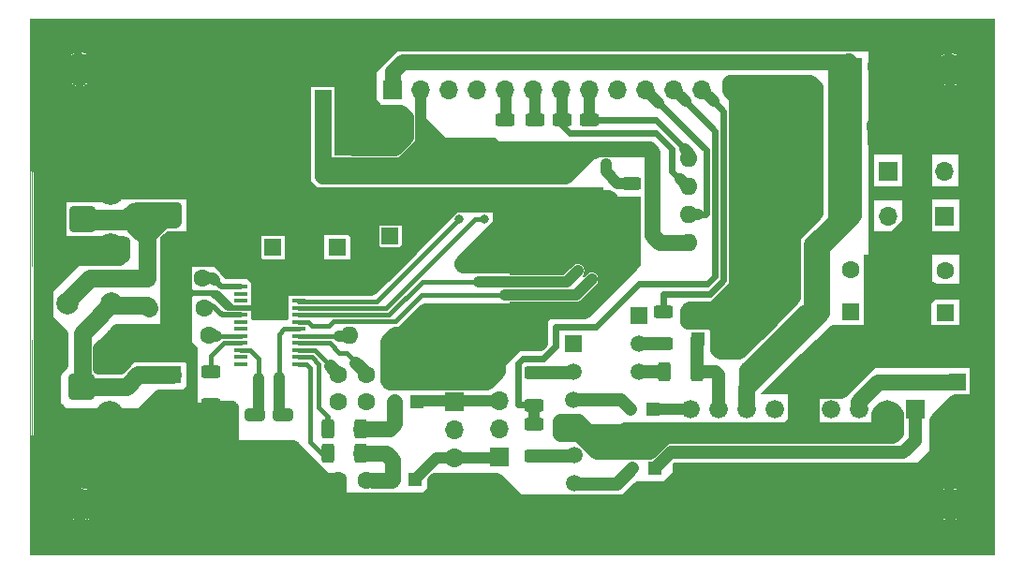
<source format=gbr>
%TF.GenerationSoftware,KiCad,Pcbnew,7.0.6*%
%TF.CreationDate,2023-09-03T13:44:33+00:00*%
%TF.ProjectId,SI4735,53493437-3335-42e6-9b69-6361645f7063,rev?*%
%TF.SameCoordinates,Original*%
%TF.FileFunction,Copper,L2,Bot*%
%TF.FilePolarity,Positive*%
%FSLAX45Y45*%
G04 Gerber Fmt 4.5, Leading zero omitted, Abs format (unit mm)*
G04 Created by KiCad (PCBNEW 7.0.6) date 2023-09-03 13:44:33*
%MOMM*%
%LPD*%
G01*
G04 APERTURE LIST*
G04 Aperture macros list*
%AMRoundRect*
0 Rectangle with rounded corners*
0 $1 Rounding radius*
0 $2 $3 $4 $5 $6 $7 $8 $9 X,Y pos of 4 corners*
0 Add a 4 corners polygon primitive as box body*
4,1,4,$2,$3,$4,$5,$6,$7,$8,$9,$2,$3,0*
0 Add four circle primitives for the rounded corners*
1,1,$1+$1,$2,$3*
1,1,$1+$1,$4,$5*
1,1,$1+$1,$6,$7*
1,1,$1+$1,$8,$9*
0 Add four rect primitives between the rounded corners*
20,1,$1+$1,$2,$3,$4,$5,0*
20,1,$1+$1,$4,$5,$6,$7,0*
20,1,$1+$1,$6,$7,$8,$9,0*
20,1,$1+$1,$8,$9,$2,$3,0*%
G04 Aperture macros list end*
%ADD10C,0.150000*%
%TA.AperFunction,NonConductor*%
%ADD11C,0.150000*%
%TD*%
%TA.AperFunction,ComponentPad*%
%ADD12R,1.600000X1.600000*%
%TD*%
%TA.AperFunction,ComponentPad*%
%ADD13C,1.600000*%
%TD*%
%TA.AperFunction,ComponentPad*%
%ADD14R,1.200000X1.200000*%
%TD*%
%TA.AperFunction,ComponentPad*%
%ADD15C,1.200000*%
%TD*%
%TA.AperFunction,ComponentPad*%
%ADD16RoundRect,0.200100X0.949900X-0.949900X0.949900X0.949900X-0.949900X0.949900X-0.949900X-0.949900X0*%
%TD*%
%TA.AperFunction,ComponentPad*%
%ADD17C,2.500000*%
%TD*%
%TA.AperFunction,ComponentPad*%
%ADD18C,1.000000*%
%TD*%
%TA.AperFunction,ComponentPad*%
%ADD19O,1.600000X1.600000*%
%TD*%
%TA.AperFunction,ComponentPad*%
%ADD20R,1.700000X1.700000*%
%TD*%
%TA.AperFunction,ComponentPad*%
%ADD21O,1.700000X1.700000*%
%TD*%
%TA.AperFunction,ComponentPad*%
%ADD22R,1.500000X1.500000*%
%TD*%
%TA.AperFunction,ComponentPad*%
%ADD23C,1.500000*%
%TD*%
%TA.AperFunction,ComponentPad*%
%ADD24RoundRect,0.250001X-1.099999X-1.099999X1.099999X-1.099999X1.099999X1.099999X-1.099999X1.099999X0*%
%TD*%
%TA.AperFunction,ComponentPad*%
%ADD25C,2.700000*%
%TD*%
%TA.AperFunction,ComponentPad*%
%ADD26C,2.000000*%
%TD*%
%TA.AperFunction,ComponentPad*%
%ADD27R,1.676400X1.676400*%
%TD*%
%TA.AperFunction,ComponentPad*%
%ADD28C,1.676400*%
%TD*%
%TA.AperFunction,SMDPad,CuDef*%
%ADD29RoundRect,0.250000X-0.650000X0.325000X-0.650000X-0.325000X0.650000X-0.325000X0.650000X0.325000X0*%
%TD*%
%TA.AperFunction,SMDPad,CuDef*%
%ADD30RoundRect,0.250000X0.312500X0.625000X-0.312500X0.625000X-0.312500X-0.625000X0.312500X-0.625000X0*%
%TD*%
%TA.AperFunction,SMDPad,CuDef*%
%ADD31R,1.200000X0.400000*%
%TD*%
%TA.AperFunction,SMDPad,CuDef*%
%ADD32RoundRect,0.250000X0.625000X-0.312500X0.625000X0.312500X-0.625000X0.312500X-0.625000X-0.312500X0*%
%TD*%
%TA.AperFunction,SMDPad,CuDef*%
%ADD33RoundRect,0.250000X-0.625000X0.312500X-0.625000X-0.312500X0.625000X-0.312500X0.625000X0.312500X0*%
%TD*%
%TA.AperFunction,SMDPad,CuDef*%
%ADD34RoundRect,0.250000X-0.312500X-0.625000X0.312500X-0.625000X0.312500X0.625000X-0.312500X0.625000X0*%
%TD*%
%TA.AperFunction,ViaPad*%
%ADD35C,0.800000*%
%TD*%
%TA.AperFunction,Conductor*%
%ADD36C,1.600000*%
%TD*%
%TA.AperFunction,Conductor*%
%ADD37C,1.000000*%
%TD*%
%TA.AperFunction,Conductor*%
%ADD38C,0.800000*%
%TD*%
%TA.AperFunction,Conductor*%
%ADD39C,1.400000*%
%TD*%
%TA.AperFunction,Conductor*%
%ADD40C,0.400000*%
%TD*%
%TA.AperFunction,Conductor*%
%ADD41C,0.520000*%
%TD*%
%TA.AperFunction,Conductor*%
%ADD42C,0.600000*%
%TD*%
%TA.AperFunction,Conductor*%
%ADD43C,0.500000*%
%TD*%
%TA.AperFunction,Conductor*%
%ADD44C,2.000000*%
%TD*%
%TA.AperFunction,Conductor*%
%ADD45C,0.700000*%
%TD*%
%TA.AperFunction,Conductor*%
%ADD46C,0.300000*%
%TD*%
%TA.AperFunction,Conductor*%
%ADD47C,3.000000*%
%TD*%
%TA.AperFunction,Conductor*%
%ADD48C,1.200000*%
%TD*%
%TA.AperFunction,Conductor*%
%ADD49C,1.700000*%
%TD*%
%TA.AperFunction,Conductor*%
%ADD50C,0.650000*%
%TD*%
%TA.AperFunction,Conductor*%
%ADD51C,0.470000*%
%TD*%
%TA.AperFunction,Conductor*%
%ADD52C,0.450000*%
%TD*%
%TA.AperFunction,Conductor*%
%ADD53C,1.500000*%
%TD*%
%TA.AperFunction,Profile*%
%ADD54C,0.050000*%
%TD*%
%TA.AperFunction,Profile*%
%ADD55C,1.535132*%
%TD*%
%TA.AperFunction,Profile*%
%ADD56C,1.516643*%
%TD*%
%TA.AperFunction,Profile*%
%ADD57C,0.100000*%
%TD*%
G04 APERTURE END LIST*
D10*
D11*
X13310908Y-8867240D02*
X13310908Y-8819621D01*
X13339480Y-8876764D02*
X13239480Y-8843431D01*
X13239480Y-8843431D02*
X13339480Y-8810097D01*
X13339480Y-8776764D02*
X13239480Y-8776764D01*
X13239480Y-8776764D02*
X13310908Y-8743431D01*
X13310908Y-8743431D02*
X13239480Y-8710097D01*
X13239480Y-8710097D02*
X13339480Y-8710097D01*
X13349004Y-8686288D02*
X13349004Y-8610097D01*
X13339480Y-8586288D02*
X13239480Y-8586288D01*
X13339480Y-8538669D02*
X13239480Y-8538669D01*
X13239480Y-8538669D02*
X13339480Y-8481526D01*
X13339480Y-8481526D02*
X13239480Y-8481526D01*
D12*
%TO.P,C8,1*%
%TO.N,3.3V*%
X15278000Y-9566000D03*
D13*
%TO.P,C8,2*%
%TO.N,GND*%
X15078000Y-9566000D03*
%TD*%
%TO.P,C15,1*%
%TO.N,+5V*%
X15534000Y-10714000D03*
%TO.P,C15,2*%
%TO.N,Net-(U6-DBYP)*%
X15284000Y-10714000D03*
%TD*%
%TO.P,C10,1*%
%TO.N,Net-(D1-A)*%
X13554000Y-9848000D03*
%TO.P,C10,2*%
%TO.N,Net-(U6-AMI)*%
X14054000Y-9848000D03*
%TD*%
%TO.P,C13,1*%
%TO.N,Net-(D3-K)*%
X13575000Y-10112500D03*
%TO.P,C13,2*%
%TO.N,Net-(U6-FMI)*%
X14075000Y-10112500D03*
%TD*%
D12*
%TO.P,C7,1*%
%TO.N,+5V*%
X14689000Y-9568000D03*
D13*
%TO.P,C7,2*%
%TO.N,GND*%
X14489000Y-9568000D03*
%TD*%
D14*
%TO.P,C18,1*%
%TO.N,Right_Pre*%
X15993000Y-10964000D03*
D15*
%TO.P,C18,2*%
%TO.N,Net-(C17-Pad2)*%
X15793000Y-10964000D03*
%TD*%
D14*
%TO.P,C22,1*%
%TO.N,Left_Pre*%
X15976260Y-11661000D03*
D15*
%TO.P,C22,2*%
%TO.N,Net-(C21-Pad2)*%
X15776260Y-11661000D03*
%TD*%
D13*
%TO.P,C17,1*%
%TO.N,GND*%
X15284000Y-10964000D03*
%TO.P,C17,2*%
%TO.N,Net-(C17-Pad2)*%
X15534000Y-10964000D03*
%TD*%
D16*
%TO.P,J3,1,Pin_1*%
%TO.N,Net-(D1-A)*%
X12967998Y-9308002D03*
D17*
%TO.P,J3,2,Pin_2*%
%TO.N,GND*%
X12713998Y-9562002D03*
X13221998Y-9562002D03*
X12713998Y-9054002D03*
X13221998Y-9054002D03*
%TD*%
D18*
%TO.P,Y1,1,1*%
%TO.N,Net-(U6-GPO3{slash}[DCLK])*%
X14559000Y-10901500D03*
%TO.P,Y1,2,2*%
%TO.N,Net-(U6-RCLK)*%
X14749000Y-10901500D03*
%TD*%
D12*
%TO.P,C11,1*%
%TO.N,Net-(U5-OUT2)*%
X19911000Y-10152000D03*
D13*
%TO.P,C11,2*%
%TO.N,Net-(J2-Pin_1)*%
X19911000Y-9772000D03*
%TD*%
%TO.P,R7,1*%
%TO.N,Net-(U6-GPO1)*%
X14116000Y-10357000D03*
D19*
%TO.P,R7,2*%
%TO.N,3.3V*%
X15386000Y-10357000D03*
%TD*%
D14*
%TO.P,C19,1*%
%TO.N,Net-(U5--INV2)*%
X18127875Y-11034000D03*
D15*
%TO.P,C19,2*%
%TO.N,Right_Pre*%
X17927875Y-11034000D03*
%TD*%
D12*
%TO.P,D2,1,K*%
%TO.N,Net-(D1-A)*%
X13771500Y-9256500D03*
D19*
%TO.P,D2,2,A*%
%TO.N,GND*%
X13771500Y-8494500D03*
%TD*%
D20*
%TO.P,J1,1,Pin_1*%
%TO.N,12V*%
X15776000Y-8141000D03*
D21*
%TO.P,J1,2,Pin_2*%
%TO.N,5VA*%
X16030000Y-8141000D03*
%TO.P,J1,3,Pin_3*%
%TO.N,3.3V*%
X16284000Y-8141000D03*
%TO.P,J1,4,Pin_4*%
%TO.N,GND*%
X16538000Y-8141000D03*
%TO.P,J1,5,Pin_5*%
%TO.N,A_RST*%
X16792000Y-8141000D03*
%TO.P,J1,6,Pin_6*%
%TO.N,A_SEN*%
X17046000Y-8141000D03*
%TO.P,J1,7,Pin_7*%
%TO.N,A_SCL*%
X17300000Y-8141000D03*
%TO.P,J1,8,Pin_8*%
%TO.N,A_SDA*%
X17554000Y-8141000D03*
%TO.P,J1,9,Pin_9*%
%TO.N,D28*%
X17808000Y-8141000D03*
%TO.P,J1,10,Pin_10*%
%TO.N,Wp*%
X18062000Y-8141000D03*
%TO.P,J1,11,Pin_11*%
%TO.N,Mute*%
X18316000Y-8141000D03*
%TO.P,J1,12,Pin_12*%
%TO.N,Sleep*%
X18570000Y-8141000D03*
%TD*%
D22*
%TO.P,Q2,1,E*%
%TO.N,GND*%
X17405000Y-10440750D03*
D23*
%TO.P,Q2,2,B*%
%TO.N,Net-(Q2-B)*%
X17405000Y-10694750D03*
%TO.P,Q2,3,C*%
%TO.N,Right_Pre*%
X17405000Y-10948750D03*
%TD*%
D13*
%TO.P,C21,1*%
%TO.N,GND*%
X15283000Y-11674000D03*
%TO.P,C21,2*%
%TO.N,Net-(C21-Pad2)*%
X15533000Y-11674000D03*
%TD*%
D12*
%TO.P,C2,1*%
%TO.N,5VA*%
X15146000Y-8215000D03*
D13*
%TO.P,C2,2*%
%TO.N,GND*%
X15146000Y-8015000D03*
%TD*%
D12*
%TO.P,C3,1*%
%TO.N,12V*%
X19937000Y-8477000D03*
D13*
%TO.P,C3,2*%
%TO.N,GND*%
X20137000Y-8477000D03*
%TD*%
%TO.P,L1,1,1*%
%TO.N,Net-(D1-A)*%
X13554000Y-9579000D03*
D19*
%TO.P,L1,2,2*%
%TO.N,GND*%
X14062000Y-9579000D03*
%TD*%
D22*
%TO.P,Q3,1,E*%
%TO.N,GND*%
X17413000Y-11192750D03*
D23*
%TO.P,Q3,2,B*%
%TO.N,Net-(Q3-B)*%
X17413000Y-11446750D03*
%TO.P,Q3,3,C*%
%TO.N,Left_Pre*%
X17413000Y-11700750D03*
%TD*%
D12*
%TO.P,D4,1,K*%
%TO.N,GND*%
X13526998Y-11481002D03*
D19*
%TO.P,D4,2,A*%
%TO.N,Net-(D3-K)*%
X13526998Y-10719002D03*
%TD*%
D24*
%TO.P,J8,1,Pin_1*%
%TO.N,GND*%
X14397660Y-11667340D03*
D25*
%TO.P,J8,2,Pin_2*%
X14897660Y-11667340D03*
%TD*%
D12*
%TO.P,C1,1*%
%TO.N,12V*%
X19943000Y-7934000D03*
D13*
%TO.P,C1,2*%
%TO.N,GND*%
X20143000Y-7934000D03*
%TD*%
D20*
%TO.P,J6,1,Pin_1*%
%TO.N,Right_Pre*%
X16329000Y-10966500D03*
D21*
%TO.P,J6,2,Pin_2*%
%TO.N,GND*%
X16329000Y-11220500D03*
%TO.P,J6,3,Pin_3*%
%TO.N,Left_Pre*%
X16329000Y-11474500D03*
%TD*%
D12*
%TO.P,C5,1*%
%TO.N,5VA*%
X15751000Y-9466000D03*
D13*
%TO.P,C5,2*%
%TO.N,GND*%
X15751000Y-9666000D03*
%TD*%
D20*
%TO.P,J2,1,Pin_1*%
%TO.N,Net-(J2-Pin_1)*%
X20256000Y-8875470D03*
D21*
%TO.P,J2,2,Pin_2*%
%TO.N,GND*%
X20510000Y-8875470D03*
%TO.P,J2,3,Pin_3*%
%TO.N,Net-(J2-Pin_3)*%
X20764000Y-8875470D03*
%TD*%
D12*
%TO.P,C16,1*%
%TO.N,Net-(U5-SVRR)*%
X20882000Y-10782489D03*
D13*
%TO.P,C16,2*%
%TO.N,GND*%
X20882000Y-10982489D03*
%TD*%
D12*
%TO.P,D1,1,K*%
%TO.N,GND*%
X13519000Y-8494500D03*
D19*
%TO.P,D1,2,A*%
%TO.N,Net-(D1-A)*%
X13519000Y-9256500D03*
%TD*%
D26*
%TO.P,L2,1,1*%
%TO.N,Net-(D3-K)*%
X13236000Y-10077000D03*
%TO.P,L2,2,2*%
%TO.N,Net-(D1-A)*%
X12836000Y-10077000D03*
%TD*%
D27*
%TO.P,U5,1,-INV1*%
%TO.N,Net-(U5--INV1)*%
X20498875Y-11034000D03*
D28*
%TO.P,U5,2,SGND*%
%TO.N,GND*%
X20244875Y-11034000D03*
%TO.P,U5,3,SVRR*%
%TO.N,Net-(U5-SVRR)*%
X19990875Y-11034000D03*
%TO.P,U5,4,OUT1*%
%TO.N,Net-(U5-OUT1)*%
X19736875Y-11034000D03*
%TO.P,U5,5,PGND*%
%TO.N,GND*%
X19482875Y-11034000D03*
%TO.P,U5,6,OUT2*%
%TO.N,Net-(U5-OUT2)*%
X19228875Y-11034000D03*
%TO.P,U5,7,VP*%
%TO.N,12V*%
X18974875Y-11034000D03*
%TO.P,U5,8,M/SS*%
%TO.N,Net-(U5-M{slash}SS)*%
X18720875Y-11034000D03*
%TO.P,U5,9,-INV2*%
%TO.N,Net-(U5--INV2)*%
X18466875Y-11034000D03*
%TO.P,U5,10,GND_2*%
%TO.N,GND*%
X18466875Y-11796000D03*
%TO.P,U5,11,GND_9*%
X18720875Y-11796000D03*
%TO.P,U5,12,GND_7*%
X18974875Y-11796000D03*
%TO.P,U5,13,GND*%
X19228875Y-11796000D03*
%TO.P,U5,14,GND_8*%
X19482875Y-11796000D03*
%TO.P,U5,15,GND_4*%
X19736875Y-11796000D03*
%TO.P,U5,16,GND_5*%
X19990875Y-11796000D03*
%TO.P,U5,17,GND_6*%
X20244875Y-11796000D03*
%TO.P,U5,18,GND_3*%
X20498875Y-11796000D03*
%TD*%
D12*
%TO.P,C12,1*%
%TO.N,Net-(U5-OUT1)*%
X20766000Y-10156000D03*
D13*
%TO.P,C12,2*%
%TO.N,Net-(J2-Pin_3)*%
X20766000Y-9776000D03*
%TD*%
D20*
%TO.P,J7,1,Pin_1*%
%TO.N,Left_Pre*%
X16736000Y-11463000D03*
D21*
%TO.P,J7,2,Pin_2*%
%TO.N,GND*%
X16736000Y-11209000D03*
%TO.P,J7,3,Pin_3*%
%TO.N,Right_Pre*%
X16736000Y-10955000D03*
%TD*%
D20*
%TO.P,J4,1,Pin_1*%
%TO.N,Net-(J2-Pin_3)*%
X20760500Y-9282970D03*
D21*
%TO.P,J4,2,Pin_2*%
%TO.N,GND*%
X20506500Y-9282970D03*
%TO.P,J4,3,Pin_3*%
%TO.N,Net-(J2-Pin_1)*%
X20252500Y-9282970D03*
%TD*%
D14*
%TO.P,C14,1*%
%TO.N,Net-(U5-M{slash}SS)*%
X18531000Y-10393750D03*
D15*
%TO.P,C14,2*%
%TO.N,GND*%
X18531000Y-10193750D03*
%TD*%
D12*
%TO.P,U4,1,A0*%
%TO.N,GND*%
X19210500Y-9520000D03*
D19*
%TO.P,U4,2,A1*%
X19210500Y-9266000D03*
%TO.P,U4,3,A2*%
X19210500Y-9012000D03*
%TO.P,U4,4,GND*%
X19210500Y-8758000D03*
%TO.P,U4,5,SDA*%
%TO.N,A_SDA*%
X18448500Y-8758000D03*
%TO.P,U4,6,SCL*%
%TO.N,A_SCL*%
X18448500Y-9012000D03*
%TO.P,U4,7,WP*%
%TO.N,Wp*%
X18448500Y-9266000D03*
%TO.P,U4,8,VCC*%
%TO.N,5VA*%
X18448500Y-9520000D03*
%TD*%
D16*
%TO.P,J5,1,Pin_1*%
%TO.N,Net-(D3-K)*%
X12965500Y-10830500D03*
D17*
%TO.P,J5,2,Pin_2*%
%TO.N,GND*%
X12711500Y-11084500D03*
X13219500Y-11084500D03*
X12711500Y-10576500D03*
X13219500Y-10576500D03*
%TD*%
D22*
%TO.P,Q1,1,E*%
%TO.N,GND*%
X17998000Y-10185750D03*
D23*
%TO.P,Q1,2,B*%
%TO.N,Net-(Q1-B)*%
X17998000Y-10439750D03*
%TO.P,Q1,3,C*%
%TO.N,Net-(Q1-C)*%
X17998000Y-10693750D03*
%TD*%
D14*
%TO.P,C20,1*%
%TO.N,Net-(U5--INV1)*%
X18141875Y-11566000D03*
D15*
%TO.P,C20,2*%
%TO.N,Left_Pre*%
X17941875Y-11566000D03*
%TD*%
D12*
%TO.P,D3,1,K*%
%TO.N,Net-(D3-K)*%
X13781998Y-10719002D03*
D19*
%TO.P,D3,2,A*%
%TO.N,GND*%
X13781998Y-11481002D03*
%TD*%
D29*
%TO.P,C23,1*%
%TO.N,Net-(U6-RCLK)*%
X14785000Y-11085000D03*
%TO.P,C23,2*%
%TO.N,GND*%
X14785000Y-11380000D03*
%TD*%
%TO.P,C24,1*%
%TO.N,Net-(U6-GPO3{slash}[DCLK])*%
X14531000Y-11085000D03*
%TO.P,C24,2*%
%TO.N,GND*%
X14531000Y-11380000D03*
%TD*%
D30*
%TO.P,R19,1*%
%TO.N,Net-(C17-Pad2)*%
X15484000Y-11204500D03*
%TO.P,R19,2*%
%TO.N,Net-(U6-ROUT{slash}[DOUT])*%
X15191500Y-11204500D03*
%TD*%
%TO.P,R21,1*%
%TO.N,Net-(C21-Pad2)*%
X15484000Y-11429500D03*
%TO.P,R21,2*%
%TO.N,Net-(U6-LOUT{slash}[DFS])*%
X15191500Y-11429500D03*
%TD*%
D31*
%TO.P,U6,1,DOUT*%
%TO.N,unconnected-(U6-DOUT-Pad1)*%
X14404000Y-10623250D03*
%TO.P,U6,2,DFS*%
%TO.N,unconnected-(U6-DFS-Pad2)*%
X14404000Y-10559750D03*
%TO.P,U6,3,GPO3/[DCLK]*%
%TO.N,Net-(U6-GPO3{slash}[DCLK])*%
X14404000Y-10496250D03*
%TO.P,U6,4,GPO2/[~{INT}]*%
%TO.N,Net-(U6-GPO2{slash}[~{INT}])*%
X14404000Y-10432750D03*
%TO.P,U6,5,GPO1*%
%TO.N,Net-(U6-GPO1)*%
X14404000Y-10369250D03*
%TO.P,U6,6,NC*%
%TO.N,unconnected-(U6-NC-Pad6)*%
X14404000Y-10305750D03*
%TO.P,U6,7,NC*%
%TO.N,unconnected-(U6-NC-Pad7)*%
X14404000Y-10242250D03*
%TO.P,U6,8,FMI*%
%TO.N,Net-(U6-FMI)*%
X14404000Y-10178750D03*
%TO.P,U6,9,RFGND*%
%TO.N,GND*%
X14404000Y-10115250D03*
%TO.P,U6,10,NC*%
%TO.N,unconnected-(U6-NC-Pad10)*%
X14404000Y-10051750D03*
%TO.P,U6,11,NC*%
%TO.N,unconnected-(U6-NC-Pad11)*%
X14404000Y-9988250D03*
%TO.P,U6,12,AMI*%
%TO.N,Net-(U6-AMI)*%
X14404000Y-9924750D03*
%TO.P,U6,13,GND*%
%TO.N,GND*%
X14924000Y-9924750D03*
%TO.P,U6,14,GND*%
X14924000Y-9988250D03*
%TO.P,U6,15,~{RST}*%
%TO.N,S_RST*%
X14924000Y-10051750D03*
%TO.P,U6,16,~{SEN}*%
%TO.N,S_SEN*%
X14924000Y-10115250D03*
%TO.P,U6,17,SCLK*%
%TO.N,S_SCLK(SCL)*%
X14924000Y-10178750D03*
%TO.P,U6,18,SDIO*%
%TO.N,S_SDIO(SDA)*%
X14924000Y-10242250D03*
%TO.P,U6,19,RCLK*%
%TO.N,Net-(U6-RCLK)*%
X14924000Y-10305750D03*
%TO.P,U6,20,VD*%
%TO.N,3.3V*%
X14924000Y-10369250D03*
%TO.P,U6,21,VA*%
%TO.N,+5V*%
X14924000Y-10432750D03*
%TO.P,U6,22,DBYP*%
%TO.N,Net-(U6-DBYP)*%
X14924000Y-10496250D03*
%TO.P,U6,23,ROUT/[DOUT]*%
%TO.N,Net-(U6-ROUT{slash}[DOUT])*%
X14924000Y-10559750D03*
%TO.P,U6,24,LOUT/[DFS]*%
%TO.N,Net-(U6-LOUT{slash}[DFS])*%
X14924000Y-10623250D03*
%TD*%
D32*
%TO.P,R10,1*%
%TO.N,5VA*%
X17309000Y-8705250D03*
%TO.P,R10,2*%
%TO.N,A_SCL*%
X17309000Y-8412750D03*
%TD*%
D33*
%TO.P,R17,1*%
%TO.N,Net-(U6-GPO2{slash}[~{INT}])*%
X14134000Y-10694500D03*
%TO.P,R17,2*%
%TO.N,GND*%
X14134000Y-10987000D03*
%TD*%
D34*
%TO.P,R15,1*%
%TO.N,Net-(Q1-C)*%
X18233250Y-10688750D03*
%TO.P,R15,2*%
%TO.N,Net-(U5-M{slash}SS)*%
X18525750Y-10688750D03*
%TD*%
D32*
%TO.P,R22,1*%
%TO.N,Left_Pre*%
X17695000Y-11706000D03*
%TO.P,R22,2*%
%TO.N,GND*%
X17695000Y-11413500D03*
%TD*%
D33*
%TO.P,R13,1*%
%TO.N,5VA*%
X17933000Y-8697000D03*
%TO.P,R13,2*%
%TO.N,D28*%
X17933000Y-8989500D03*
%TD*%
%TO.P,R18,1*%
%TO.N,Right_Pre*%
X17693000Y-10942750D03*
%TO.P,R18,2*%
%TO.N,GND*%
X17693000Y-11235250D03*
%TD*%
D32*
%TO.P,R12,1*%
%TO.N,5VA*%
X16789000Y-8705250D03*
%TO.P,R12,2*%
%TO.N,A_RST*%
X16789000Y-8412750D03*
%TD*%
D33*
%TO.P,R20,1*%
%TO.N,Mute*%
X17053000Y-11164250D03*
%TO.P,R20,2*%
%TO.N,Net-(Q3-B)*%
X17053000Y-11456750D03*
%TD*%
D32*
%TO.P,R11,1*%
%TO.N,5VA*%
X17059000Y-8704000D03*
%TO.P,R11,2*%
%TO.N,A_SEN*%
X17059000Y-8411500D03*
%TD*%
D33*
%TO.P,R14,1*%
%TO.N,Sleep*%
X18224000Y-10146750D03*
%TO.P,R14,2*%
%TO.N,Net-(Q1-B)*%
X18224000Y-10439250D03*
%TD*%
D32*
%TO.P,R9,1*%
%TO.N,5VA*%
X17551500Y-8706500D03*
%TO.P,R9,2*%
%TO.N,A_SDA*%
X17551500Y-8414000D03*
%TD*%
%TO.P,R16,1*%
%TO.N,Mute*%
X17054000Y-10992750D03*
%TO.P,R16,2*%
%TO.N,Net-(Q2-B)*%
X17054000Y-10700250D03*
%TD*%
D35*
%TO.N,GND*%
X12704000Y-8482000D03*
X17278000Y-12170000D03*
X16983000Y-7638000D03*
X14485000Y-7643000D03*
X12707000Y-11685000D03*
X14980000Y-12175000D03*
X21087000Y-8560000D03*
X20586000Y-12170000D03*
X21091000Y-8073000D03*
X16131500Y-10177500D03*
X16986000Y-12170000D03*
X21088000Y-10562000D03*
X16540000Y-10170000D03*
X21088000Y-9338000D03*
X13520000Y-11190000D03*
X13385000Y-7643000D03*
X19245500Y-7642500D03*
X15770500Y-10759500D03*
X18516000Y-12170000D03*
X15216000Y-12175000D03*
X19545000Y-8074000D03*
X19993000Y-7638000D03*
X12706000Y-11941000D03*
X18513000Y-7638000D03*
X16186000Y-12170000D03*
X15774000Y-10373000D03*
X21096000Y-12170000D03*
X21101000Y-11116000D03*
X15457000Y-12175000D03*
X14977000Y-7643000D03*
X19040000Y-8074000D03*
X21088000Y-9814000D03*
X21087000Y-8825000D03*
X13129000Y-7643000D03*
X19737000Y-7638000D03*
X18754000Y-7638000D03*
X17788000Y-12170000D03*
X20294000Y-12170000D03*
X16803300Y-10517300D03*
X15937500Y-7642500D03*
X18031000Y-12170000D03*
X13683000Y-7643000D03*
X12701500Y-10286500D03*
X17523000Y-12170000D03*
X17037700Y-10429300D03*
X18819000Y-8074000D03*
X19248500Y-12174500D03*
X13510000Y-9022500D03*
X20583000Y-7638000D03*
X12706000Y-12169000D03*
X19491000Y-7638000D03*
X19740000Y-12170000D03*
X12886000Y-12175000D03*
X21087000Y-8315000D03*
X18028000Y-7638000D03*
X18280000Y-12170000D03*
X15689000Y-7643000D03*
X13975000Y-7643000D03*
X12705000Y-8040000D03*
X13686000Y-12175000D03*
X21093000Y-7638000D03*
X13388000Y-12175000D03*
X18277000Y-7638000D03*
X21086000Y-10066000D03*
X14223000Y-12175000D03*
X19996000Y-12170000D03*
X13978000Y-12175000D03*
X12707174Y-11415826D03*
X19279000Y-8074000D03*
X14488000Y-12175000D03*
X16432000Y-12170000D03*
X13795000Y-11190000D03*
X14728000Y-7643000D03*
X16688000Y-12170000D03*
X12704000Y-9849000D03*
X21088000Y-10316000D03*
X21096000Y-7821000D03*
X12701000Y-7833500D03*
X13785000Y-9022500D03*
X21101000Y-11408000D03*
X18992000Y-12170000D03*
X17035000Y-10172000D03*
X21101000Y-11653000D03*
X16685000Y-7638000D03*
X12703500Y-7643500D03*
X14134000Y-11127500D03*
X12706500Y-8716500D03*
X20291000Y-7638000D03*
X16429000Y-7638000D03*
X15454000Y-7643000D03*
X21088000Y-9579000D03*
X20831000Y-12170000D03*
X14220000Y-7643000D03*
X18989000Y-7638000D03*
X17785000Y-7638000D03*
X12883000Y-7643000D03*
X12707000Y-8280000D03*
X15692000Y-12175000D03*
X17520000Y-7638000D03*
X21088000Y-10818000D03*
X13132000Y-12175000D03*
X19494000Y-12170000D03*
X18757000Y-12170000D03*
X15213000Y-7643000D03*
X20828000Y-7638000D03*
X14731000Y-12175000D03*
X21101000Y-11918000D03*
X15940500Y-12174500D03*
X17935000Y-9707000D03*
X16183000Y-7638000D03*
X17275000Y-7638000D03*
X21095000Y-9077000D03*
X16141000Y-10756000D03*
X16651000Y-10754000D03*
%TO.N,S_RST*%
X16375830Y-9311170D03*
%TO.N,S_SCLK(SCL)*%
X17445930Y-9778070D03*
X16555000Y-9877000D03*
%TO.N,S_SEN*%
X16599350Y-9311350D03*
%TO.N,S_SDIO(SDA)*%
X16791000Y-9996000D03*
X17572930Y-9856000D03*
%TO.N,D28*%
X17699930Y-8812200D03*
%TO.N,5VA*%
X17245530Y-8897470D03*
X15928000Y-8919000D03*
X15136000Y-8920000D03*
X15136000Y-8813000D03*
X15929000Y-8810000D03*
%TD*%
D36*
%TO.N,Net-(D1-A)*%
X13554000Y-9524000D02*
X13554000Y-9848000D01*
D37*
X13554000Y-9506500D02*
X13774000Y-9286500D01*
X13001000Y-9275000D02*
X12967998Y-9308002D01*
X13271500Y-9359000D02*
X13424000Y-9359000D01*
X13581500Y-9256500D02*
X13614000Y-9224000D01*
X13554000Y-9579000D02*
X13554000Y-9506500D01*
X13519000Y-9256500D02*
X13581500Y-9256500D01*
D38*
X13829000Y-9191500D02*
X13454000Y-9191500D01*
D37*
X13423500Y-9224000D02*
X13372500Y-9275000D01*
X12993002Y-9308002D02*
X13044000Y-9359000D01*
D38*
X13811998Y-9356002D02*
X13649498Y-9356002D01*
D39*
X12961500Y-9311500D02*
X12964500Y-9311500D01*
D37*
X13661998Y-9356002D02*
X13649498Y-9356002D01*
X13773000Y-9274000D02*
X13774000Y-9275000D01*
D38*
X13771500Y-9315504D02*
X13771500Y-9256500D01*
D37*
X13429000Y-9216500D02*
X13372500Y-9273000D01*
X13504000Y-9359000D02*
X13554000Y-9309000D01*
D36*
X13040000Y-9848000D02*
X13554000Y-9848000D01*
D37*
X13811998Y-9322998D02*
X13774000Y-9285000D01*
D40*
X13475000Y-9298000D02*
X13499000Y-9274000D01*
D38*
X13811998Y-9356002D02*
X13829000Y-9339000D01*
D37*
X13424000Y-9359000D02*
X13424000Y-9394000D01*
D36*
X13519000Y-9274000D02*
X13554000Y-9309000D01*
D37*
X13044000Y-9359000D02*
X13271500Y-9359000D01*
X13612750Y-9392750D02*
X13554000Y-9451500D01*
D40*
X13499000Y-9274000D02*
X13519000Y-9274000D01*
D37*
X13774000Y-9286500D02*
X13774000Y-9275000D01*
X13774000Y-9285000D02*
X13774000Y-9275000D01*
D40*
X12979000Y-9297000D02*
X12967998Y-9308002D01*
D36*
X13554000Y-9309000D02*
X13554000Y-9524000D01*
D38*
X13649498Y-9356002D02*
X13612750Y-9392750D01*
D37*
X13372500Y-9273000D02*
X13372500Y-9275000D01*
X13424000Y-9359000D02*
X13504000Y-9359000D01*
X13614000Y-9224000D02*
X13599000Y-9224000D01*
X13519000Y-9274000D02*
X13773000Y-9274000D01*
X13599000Y-9224000D02*
X13794000Y-9224000D01*
D38*
X13811998Y-9356002D02*
X13811998Y-9322998D01*
D39*
X12964500Y-9311500D02*
X12967998Y-9308002D01*
D37*
X13794000Y-9224000D02*
X13661998Y-9356002D01*
X13424000Y-9359000D02*
X13426998Y-9356002D01*
X13372500Y-9275000D02*
X13001000Y-9275000D01*
X13599000Y-9224000D02*
X13423500Y-9224000D01*
X13424000Y-9394000D02*
X13554000Y-9524000D01*
D38*
X13811998Y-9356002D02*
X13771500Y-9315504D01*
X13829000Y-9339000D02*
X13829000Y-9191500D01*
D36*
X12836000Y-10052000D02*
X13040000Y-9848000D01*
D38*
X13454000Y-9191500D02*
X13429000Y-9216500D01*
D37*
X13519000Y-9274000D02*
X13373500Y-9274000D01*
D36*
X12836000Y-10077000D02*
X12836000Y-10052000D01*
D37*
X12967998Y-9308002D02*
X12993002Y-9308002D01*
X13426998Y-9356002D02*
X13661998Y-9356002D01*
X13373500Y-9274000D02*
X13372500Y-9275000D01*
%TO.N,Net-(U6-AMI)*%
X14054000Y-9848000D02*
X14151000Y-9848000D01*
D41*
X14227750Y-9924750D02*
X14165500Y-9862500D01*
D37*
X14151000Y-9848000D02*
X14165500Y-9862500D01*
D41*
X14404000Y-9924750D02*
X14227750Y-9924750D01*
D42*
%TO.N,GND*%
X13089998Y-11212002D02*
X13111998Y-11234002D01*
D39*
X14938000Y-11596000D02*
X13357000Y-11596000D01*
D42*
X13058025Y-12039000D02*
X13129347Y-11967678D01*
D39*
X16390000Y-9117000D02*
X16193000Y-9117000D01*
X19198000Y-9870000D02*
X19201000Y-9873000D01*
X12652033Y-11746966D02*
X12640998Y-11758002D01*
D40*
X14359000Y-9728000D02*
X14509000Y-9878000D01*
D39*
X19583875Y-10759125D02*
X19729000Y-10614000D01*
X14839750Y-9845250D02*
X14665250Y-9845250D01*
D42*
X12629998Y-10781002D02*
X12620998Y-10772002D01*
D37*
X20893747Y-7761370D02*
X20859176Y-7761370D01*
D39*
X16387000Y-10783000D02*
X16459000Y-10783000D01*
X15593000Y-9708000D02*
X15556000Y-9745000D01*
X20449000Y-9354000D02*
X20102000Y-9701000D01*
D43*
X13581500Y-10479000D02*
X13506500Y-10479000D01*
D40*
X14019000Y-9217000D02*
X14041998Y-9194002D01*
D39*
X12675000Y-8582500D02*
X13410000Y-8582500D01*
D44*
X14556500Y-8041500D02*
X14286500Y-8041500D01*
D39*
X20976500Y-8111500D02*
X20925250Y-8162750D01*
D45*
X13666000Y-10911000D02*
X13689998Y-10887002D01*
D39*
X21053000Y-8723000D02*
X21053000Y-8623000D01*
D42*
X14928000Y-11940875D02*
X13156150Y-11940875D01*
D40*
X13724000Y-10551500D02*
X13800250Y-10475250D01*
D46*
X14542750Y-10057750D02*
X14600250Y-10057750D01*
X14534000Y-10169000D02*
X14534000Y-10079000D01*
X14554000Y-9774000D02*
X14554000Y-9839000D01*
D39*
X17644000Y-9999334D02*
X17644000Y-9999600D01*
D43*
X13180000Y-10382500D02*
X13267500Y-10295000D01*
D40*
X14531000Y-9428000D02*
X14561000Y-9428000D01*
D46*
X14744049Y-10094000D02*
X14690500Y-10094000D01*
D42*
X12713998Y-10679002D02*
X12620998Y-10772002D01*
D39*
X20919000Y-12203000D02*
X21032000Y-12203000D01*
D37*
X13029883Y-7749497D02*
X13149406Y-7869020D01*
D40*
X13488498Y-10572002D02*
X13440998Y-10572002D01*
X14531000Y-11469500D02*
X14476500Y-11524000D01*
X13912500Y-10464000D02*
X13937500Y-10489000D01*
D39*
X20143000Y-7934000D02*
X20397000Y-7934000D01*
X16067875Y-12027875D02*
X16082000Y-12042000D01*
D37*
X21017050Y-8040950D02*
X21017050Y-7926066D01*
D44*
X13269000Y-8234000D02*
X13269000Y-8089000D01*
D40*
X13840250Y-9632750D02*
X13907000Y-9566000D01*
D39*
X19469000Y-12139000D02*
X20549000Y-12139000D01*
D40*
X13990250Y-9380250D02*
X14019000Y-9351500D01*
D42*
X13709498Y-11388502D02*
X13620498Y-11388502D01*
D39*
X17882000Y-9255000D02*
X17874000Y-9247000D01*
D46*
X14583951Y-10021701D02*
X14490402Y-10115250D01*
D38*
X12713998Y-9054002D02*
X12713998Y-9402002D01*
X12677000Y-10355580D02*
X12654998Y-10333578D01*
D46*
X14664000Y-10169000D02*
X14534000Y-10169000D01*
D39*
X20948000Y-10349000D02*
X20501500Y-10349000D01*
D37*
X12677000Y-11298424D02*
X12627000Y-11248424D01*
D39*
X17923000Y-9671000D02*
X17935000Y-9659000D01*
D38*
X12899748Y-9634748D02*
X12790998Y-9743498D01*
D42*
X14894125Y-12039000D02*
X14940062Y-11993062D01*
D39*
X19980000Y-11627000D02*
X19990875Y-11637875D01*
X18997000Y-8074000D02*
X18997000Y-8251000D01*
D43*
X13716998Y-11084002D02*
X13676998Y-11124002D01*
D40*
X14161500Y-9599000D02*
X14111500Y-9599000D01*
D37*
X12742016Y-7845984D02*
X12742016Y-8005564D01*
D39*
X12688000Y-7653000D02*
X12688000Y-8113000D01*
D42*
X13150758Y-11518758D02*
X13150758Y-11473241D01*
X13089998Y-11212002D02*
X13089998Y-11257002D01*
D46*
X14583951Y-9909049D02*
X14509000Y-9984000D01*
D40*
X14604000Y-9889000D02*
X14561000Y-9846000D01*
D45*
X12846998Y-11239002D02*
X12846998Y-11191002D01*
D39*
X18437000Y-10145000D02*
X18461000Y-10121000D01*
X20864000Y-10961000D02*
X20784000Y-11041000D01*
D46*
X14654000Y-10184000D02*
X14654000Y-9924000D01*
D45*
X12846998Y-11094002D02*
X12860998Y-11080002D01*
D39*
X16920000Y-11889000D02*
X16920000Y-12046875D01*
X14760000Y-8509000D02*
X14863000Y-8509000D01*
D40*
X13875250Y-9977750D02*
X13839000Y-10014000D01*
D39*
X15481000Y-9820000D02*
X15481000Y-9922000D01*
X16250000Y-10783000D02*
X16250000Y-10432000D01*
X12638000Y-7643000D02*
X12828000Y-7643000D01*
D40*
X14041998Y-9346002D02*
X14041998Y-9278006D01*
D45*
X12912998Y-11125002D02*
X13000998Y-11125002D01*
D42*
X12809480Y-8083377D02*
X12779552Y-8053448D01*
X12846998Y-11191002D02*
X12928998Y-11191002D01*
D38*
X15101500Y-9889000D02*
X15049000Y-9889000D01*
D39*
X21053000Y-8535000D02*
X21053000Y-8458000D01*
D44*
X12677000Y-9011004D02*
X12677000Y-9165000D01*
D39*
X21131000Y-12203000D02*
X21131000Y-7662000D01*
D45*
X13571248Y-11269002D02*
X13554998Y-11285252D01*
D37*
X20769602Y-8204000D02*
X20609604Y-8044002D01*
D42*
X12889998Y-11243002D02*
X13075998Y-11243002D01*
X14799000Y-11852000D02*
X13245025Y-11852000D01*
X13917498Y-11642502D02*
X13917498Y-11467502D01*
D39*
X16847500Y-11816500D02*
X16899000Y-11868000D01*
X20995000Y-11723000D02*
X21049000Y-11777000D01*
D44*
X12713998Y-11080002D02*
X12698962Y-11095038D01*
D39*
X20143000Y-7934000D02*
X20143000Y-8166000D01*
D44*
X13989496Y-9031500D02*
X14011998Y-9054002D01*
D39*
X12723000Y-11773000D02*
X12723000Y-11975000D01*
D42*
X14745976Y-11905024D02*
X14799000Y-11852000D01*
D40*
X14081500Y-9394000D02*
X14144498Y-9331002D01*
D37*
X13149406Y-8036979D02*
X12979676Y-8206710D01*
D42*
X14940062Y-12080937D02*
X12927937Y-12080937D01*
D40*
X13726500Y-9451500D02*
X13726500Y-9461500D01*
D39*
X15502357Y-7933643D02*
X15502357Y-8576643D01*
X20305000Y-8204000D02*
X20500000Y-8204000D01*
D40*
X14418000Y-9750000D02*
X14318500Y-9650500D01*
X14235998Y-11687002D02*
X14883498Y-11687002D01*
D47*
X13244852Y-8258148D02*
X13108148Y-8258148D01*
D40*
X13697002Y-10572002D02*
X13769502Y-10572002D01*
D38*
X15002520Y-9903280D02*
X15078720Y-9903280D01*
X13244357Y-7933643D02*
X13608643Y-7933643D01*
D40*
X13966500Y-10796500D02*
X13984000Y-10814000D01*
D39*
X15246000Y-12211000D02*
X15254000Y-12203000D01*
D44*
X13221998Y-11519002D02*
X13221998Y-11189002D01*
D39*
X16561000Y-10279000D02*
X16510000Y-10279000D01*
X15692500Y-9822500D02*
X15923000Y-9592000D01*
D44*
X13716500Y-8041500D02*
X13451500Y-8041500D01*
D38*
X12782000Y-9494000D02*
X13339000Y-9494000D01*
D37*
X19416500Y-12086500D02*
X19505500Y-11997500D01*
D40*
X13694000Y-9484000D02*
X13741998Y-9436002D01*
X13929000Y-10561500D02*
X13929000Y-10585000D01*
D43*
X13570250Y-10470250D02*
X13647750Y-10470250D01*
D39*
X19421000Y-8565000D02*
X19228000Y-8758000D01*
D44*
X13086998Y-9054002D02*
X12835422Y-9054002D01*
D39*
X17161700Y-10141300D02*
X17502300Y-10141300D01*
D46*
X14542750Y-9950250D02*
X14583951Y-9909049D01*
D37*
X20915791Y-7773678D02*
X20901805Y-7773678D01*
D39*
X16382000Y-10279000D02*
X16382000Y-10294600D01*
X13515000Y-7840000D02*
X13515000Y-7693000D01*
X14928000Y-11852000D02*
X14799000Y-11852000D01*
D40*
X13647750Y-10520250D02*
X13647750Y-10470250D01*
D39*
X20244875Y-11034000D02*
X20244875Y-11212125D01*
X14583000Y-8015000D02*
X14556500Y-8041500D01*
D47*
X13269000Y-8234000D02*
X13244852Y-8258148D01*
D37*
X21008555Y-7866525D02*
X21008555Y-7894413D01*
D39*
X14235998Y-11687002D02*
X13365188Y-11687002D01*
D40*
X14111498Y-9296502D02*
X13975750Y-9432250D01*
D37*
X21017050Y-8070950D02*
X21017050Y-7874937D01*
D38*
X14134000Y-10987000D02*
X14322000Y-10987000D01*
D40*
X14134000Y-10987000D02*
X13869996Y-10987000D01*
D41*
X14404000Y-10115250D02*
X14577750Y-10115250D01*
D39*
X15890000Y-8391000D02*
X15842000Y-8343000D01*
D44*
X13221998Y-11725519D02*
X13221998Y-11543812D01*
D40*
X13954000Y-9339000D02*
X13954000Y-9276500D01*
D39*
X16250000Y-10432000D02*
X16247300Y-10429300D01*
X16718000Y-10328600D02*
X16617300Y-10429300D01*
D42*
X12750176Y-11592961D02*
X12727821Y-11570606D01*
D39*
X18181938Y-12080937D02*
X17665063Y-12080937D01*
D42*
X12723000Y-11879477D02*
X12767527Y-11924004D01*
D37*
X18296000Y-11796000D02*
X18248000Y-11748000D01*
D40*
X13564502Y-10528498D02*
X13626500Y-10466500D01*
D42*
X12819909Y-11662694D02*
X12834751Y-11662694D01*
D44*
X12755712Y-8602288D02*
X12665002Y-8511578D01*
D38*
X12668000Y-8370000D02*
X12668000Y-7965000D01*
D37*
X20738794Y-7754100D02*
X20711475Y-7781420D01*
D39*
X18240000Y-12139000D02*
X19469000Y-12139000D01*
X13938248Y-11285252D02*
X13554998Y-11285252D01*
D38*
X12645998Y-9965002D02*
X12649498Y-9965002D01*
D39*
X18092567Y-11413500D02*
X18197533Y-11308533D01*
D38*
X12713998Y-10572002D02*
X12713998Y-10762002D01*
D40*
X13114000Y-10651500D02*
X13154000Y-10691500D01*
D39*
X19524000Y-8633000D02*
X19524000Y-8424000D01*
X19759125Y-10755125D02*
X19673500Y-10669500D01*
D40*
X13771500Y-9696500D02*
X13786500Y-9681500D01*
D46*
X14583951Y-9909049D02*
X14583951Y-9933902D01*
D42*
X14799000Y-11830000D02*
X13239000Y-11830000D01*
D38*
X14256500Y-11306500D02*
X14242000Y-11321000D01*
D45*
X13779098Y-10981902D02*
X13779098Y-11036102D01*
D40*
X13726500Y-9461500D02*
X13726500Y-9474000D01*
D39*
X20143000Y-8064000D02*
X20243000Y-8064000D01*
X13357000Y-11596000D02*
X13354000Y-11599000D01*
X15146000Y-8015000D02*
X15319000Y-8015000D01*
D40*
X14479000Y-9669000D02*
X14304000Y-9494000D01*
D46*
X14613250Y-10204750D02*
X14633299Y-10204750D01*
D42*
X12870916Y-12073244D02*
X12789336Y-11991664D01*
D39*
X16041000Y-10279000D02*
X16041000Y-10354600D01*
D40*
X13154004Y-10484000D02*
X13366500Y-10484000D01*
X13353498Y-10572002D02*
X13353498Y-10647002D01*
X14193250Y-9433750D02*
X14061000Y-9566000D01*
D39*
X20506500Y-9905500D02*
X20551000Y-9950000D01*
X20982000Y-8652000D02*
X20878000Y-8652000D01*
D46*
X14583951Y-10101549D02*
X14556500Y-10129000D01*
D43*
X14190250Y-9977750D02*
X14217500Y-10005000D01*
D39*
X19392000Y-8646000D02*
X19392000Y-8814000D01*
D40*
X13971748Y-11159252D02*
X13891998Y-11239002D01*
X13880250Y-9977750D02*
X13875250Y-9977750D01*
X14200000Y-11380000D02*
X14142000Y-11380000D01*
D39*
X20137000Y-8615700D02*
X20173300Y-8652000D01*
D38*
X13356500Y-9646500D02*
X13026500Y-9646500D01*
D42*
X13028025Y-12069000D02*
X12997000Y-12069000D01*
D39*
X17032500Y-9400500D02*
X17106500Y-9474500D01*
D43*
X13227500Y-10335000D02*
X13729000Y-10335000D01*
D46*
X14554000Y-9774000D02*
X14556800Y-9771200D01*
D39*
X14665250Y-9845250D02*
X14560500Y-9740500D01*
D40*
X13936598Y-10432500D02*
X13984000Y-10479902D01*
D39*
X17028500Y-11997500D02*
X17111938Y-12080937D01*
D46*
X14694000Y-10094000D02*
X14616500Y-10016500D01*
D47*
X13108148Y-8258148D02*
X12832441Y-8258148D01*
D39*
X15502357Y-7933643D02*
X15380643Y-7933643D01*
D42*
X13917498Y-11616502D02*
X13781998Y-11481002D01*
D39*
X16920000Y-12046875D02*
X16035875Y-12046875D01*
X13461500Y-8224000D02*
X13461500Y-8959000D01*
X14316500Y-11446500D02*
X14346500Y-11476500D01*
D37*
X14041998Y-9024002D02*
X14041998Y-9194002D01*
D43*
X13962500Y-9977750D02*
X13958750Y-9977750D01*
D39*
X14760000Y-8509000D02*
X14760000Y-8533000D01*
D40*
X13984000Y-11056500D02*
X14084000Y-11056500D01*
D46*
X14509000Y-9689000D02*
X14489000Y-9669000D01*
D39*
X20244875Y-11655125D02*
X20244875Y-11796000D01*
D42*
X12810498Y-11176502D02*
X12713998Y-11080002D01*
D40*
X14489000Y-9669000D02*
X14489000Y-9591000D01*
X14301000Y-11380000D02*
X14200000Y-11380000D01*
D38*
X13608643Y-7933643D02*
X13716500Y-8041500D01*
D40*
X13924000Y-9446500D02*
X14019000Y-9351500D01*
D39*
X17695000Y-11413500D02*
X18092567Y-11413500D01*
D42*
X13105799Y-11790201D02*
X13137000Y-11821401D01*
D39*
X16824000Y-9197000D02*
X17824000Y-9197000D01*
D40*
X14453000Y-9785000D02*
X14418000Y-9750000D01*
D39*
X21053000Y-8623000D02*
X21053000Y-8535000D01*
D40*
X13309000Y-10691500D02*
X13309000Y-10674000D01*
X14551000Y-9568000D02*
X14479500Y-9496500D01*
D44*
X13194000Y-11599000D02*
X13269000Y-11524000D01*
D39*
X14556500Y-8176500D02*
X14871363Y-8176500D01*
D44*
X13086998Y-9054002D02*
X13221998Y-9054002D01*
D46*
X14689000Y-10184000D02*
X14689000Y-9889000D01*
D39*
X16041000Y-10279000D02*
X15960000Y-10279000D01*
X17935000Y-9393000D02*
X17935000Y-9707000D01*
D40*
X13847996Y-10561500D02*
X13840998Y-10568498D01*
D39*
X17882000Y-9255000D02*
X17935000Y-9308000D01*
D40*
X13799000Y-9626500D02*
X13954000Y-9471500D01*
D38*
X12620998Y-9965002D02*
X12620998Y-9880002D01*
D42*
X15124799Y-11744201D02*
X15150000Y-11719000D01*
X12688576Y-11298424D02*
X12810498Y-11176502D01*
D39*
X20691000Y-11134000D02*
X20691000Y-11438000D01*
D48*
X13326500Y-8041500D02*
X13326500Y-8116168D01*
D39*
X16059000Y-10783000D02*
X16172000Y-10783000D01*
D46*
X14709750Y-9988250D02*
X14753250Y-9988250D01*
X14638951Y-10184000D02*
X14654000Y-10184000D01*
D39*
X18265375Y-11997500D02*
X19365000Y-11997500D01*
D37*
X20477724Y-12078702D02*
X20420511Y-12021489D01*
D39*
X17635000Y-9517000D02*
X17149000Y-9517000D01*
D40*
X13984000Y-10989000D02*
X14031500Y-11036500D01*
D45*
X13893998Y-10887002D02*
X13936598Y-10844402D01*
D39*
X12664000Y-12013000D02*
X12776500Y-12125500D01*
D44*
X13221998Y-11189002D02*
X13221998Y-11344002D01*
D40*
X13359000Y-10509000D02*
X13350250Y-10500250D01*
D37*
X12797986Y-8094871D02*
X12800096Y-8094871D01*
D40*
X14235998Y-11534002D02*
X14235998Y-11565002D01*
X13076395Y-11574494D02*
X13076395Y-11664605D01*
X14000250Y-11067750D02*
X14031500Y-11036500D01*
D38*
X14301000Y-11173500D02*
X14202750Y-11075250D01*
D39*
X17774000Y-9363000D02*
X17882000Y-9255000D01*
D43*
X13711500Y-10427500D02*
X13729000Y-10445000D01*
D39*
X20272500Y-10409500D02*
X20348500Y-10409500D01*
X19201000Y-10206000D02*
X19114000Y-10293000D01*
D42*
X13419943Y-11685947D02*
X13442998Y-11662891D01*
D37*
X12770110Y-8195816D02*
X12770110Y-8055693D01*
D39*
X19210500Y-8758000D02*
X19556000Y-8758000D01*
D37*
X12747264Y-7863645D02*
X12856997Y-7753912D01*
D38*
X12620998Y-10772002D02*
X12620998Y-10717002D01*
D40*
X13929000Y-10585000D02*
X13929000Y-10759000D01*
D39*
X15502357Y-8576643D02*
X15414000Y-8665000D01*
D46*
X14799750Y-10019690D02*
X14799750Y-10204750D01*
D39*
X19261000Y-9922000D02*
X19261000Y-10023000D01*
D41*
X14577750Y-10115250D02*
X14581500Y-10119000D01*
D39*
X18736000Y-10509000D02*
X18714000Y-10487000D01*
X15186000Y-11923000D02*
X15168000Y-11941000D01*
D42*
X12750176Y-11592961D02*
X12804608Y-11647392D01*
D39*
X20790000Y-8204000D02*
X21005000Y-8204000D01*
X19551500Y-9293500D02*
X19392000Y-9453000D01*
D42*
X13111998Y-11395002D02*
X13111998Y-11374002D01*
D39*
X12776500Y-12125500D02*
X12854000Y-12203000D01*
X15602000Y-7834000D02*
X15602000Y-7815000D01*
X19198000Y-9870000D02*
X19146000Y-9922000D01*
X15336062Y-12080937D02*
X15084062Y-12080937D01*
D46*
X14542750Y-10040250D02*
X14542750Y-10057750D01*
D40*
X13331500Y-10681500D02*
X13321500Y-10691500D01*
D39*
X15923000Y-9592000D02*
X15923000Y-9492000D01*
D46*
X14479000Y-9764000D02*
X14604000Y-9889000D01*
D40*
X14068500Y-10987000D02*
X13984000Y-11071500D01*
D39*
X19908000Y-10614000D02*
X19729000Y-10614000D01*
X17644000Y-9999334D02*
X17856000Y-9787334D01*
D43*
X14305000Y-10115250D02*
X14280250Y-10115250D01*
D39*
X18263000Y-12203000D02*
X20919000Y-12203000D01*
D44*
X14556500Y-8041500D02*
X14556500Y-8176500D01*
D40*
X13771500Y-10014000D02*
X13771500Y-9556500D01*
D42*
X12753035Y-8503112D02*
X12753035Y-8686231D01*
D43*
X13886500Y-9944000D02*
X13886500Y-10050000D01*
D39*
X15481500Y-8118500D02*
X15481500Y-8023500D01*
D42*
X13129347Y-11813748D02*
X13129347Y-11874975D01*
D39*
X16992438Y-11961437D02*
X18301438Y-11961437D01*
D40*
X14041998Y-9194002D02*
X14084000Y-9236004D01*
D39*
X16193000Y-10279000D02*
X16041000Y-10279000D01*
D46*
X15002520Y-9903280D02*
X14900920Y-9903280D01*
D40*
X14235998Y-11565002D02*
X14257998Y-11565002D01*
X13819000Y-10526500D02*
X13809000Y-10536500D01*
D44*
X13644000Y-8349000D02*
X13739000Y-8349000D01*
D46*
X14654000Y-10184000D02*
X14689000Y-10184000D01*
D39*
X20102000Y-9701000D02*
X20102000Y-10011000D01*
X18840250Y-10193750D02*
X19083250Y-10193750D01*
X16041000Y-10354600D02*
X15966300Y-10429300D01*
X19096000Y-8424000D02*
X19064000Y-8392000D01*
X19198000Y-9742000D02*
X19220000Y-9742000D01*
D46*
X14583951Y-9939049D02*
X14583951Y-9909049D01*
D42*
X12793775Y-8462372D02*
X12753035Y-8503112D01*
D40*
X13221998Y-10496998D02*
X13204000Y-10479000D01*
D39*
X15407500Y-8044500D02*
X15407500Y-8481787D01*
X15746000Y-10783000D02*
X15816000Y-10783000D01*
X15146000Y-8015000D02*
X14583000Y-8015000D01*
D40*
X14019000Y-9351500D02*
X13771500Y-9599000D01*
D39*
X16016875Y-12027875D02*
X16067875Y-12027875D01*
D44*
X13221998Y-9054002D02*
X13244500Y-9031500D01*
D40*
X13221998Y-11519002D02*
X13076395Y-11664605D01*
D39*
X18188067Y-11318000D02*
X18197533Y-11308533D01*
D45*
X12912998Y-11125002D02*
X12867998Y-11080002D01*
D43*
X13527500Y-10427500D02*
X13527500Y-10458000D01*
D38*
X15049000Y-9889000D02*
X14959750Y-9889000D01*
D39*
X13778248Y-11225252D02*
X13778248Y-11022752D01*
D38*
X15101500Y-9721500D02*
X15064000Y-9684000D01*
D39*
X19156000Y-9595000D02*
X19198000Y-9637000D01*
D42*
X12903672Y-11674000D02*
X12723000Y-11854672D01*
D39*
X14626000Y-8334000D02*
X14842000Y-8334000D01*
D38*
X20653630Y-7761370D02*
X20615000Y-7800000D01*
D46*
X14659701Y-10204750D02*
X14634701Y-10179750D01*
D43*
X13950000Y-9977750D02*
X14190250Y-9977750D01*
D40*
X13966500Y-10796500D02*
X13966500Y-10573000D01*
X14000250Y-11185250D02*
X14000250Y-11125250D01*
D38*
X20488000Y-7800000D02*
X20488000Y-7843000D01*
D39*
X20919000Y-12203000D02*
X21131000Y-12203000D01*
D42*
X12831076Y-8761169D02*
X12770839Y-8700932D01*
D39*
X14856000Y-9323000D02*
X14940000Y-9407000D01*
X16397000Y-9710000D02*
X16397000Y-9715000D01*
D45*
X13936598Y-10844402D02*
X13936598Y-10899402D01*
D39*
X19558000Y-11214000D02*
X19534000Y-11238000D01*
D43*
X13676998Y-11124002D02*
X13649498Y-11151502D01*
D39*
X14993300Y-8042300D02*
X15281566Y-8042300D01*
X20638000Y-9950000D02*
X20649500Y-9961500D01*
D42*
X13140000Y-11824401D02*
X13140000Y-12039000D01*
D39*
X21053000Y-8123000D02*
X21053000Y-7988000D01*
X13778248Y-11022752D02*
X13841998Y-10959002D01*
X14124998Y-11480002D02*
X14124998Y-11397002D01*
D42*
X13318998Y-11599002D02*
X13275498Y-11642502D01*
D39*
X18910000Y-10497000D02*
X18898000Y-10509000D01*
D42*
X13076395Y-11664605D02*
X13076395Y-11770882D01*
D38*
X14339000Y-11342000D02*
X14301000Y-11380000D01*
D40*
X13929000Y-10759000D02*
X13966500Y-10796500D01*
D39*
X20967984Y-11720016D02*
X20967984Y-11720382D01*
X13271481Y-11775002D02*
X13221998Y-11725519D01*
D38*
X13326500Y-8041500D02*
X13244357Y-7959357D01*
D39*
X20542000Y-8204000D02*
X20568177Y-8177823D01*
X21053000Y-8535000D02*
X20517000Y-8535000D01*
X20292500Y-10308500D02*
X20438000Y-10163000D01*
X12629000Y-12118000D02*
X12691500Y-12180500D01*
D38*
X12667002Y-7964002D02*
X12667002Y-7870002D01*
D39*
X21096000Y-12139000D02*
X21032000Y-12203000D01*
D42*
X13111998Y-11374002D02*
X13073498Y-11335502D01*
X13075777Y-8797874D02*
X13112543Y-8761108D01*
D39*
X15002520Y-9903280D02*
X15002520Y-9063520D01*
X20506500Y-9282970D02*
X20506500Y-9333500D01*
D44*
X14438000Y-9335000D02*
X14434000Y-9339000D01*
D39*
X20397000Y-7934000D02*
X20397000Y-8112000D01*
X16955300Y-10429300D02*
X16955300Y-10365300D01*
X15275501Y-11666501D02*
X15283000Y-11674000D01*
D37*
X12747264Y-7845846D02*
X12747264Y-7863645D01*
D40*
X13809000Y-10536500D02*
X13789000Y-10516500D01*
D39*
X15459000Y-9444000D02*
X15446000Y-9431000D01*
X20914500Y-8649000D02*
X20964000Y-8698500D01*
X13934498Y-11642502D02*
X13917498Y-11642502D01*
X15002520Y-9063520D02*
X14940000Y-9001000D01*
D40*
X14051500Y-11056500D02*
X14084000Y-11056500D01*
D42*
X13424498Y-11155502D02*
X13360998Y-11219002D01*
D44*
X18997000Y-9848000D02*
X18997000Y-8251000D01*
D40*
X13814000Y-10014000D02*
X13814000Y-9709000D01*
D39*
X20882000Y-11506000D02*
X20882000Y-10982489D01*
X13917498Y-11642502D02*
X13763498Y-11642502D01*
D37*
X20609604Y-7923396D02*
X20609604Y-7874949D01*
D40*
X14545498Y-11480002D02*
X14124998Y-11480002D01*
D42*
X13269000Y-8089000D02*
X13147000Y-8089000D01*
D40*
X14561000Y-9578000D02*
X14551000Y-9568000D01*
D38*
X12750176Y-11716180D02*
X12750176Y-11592961D01*
D39*
X20542750Y-7990250D02*
X20469000Y-8064000D01*
X18301438Y-11961437D02*
X18377438Y-11885437D01*
X19482875Y-11139125D02*
X19405000Y-11217000D01*
D42*
X13004306Y-11662694D02*
X13101998Y-11565002D01*
D39*
X14928000Y-11940875D02*
X15068062Y-12080937D01*
D40*
X14216998Y-9368502D02*
X13952750Y-9632750D01*
D39*
X15109978Y-9117000D02*
X15082000Y-9117000D01*
X14940000Y-8292000D02*
X14940000Y-8432000D01*
D40*
X13144000Y-10494004D02*
X13221998Y-10572002D01*
D42*
X12837991Y-12037676D02*
X12776500Y-12099167D01*
D39*
X15572000Y-9845000D02*
X15572000Y-9922000D01*
D40*
X13984000Y-11239500D02*
X13938248Y-11285252D01*
D39*
X16168000Y-10172000D02*
X17035000Y-10172000D01*
D42*
X13709498Y-11557502D02*
X13709498Y-11579502D01*
D37*
X20641613Y-11996405D02*
X20610604Y-11965396D01*
D39*
X14940000Y-8808000D02*
X14940000Y-9001000D01*
X14940000Y-8432000D02*
X14940000Y-8808000D01*
D47*
X12952996Y-8487996D02*
X12742187Y-8277187D01*
D48*
X13189002Y-8369002D02*
X13209004Y-8349000D01*
D39*
X15078000Y-9379000D02*
X15064000Y-9365000D01*
D46*
X14524000Y-10014000D02*
X14509000Y-10014000D01*
D39*
X18461000Y-10121000D02*
X18913000Y-10121000D01*
X20964000Y-10333000D02*
X20964000Y-10535000D01*
X20784000Y-11604000D02*
X20761000Y-11627000D01*
D40*
X13916500Y-9669000D02*
X13916500Y-9736500D01*
D37*
X20976500Y-8111500D02*
X21017050Y-8070950D01*
D39*
X15150000Y-11719000D02*
X15283000Y-11852000D01*
D38*
X14301000Y-11380000D02*
X14301000Y-11008000D01*
X14051500Y-11099000D02*
X14304000Y-11099000D01*
D39*
X14842000Y-8334000D02*
X14940000Y-8432000D01*
D44*
X12835422Y-9054002D02*
X12835422Y-8932578D01*
D39*
X19365000Y-11997500D02*
X19968000Y-11997500D01*
X19350000Y-11217000D02*
X19482875Y-11084125D01*
D38*
X12836500Y-9696500D02*
X12994000Y-9696500D01*
D39*
X16172000Y-10783000D02*
X16250000Y-10783000D01*
X19980000Y-11627000D02*
X19891000Y-11627000D01*
X21096000Y-12139000D02*
X18309000Y-12139000D01*
D42*
X12713998Y-11080002D02*
X12957998Y-11080002D01*
D45*
X12867998Y-11080002D02*
X12713998Y-11080002D01*
D42*
X13220799Y-11790201D02*
X13188000Y-11823000D01*
D39*
X18819000Y-8147000D02*
X18819000Y-8074000D01*
D45*
X13666000Y-10911000D02*
X13655000Y-10911000D01*
D39*
X16824000Y-9197000D02*
X16824000Y-9583000D01*
X12629000Y-12203000D02*
X12854000Y-12203000D01*
X19583875Y-10860125D02*
X19711125Y-10860125D01*
D37*
X20895386Y-12091847D02*
X20755314Y-12091847D01*
X20615000Y-7918000D02*
X20615000Y-7829500D01*
D39*
X18839000Y-8167000D02*
X18819000Y-8147000D01*
X15502357Y-8576643D02*
X15877357Y-8576643D01*
D38*
X12841502Y-9521502D02*
X13001502Y-9521502D01*
D39*
X15602000Y-7834000D02*
X15502357Y-7933643D01*
D42*
X12767527Y-11924004D02*
X12722996Y-11924004D01*
D37*
X20928600Y-11712047D02*
X20925324Y-11715324D01*
D40*
X13840998Y-10572002D02*
X13897002Y-10572002D01*
D39*
X12691500Y-12180500D02*
X12699500Y-12180500D01*
D38*
X13244357Y-7959357D02*
X13244357Y-7933643D01*
D48*
X13209004Y-8349000D02*
X13209004Y-8025008D01*
X13684975Y-11026979D02*
X13639021Y-11026979D01*
D40*
X13353498Y-10572002D02*
X13416500Y-10509000D01*
X13831500Y-9496500D02*
X13771500Y-9496500D01*
D39*
X15407500Y-8481787D02*
X15502357Y-8576643D01*
X20964000Y-8698500D02*
X20964000Y-9925000D01*
X20506500Y-8678500D02*
X20506500Y-9282970D01*
D40*
X14051500Y-11219000D02*
X14057752Y-11225252D01*
X14084000Y-9286500D02*
X14134496Y-9286500D01*
D39*
X16920000Y-12046875D02*
X16885938Y-12080937D01*
D48*
X14473998Y-9626002D02*
X14144498Y-9296502D01*
D46*
X14519000Y-10184000D02*
X14609000Y-10094000D01*
D37*
X19365000Y-11997500D02*
X19365000Y-12035000D01*
D39*
X12778000Y-7693000D02*
X12828000Y-7643000D01*
X15187978Y-9195000D02*
X15109978Y-9117000D01*
X16847500Y-11816500D02*
X16992438Y-11961437D01*
D45*
X13936598Y-10899402D02*
X13921998Y-10914002D01*
D40*
X14110250Y-9422750D02*
X14110250Y-9195250D01*
D39*
X19990875Y-11637875D02*
X19990875Y-11796000D01*
D40*
X13129000Y-10479004D02*
X13144000Y-10494004D01*
D37*
X12664820Y-11298424D02*
X12656240Y-11307004D01*
D39*
X20784000Y-11041000D02*
X20691000Y-11134000D01*
D38*
X12724002Y-8512578D02*
X12724002Y-8028998D01*
D39*
X15283000Y-12027875D02*
X15336062Y-12080937D01*
X17173000Y-9626000D02*
X17215500Y-9583500D01*
X16971000Y-10287000D02*
X16963000Y-10279000D01*
D46*
X14509000Y-9784000D02*
X14509000Y-9689000D01*
D43*
X13114000Y-10448500D02*
X13180000Y-10382500D01*
D38*
X21024000Y-7716000D02*
X21024000Y-7851080D01*
D42*
X15150000Y-11719000D02*
X13177000Y-11719000D01*
D39*
X19583875Y-10759125D02*
X19558000Y-10785000D01*
D48*
X13496998Y-11080002D02*
X13221998Y-11080002D01*
D39*
X20192500Y-10308500D02*
X20292000Y-10209000D01*
X14106500Y-8204000D02*
X14106500Y-8939000D01*
D43*
X13849000Y-10496500D02*
X13809000Y-10536500D01*
D39*
X18531000Y-10193750D02*
X18684750Y-10193750D01*
D42*
X12810498Y-11227502D02*
X12810498Y-11176502D01*
X12739576Y-11298424D02*
X12677000Y-11298424D01*
D40*
X13831500Y-9496500D02*
X13867750Y-9460250D01*
D39*
X18614750Y-10193750D02*
X18714000Y-10293000D01*
D43*
X13447750Y-10557750D02*
X13502750Y-10557750D01*
D39*
X19210500Y-9012000D02*
X19562000Y-9012000D01*
X15283000Y-11852000D02*
X15283000Y-12027875D01*
D40*
X15002998Y-11687002D02*
X15016000Y-11674000D01*
D39*
X17161700Y-10141300D02*
X16069700Y-10141300D01*
D48*
X13221998Y-11080002D02*
X13360998Y-11219002D01*
D39*
X19098000Y-9922000D02*
X19064000Y-9888000D01*
D42*
X12810498Y-11227502D02*
X12779498Y-11258502D01*
D37*
X20574000Y-11838526D02*
X20574000Y-11935474D01*
D39*
X12854000Y-12203000D02*
X12862000Y-12211000D01*
D43*
X14330000Y-10115250D02*
X14327750Y-10115250D01*
D38*
X12708768Y-11745966D02*
X12750882Y-11703852D01*
D45*
X13221998Y-11344002D02*
X13060998Y-11183002D01*
D38*
X12713998Y-9562002D02*
X12782000Y-9494000D01*
D40*
X13886500Y-9484000D02*
X13911500Y-9459000D01*
X14051500Y-11099000D02*
X14011500Y-11099000D01*
D46*
X14509000Y-10054000D02*
X14509000Y-10169000D01*
D44*
X13269000Y-8234000D02*
X14089000Y-8234000D01*
D39*
X19562000Y-9012000D02*
X19589000Y-9039000D01*
D43*
X13495000Y-10427500D02*
X13527500Y-10427500D01*
D39*
X15602000Y-7815000D02*
X15774000Y-7643000D01*
X15380643Y-8017643D02*
X15407500Y-8044500D01*
X17266000Y-9634000D02*
X17400000Y-9634000D01*
X14863000Y-8509000D02*
X14940000Y-8432000D01*
D42*
X13809498Y-11596502D02*
X13770498Y-11557502D01*
D39*
X16720700Y-10610300D02*
X16720700Y-10429300D01*
X12596500Y-7684500D02*
X12638000Y-7643000D01*
D42*
X12665998Y-10762002D02*
X12620998Y-10717002D01*
D38*
X14202750Y-11075250D02*
X14247750Y-11075250D01*
D39*
X12709055Y-7851945D02*
X12918000Y-7643000D01*
D38*
X15027920Y-9720080D02*
X15027920Y-9745080D01*
D39*
X17149000Y-9517000D02*
X17266000Y-9634000D01*
D42*
X13105799Y-11790201D02*
X13129347Y-11813748D01*
X13129773Y-8352870D02*
X13055896Y-8426747D01*
D39*
X14602000Y-9357000D02*
X14602000Y-8358000D01*
D37*
X12838503Y-7749497D02*
X12742016Y-7845984D01*
D39*
X19816125Y-10755125D02*
X19711125Y-10860125D01*
D42*
X13685498Y-11453502D02*
X13554498Y-11453502D01*
D39*
X15943000Y-9117000D02*
X15608000Y-9117000D01*
D44*
X14390998Y-9522998D02*
X14390998Y-9660002D01*
D39*
X20446500Y-10294000D02*
X20307000Y-10294000D01*
X20390000Y-11627000D02*
X20502000Y-11627000D01*
D42*
X12722996Y-11924004D02*
X12706000Y-11941000D01*
D46*
X14583951Y-9909049D02*
X14583951Y-10018951D01*
D40*
X13773498Y-10572002D02*
X13809000Y-10536500D01*
D43*
X13886500Y-10050000D02*
X13886500Y-10542500D01*
D39*
X15459000Y-9699000D02*
X15459000Y-9444000D01*
D42*
X13967498Y-11642502D02*
X13967498Y-11388502D01*
D40*
X14320000Y-11450000D02*
X14235998Y-11534002D01*
D42*
X13709498Y-11477502D02*
X13685498Y-11453502D01*
D40*
X14084000Y-9236004D02*
X14084000Y-9543000D01*
D43*
X13950000Y-9977750D02*
X13880250Y-9977750D01*
D39*
X20229000Y-10146000D02*
X20292000Y-10209000D01*
X20469000Y-8064000D02*
X20469000Y-8173000D01*
X16744000Y-9117000D02*
X16744000Y-9363000D01*
D46*
X14604000Y-10094000D02*
X14524000Y-10014000D01*
D40*
X14041998Y-9424498D02*
X14075250Y-9457750D01*
D39*
X15283000Y-11852000D02*
X15168000Y-11852000D01*
D46*
X14509000Y-10014000D02*
X14583951Y-9939049D01*
D44*
X13644000Y-8619000D02*
X13914000Y-8349000D01*
D43*
X13205000Y-10357500D02*
X13227500Y-10335000D01*
D39*
X17734000Y-9128000D02*
X17723000Y-9117000D01*
D47*
X12988998Y-11292002D02*
X12988998Y-11383582D01*
D46*
X14583951Y-10129000D02*
X14638951Y-10184000D01*
D39*
X19156000Y-8616000D02*
X19156000Y-9595000D01*
D42*
X13059799Y-11744201D02*
X14945299Y-11744201D01*
D39*
X17923000Y-9671000D02*
X17820500Y-9568500D01*
X17610250Y-11235250D02*
X17455500Y-11235250D01*
D42*
X13709498Y-11388502D02*
X13709498Y-11557502D01*
D39*
X15798000Y-8430000D02*
X15459287Y-8430000D01*
D40*
X13727750Y-9460250D02*
X13726500Y-9461500D01*
D38*
X12781998Y-9159002D02*
X12781998Y-9769002D01*
D39*
X17446000Y-11144000D02*
X17494750Y-11192750D01*
D44*
X13221998Y-9054002D02*
X13596998Y-8679002D01*
D39*
X17856000Y-9738000D02*
X17923000Y-9671000D01*
X15077500Y-7754500D02*
X15212500Y-7754500D01*
X20784000Y-11041000D02*
X20784000Y-11604000D01*
X15890000Y-8564000D02*
X15593287Y-8564000D01*
D43*
X13811998Y-10989002D02*
X13756998Y-11044002D01*
D37*
X20928600Y-11682100D02*
X20928600Y-11712047D01*
D46*
X14544000Y-10169000D02*
X14579750Y-10204750D01*
X14509000Y-10204000D02*
X14509000Y-10194000D01*
D37*
X13994000Y-8449000D02*
X13904000Y-8359000D01*
D38*
X12750882Y-11703852D02*
X12750402Y-11664571D01*
D40*
X14551000Y-9568000D02*
X14512000Y-9568000D01*
D39*
X15782000Y-7723000D02*
X15522000Y-7723000D01*
X14940062Y-11993062D02*
X14799000Y-11852000D01*
X21131500Y-8361500D02*
X21131500Y-11174000D01*
D43*
X13267500Y-10295000D02*
X13716500Y-10295000D01*
D38*
X14200000Y-11380000D02*
X14200000Y-11203000D01*
D40*
X14320000Y-11450000D02*
X14316500Y-11446500D01*
X13971748Y-10963752D02*
X13971748Y-11159252D01*
D39*
X19392000Y-9922000D02*
X19392000Y-10015000D01*
X12709000Y-8809000D02*
X13444000Y-8809000D01*
X20480000Y-8652000D02*
X20506500Y-8678500D01*
X19064000Y-8392000D02*
X18819000Y-8147000D01*
D46*
X14818250Y-10168201D02*
X14818250Y-10018250D01*
D39*
X20498875Y-11661875D02*
X20498875Y-11796000D01*
D40*
X14454000Y-9445000D02*
X14500000Y-9399000D01*
X13936598Y-10829402D02*
X13891998Y-10874002D01*
D45*
X13743377Y-10988377D02*
X13777623Y-10988377D01*
D40*
X13154000Y-10691500D02*
X13166500Y-10691500D01*
D39*
X15923000Y-9492000D02*
X15923000Y-9256000D01*
D43*
X13092500Y-10470000D02*
X13092500Y-10675000D01*
D39*
X17723000Y-9117000D02*
X17016000Y-9117000D01*
D37*
X13471500Y-10501500D02*
X13151496Y-10501500D01*
D40*
X14257998Y-11565002D02*
X14346500Y-11476500D01*
D39*
X19210500Y-8339500D02*
X19210500Y-8670500D01*
D43*
X13958750Y-9977750D02*
X13886500Y-10050000D01*
D40*
X13118471Y-8025227D02*
X13118471Y-7968648D01*
X13791500Y-9681500D02*
X13806500Y-9666500D01*
D46*
X14489000Y-9749000D02*
X14489000Y-9669000D01*
D48*
X13360998Y-11219002D02*
X13446998Y-11219002D01*
D38*
X12918000Y-9696500D02*
X12854500Y-9696500D01*
D40*
X14031500Y-11036500D02*
X14014000Y-11054000D01*
D42*
X13140000Y-11957025D02*
X13156150Y-11940875D01*
D39*
X15446000Y-9424000D02*
X15401000Y-9379000D01*
D40*
X13948250Y-9432250D02*
X13754000Y-9626500D01*
D39*
X19373000Y-9810000D02*
X19261000Y-9922000D01*
X12744020Y-11691980D02*
X12841971Y-11691980D01*
D37*
X19505500Y-11997500D02*
X19968000Y-11997500D01*
D40*
X13867500Y-10561500D02*
X13847996Y-10561500D01*
D39*
X20502000Y-11627000D02*
X20691000Y-11438000D01*
X13308000Y-8195000D02*
X13269000Y-8234000D01*
D40*
X13353498Y-10572002D02*
X13353498Y-10627002D01*
D39*
X17856000Y-9787334D02*
X17856000Y-9738000D01*
X15816000Y-10783000D02*
X15949000Y-10783000D01*
D40*
X13726500Y-9926500D02*
X13726500Y-10004000D01*
D39*
X16382000Y-10294600D02*
X16247300Y-10429300D01*
D46*
X14753250Y-10179750D02*
X14749000Y-10184000D01*
D37*
X20610604Y-11965396D02*
X20610604Y-11843120D01*
D39*
X19816125Y-10755125D02*
X19759125Y-10755125D01*
X21013000Y-10584000D02*
X19938000Y-10584000D01*
D42*
X13221998Y-11080002D02*
X13297498Y-11155502D01*
D40*
X13602002Y-10572002D02*
X13602002Y-10538248D01*
D38*
X14541500Y-9826500D02*
X14604000Y-9889000D01*
D39*
X19269000Y-8281000D02*
X19046000Y-8281000D01*
D40*
X13350250Y-10500250D02*
X13366500Y-10484000D01*
D38*
X12801998Y-10636002D02*
X12777998Y-10636002D01*
D40*
X13771500Y-10014000D02*
X13771500Y-9739000D01*
D46*
X14604000Y-9889000D02*
X14542750Y-9827750D01*
D39*
X20988000Y-11174000D02*
X20975000Y-11161000D01*
X19096000Y-8556000D02*
X19156000Y-8616000D01*
X14785000Y-11380000D02*
X14864000Y-11380000D01*
X16796125Y-11923000D02*
X16920000Y-12046875D01*
D40*
X13564502Y-10572002D02*
X13653498Y-10572002D01*
D44*
X13269000Y-8349000D02*
X13434000Y-8349000D01*
D45*
X13655000Y-10911000D02*
X13598498Y-10967502D01*
D38*
X14134000Y-11006500D02*
X14134000Y-11213000D01*
D39*
X13160250Y-7875250D02*
X13326500Y-8041500D01*
D37*
X20745405Y-11686098D02*
X20727952Y-11703550D01*
D39*
X14414000Y-8509000D02*
X14279000Y-8509000D01*
D42*
X13189002Y-8278756D02*
X13142623Y-8232377D01*
D39*
X15869000Y-9634000D02*
X16386000Y-9117000D01*
D40*
X13496500Y-10509000D02*
X13454000Y-10509000D01*
X13385998Y-10594502D02*
X13344000Y-10636500D01*
D39*
X20137000Y-8477000D02*
X20137000Y-8615700D01*
D42*
X12677000Y-11298424D02*
X12688576Y-11298424D01*
D38*
X14247750Y-11075250D02*
X14301000Y-11022000D01*
D43*
X13649498Y-11151502D02*
X13451998Y-11349002D01*
D39*
X16594000Y-10529000D02*
X16494300Y-10429300D01*
D40*
X13536500Y-10479000D02*
X13371500Y-10479000D01*
D39*
X16703000Y-11672000D02*
X16783500Y-11752500D01*
D40*
X14184002Y-9348998D02*
X14216998Y-9348998D01*
X13929000Y-10561500D02*
X13867500Y-10561500D01*
D39*
X20878000Y-8652000D02*
X20480000Y-8652000D01*
D46*
X14624000Y-10059000D02*
X14679000Y-10059000D01*
D42*
X12776500Y-12099167D02*
X12776500Y-12125500D01*
D39*
X19322500Y-10084500D02*
X19201000Y-10206000D01*
D37*
X20884000Y-8204000D02*
X20769602Y-8204000D01*
D46*
X14519000Y-10184000D02*
X14509000Y-10194000D01*
X14509000Y-9878000D02*
X14509000Y-9854000D01*
D39*
X15064000Y-9125000D02*
X15064000Y-9281000D01*
D46*
X14674024Y-10023976D02*
X14674799Y-10024750D01*
D37*
X18223000Y-11773000D02*
X18223000Y-11868000D01*
D39*
X16720700Y-10610300D02*
X16720700Y-10599900D01*
D42*
X13709498Y-11579502D02*
X13709498Y-11477502D01*
D38*
X12654998Y-9824002D02*
X12682998Y-9796002D01*
D40*
X14521400Y-9538400D02*
X14521400Y-9484600D01*
D39*
X19096000Y-8424000D02*
X19096000Y-8556000D01*
X19036500Y-8290500D02*
X19392000Y-8646000D01*
D40*
X14061000Y-9566000D02*
X14109500Y-9566000D01*
D44*
X13739000Y-8349000D02*
X14143000Y-8349000D01*
X13194000Y-11599000D02*
X13354000Y-11599000D01*
D38*
X12711500Y-10759504D02*
X12713998Y-10762002D01*
D39*
X20498875Y-11655125D02*
X20498875Y-11661875D01*
D46*
X14575250Y-10005250D02*
X14542750Y-9972750D01*
D40*
X13221998Y-10572002D02*
X13221998Y-10496998D01*
X13114000Y-10691500D02*
X13114000Y-10511500D01*
X13936598Y-9756598D02*
X13936598Y-10641598D01*
X14109500Y-9566000D02*
X14487000Y-9566000D01*
D39*
X19210500Y-9266000D02*
X19524000Y-9266000D01*
D42*
X13608498Y-11562502D02*
X13494498Y-11562502D01*
D39*
X20243000Y-8064000D02*
X20469000Y-8064000D01*
D46*
X14583951Y-10101549D02*
X14583951Y-10098951D01*
D40*
X14521400Y-9538400D02*
X14551000Y-9568000D01*
D38*
X12713998Y-9402002D02*
X12713998Y-9562002D01*
D39*
X17019300Y-10429300D02*
X17019300Y-10283700D01*
X20975000Y-11625000D02*
X20977000Y-11627000D01*
D40*
X13800250Y-10475250D02*
X13482750Y-10475250D01*
D46*
X14479000Y-9669000D02*
X14479000Y-9764000D01*
D45*
X13689998Y-10887002D02*
X13893998Y-10887002D01*
D39*
X19589000Y-8118000D02*
X19589000Y-8725000D01*
X18910000Y-10293000D02*
X18910000Y-10497000D01*
D40*
X13654502Y-10572002D02*
X13697002Y-10572002D01*
D42*
X13188000Y-11823000D02*
X13156150Y-11854849D01*
D39*
X15068062Y-12080937D02*
X14940062Y-12080937D01*
D38*
X12854500Y-9696500D02*
X12618000Y-9933000D01*
D37*
X20615000Y-7918000D02*
X20413000Y-7918000D01*
D40*
X13769502Y-10572002D02*
X13773498Y-10572002D01*
D39*
X15507000Y-9745000D02*
X15380000Y-9745000D01*
X15890000Y-8564000D02*
X15890000Y-8430000D01*
X18714000Y-10487000D02*
X18714000Y-10293000D01*
X14394000Y-11524000D02*
X14476500Y-11524000D01*
D38*
X12762576Y-10354580D02*
X12801998Y-10394002D01*
D39*
X15728000Y-10419000D02*
X15728000Y-10765000D01*
D46*
X14583951Y-10018951D02*
X14583951Y-10119049D01*
D37*
X20773864Y-11686098D02*
X20745405Y-11686098D01*
D44*
X18890000Y-9955000D02*
X18912500Y-9932500D01*
D37*
X20882227Y-7754100D02*
X20793900Y-7754100D01*
D39*
X20322000Y-11076000D02*
X20322000Y-11238000D01*
D40*
X13851500Y-9681500D02*
X13840250Y-9670250D01*
D39*
X15650000Y-9651000D02*
X15593000Y-9708000D01*
X20506500Y-9817500D02*
X20395500Y-9928500D01*
X18259067Y-11247000D02*
X18245067Y-11233000D01*
D37*
X13149406Y-7869020D02*
X13149406Y-7972701D01*
D42*
X13156150Y-11854849D02*
X13156150Y-11940875D01*
D37*
X21001806Y-11999194D02*
X21001806Y-11966591D01*
D39*
X21053000Y-10565000D02*
X21053000Y-8723000D01*
D46*
X14804400Y-10015040D02*
X14799750Y-10019690D01*
D39*
X15665000Y-9666000D02*
X15650000Y-9651000D01*
X19198000Y-9637000D02*
X19392000Y-9637000D01*
X20143000Y-8064000D02*
X20143000Y-8204000D01*
X21053000Y-8156000D02*
X21053000Y-8123000D01*
X16783500Y-11752500D02*
X16847500Y-11816500D01*
X19589000Y-9039000D02*
X19589000Y-9256000D01*
D42*
X13073498Y-11335502D02*
X13093722Y-11355726D01*
D40*
X15678000Y-9730000D02*
X15678000Y-9794000D01*
X13416500Y-10509000D02*
X13379000Y-10509000D01*
D46*
X14509000Y-10014000D02*
X14509000Y-10054000D01*
D39*
X14414000Y-8509000D02*
X14376500Y-8546500D01*
D43*
X13771500Y-10504000D02*
X13724000Y-10551500D01*
D37*
X13926998Y-8909002D02*
X14041998Y-9024002D01*
D40*
X14241750Y-9433750D02*
X14109500Y-9566000D01*
D37*
X13108148Y-8258148D02*
X13108148Y-8123148D01*
D40*
X14352500Y-9721500D02*
X14166500Y-9721500D01*
D38*
X14324000Y-11357000D02*
X14301000Y-11380000D01*
D39*
X16995000Y-9363000D02*
X17032500Y-9400500D01*
D46*
X14509000Y-10133848D02*
X14490402Y-10115250D01*
D40*
X14134000Y-11260500D02*
X14109248Y-11285252D01*
X14216998Y-9348998D02*
X14216998Y-9368502D01*
D42*
X13995998Y-11349002D02*
X14076998Y-11349002D01*
D46*
X14583951Y-9909049D02*
X14542750Y-9867848D01*
D42*
X13058025Y-12039000D02*
X13140000Y-12039000D01*
D39*
X20143000Y-8166000D02*
X20181000Y-8204000D01*
D42*
X13089998Y-11257002D02*
X13042498Y-11304502D01*
D37*
X13160250Y-8028384D02*
X13086301Y-8102333D01*
D39*
X20469000Y-8173000D02*
X20500000Y-8204000D01*
X20143000Y-8204000D02*
X20181000Y-8204000D01*
X20396000Y-10105000D02*
X20341500Y-10050500D01*
D40*
X13379000Y-10509000D02*
X13359000Y-10509000D01*
D39*
X17876750Y-11217000D02*
X17775750Y-11318000D01*
D42*
X13195481Y-11699002D02*
X13221998Y-11725519D01*
D39*
X13338000Y-7840000D02*
X13244357Y-7933643D01*
D40*
X13337750Y-10512750D02*
X13350250Y-10500250D01*
X13315998Y-10572002D02*
X13379000Y-10509000D01*
D39*
X15557000Y-8343000D02*
X15557000Y-8194000D01*
D40*
X13392002Y-10572002D02*
X13221998Y-10572002D01*
X13984000Y-11056500D02*
X13984000Y-11071500D01*
D39*
X19524000Y-8281000D02*
X19421000Y-8281000D01*
D44*
X13269000Y-8514000D02*
X13434000Y-8349000D01*
D42*
X13967498Y-11388502D02*
X13967498Y-11314502D01*
D49*
X14722000Y-9922000D02*
X14689000Y-9889000D01*
D38*
X12723000Y-11600000D02*
X12723000Y-11615000D01*
D40*
X14014000Y-11054000D02*
X14014000Y-11139000D01*
X13916500Y-10004000D02*
X13916500Y-9669000D01*
D46*
X14554000Y-9839000D02*
X14604000Y-9889000D01*
D39*
X20341500Y-10050500D02*
X20341500Y-9501500D01*
X16955300Y-10429300D02*
X17019300Y-10429300D01*
X19908000Y-10663250D02*
X19816125Y-10755125D01*
D38*
X12654998Y-10333578D02*
X12654998Y-9824002D01*
X15078720Y-9903280D02*
X15083800Y-9898200D01*
D39*
X15602000Y-7643000D02*
X15774000Y-7643000D01*
X18566125Y-11661875D02*
X18360000Y-11868000D01*
X21083500Y-10961000D02*
X20864000Y-10961000D01*
X20292000Y-10209000D02*
X20396000Y-10105000D01*
D44*
X13904000Y-8359000D02*
X13914000Y-8349000D01*
D40*
X13703498Y-10572002D02*
X13724000Y-10551500D01*
D39*
X13891998Y-11239002D02*
X13891998Y-10944002D01*
D44*
X14094000Y-8234000D02*
X14286500Y-8041500D01*
D42*
X13443736Y-11537264D02*
X13442998Y-11538002D01*
D39*
X16193000Y-9310000D02*
X15869000Y-9634000D01*
X16082000Y-11923000D02*
X15186000Y-11923000D01*
X17037700Y-10429300D02*
X16720700Y-10429300D01*
X14841000Y-8531000D02*
X14841000Y-9304000D01*
D45*
X13771998Y-11114002D02*
X13684975Y-11026979D01*
D43*
X13114000Y-10448500D02*
X13205000Y-10357500D01*
D39*
X14760000Y-9241000D02*
X14732000Y-9269000D01*
D44*
X12835422Y-9054002D02*
X12708710Y-8927290D01*
D39*
X14964000Y-8999000D02*
X14964000Y-8071600D01*
X13308000Y-7823000D02*
X13142000Y-7823000D01*
D40*
X14260500Y-9785000D02*
X14245250Y-9800250D01*
X13754000Y-9976500D02*
X13754000Y-9626500D01*
X14142000Y-11380000D02*
X14124998Y-11397002D01*
D37*
X20793900Y-7754100D02*
X20738794Y-7754100D01*
D40*
X13954000Y-9339000D02*
X13954000Y-9410500D01*
D47*
X13046593Y-8487996D02*
X13053227Y-8494630D01*
D37*
X12781004Y-8111854D02*
X12797986Y-8094871D01*
D40*
X14011500Y-11099000D02*
X13984000Y-11071500D01*
D42*
X13967498Y-11388502D02*
X13709498Y-11388502D01*
D40*
X13551500Y-10509000D02*
X13496500Y-10509000D01*
X13784000Y-10459000D02*
X13910098Y-10459000D01*
D39*
X16172000Y-10442600D02*
X16185300Y-10429300D01*
X14665000Y-9294000D02*
X14602000Y-9357000D01*
D47*
X12988998Y-11383582D02*
X12891578Y-11481002D01*
D45*
X14429000Y-9669000D02*
X14489000Y-9669000D01*
D50*
X13921998Y-10914002D02*
X13921998Y-11094002D01*
D39*
X15077500Y-7754500D02*
X15146000Y-7823000D01*
D40*
X13975750Y-9432250D02*
X14109500Y-9566000D01*
D39*
X19291000Y-8915000D02*
X19392000Y-8814000D01*
D42*
X13089998Y-11212002D02*
X12920998Y-11212002D01*
D44*
X12677000Y-11298424D02*
X12677000Y-10904000D01*
D47*
X12742187Y-8277187D02*
X12742187Y-8178558D01*
D38*
X13221998Y-9562002D02*
X12713998Y-9562002D01*
X14301000Y-11380000D02*
X14301000Y-11022000D01*
D42*
X13426260Y-11317816D02*
X13413863Y-11305420D01*
D40*
X13166500Y-10691500D02*
X13166500Y-10627500D01*
X13940000Y-9650500D02*
X14318500Y-9650500D01*
D46*
X14724750Y-10204750D02*
X14724750Y-9924750D01*
D39*
X16920000Y-11889000D02*
X17028500Y-11997500D01*
D43*
X13729000Y-10335000D02*
X13729000Y-10307500D01*
D40*
X13931500Y-9721500D02*
X14166500Y-9721500D01*
D38*
X13916500Y-9736500D02*
X13931500Y-9721500D01*
D46*
X14583951Y-9948951D02*
X14583951Y-9909049D01*
D39*
X14760000Y-8509000D02*
X14760000Y-9342000D01*
X16824000Y-9197000D02*
X16807000Y-9180000D01*
D37*
X20574000Y-11868000D02*
X20574000Y-11935474D01*
D40*
X13749000Y-9496500D02*
X13726500Y-9474000D01*
D37*
X20574000Y-12114000D02*
X20549000Y-12139000D01*
D39*
X12770110Y-7823000D02*
X12709055Y-7761945D01*
D42*
X12753035Y-8503112D02*
X12753035Y-8652630D01*
D45*
X12846998Y-11239002D02*
X12846998Y-11094002D01*
D39*
X13756500Y-8301500D02*
X13756500Y-9036500D01*
X21005000Y-8204000D02*
X21053000Y-8156000D01*
D37*
X21018000Y-11968022D02*
X21142489Y-12092511D01*
D40*
X14301750Y-9433750D02*
X14301750Y-9511250D01*
D46*
X14544000Y-10169000D02*
X14664000Y-10169000D01*
D39*
X16899000Y-11868000D02*
X18223000Y-11868000D01*
X19083250Y-10193750D02*
X19201000Y-10076000D01*
D38*
X14973240Y-9874000D02*
X14874000Y-9874000D01*
D39*
X20527000Y-11627000D02*
X20390000Y-11627000D01*
D37*
X21018000Y-11808000D02*
X21018000Y-11968022D01*
D38*
X14202750Y-11075250D02*
X14134000Y-11006500D01*
D39*
X20977000Y-11627000D02*
X21085978Y-11627000D01*
X19201000Y-9873000D02*
X19201000Y-10076000D01*
D45*
X13654952Y-11156956D02*
X13554998Y-11156956D01*
D40*
X13353498Y-10647002D02*
X13337750Y-10662750D01*
D38*
X12719868Y-8421868D02*
X12668000Y-8370000D01*
D37*
X20477724Y-12078702D02*
X20477724Y-11964276D01*
D48*
X14521000Y-9473000D02*
X14521000Y-9301000D01*
D38*
X12994000Y-9614000D02*
X12994000Y-9696500D01*
D40*
X14268750Y-9823750D02*
X14491750Y-9823750D01*
X13936598Y-10641598D02*
X13936598Y-10829402D01*
X13771500Y-9496500D02*
X13749000Y-9496500D01*
D46*
X14818250Y-10204750D02*
X14509750Y-10204750D01*
D39*
X18531000Y-10193750D02*
X18840250Y-10193750D01*
D43*
X13180000Y-10382500D02*
X13771500Y-10382500D01*
D48*
X13554998Y-11156956D02*
X13576998Y-11134956D01*
D39*
X13608643Y-7933643D02*
X15098357Y-7933643D01*
X14334000Y-8264000D02*
X14912000Y-8264000D01*
X19524000Y-8424000D02*
X19096000Y-8424000D01*
X19279000Y-8074000D02*
X19431000Y-8074000D01*
D40*
X14318500Y-9687500D02*
X14359000Y-9728000D01*
D39*
X15557000Y-8194000D02*
X15557000Y-7879000D01*
D42*
X13189002Y-8438006D02*
X13143004Y-8484004D01*
D39*
X20638000Y-9963000D02*
X20569000Y-10032000D01*
D42*
X13239000Y-11830000D02*
X13217000Y-11852000D01*
D48*
X13554998Y-11285252D02*
X13554998Y-11336002D01*
D42*
X14945299Y-11744201D02*
X15124799Y-11744201D01*
X12750176Y-11716180D02*
X12803176Y-11716180D01*
X13101998Y-11565002D02*
X13101998Y-11405002D01*
D39*
X14760000Y-8509000D02*
X14499000Y-8509000D01*
D40*
X14301750Y-9511250D02*
X14186500Y-9626500D01*
D39*
X15168000Y-11852000D02*
X15168000Y-11941000D01*
X19524000Y-9266000D02*
X19524000Y-8633000D01*
D38*
X12801998Y-10636002D02*
X12724000Y-10714000D01*
D40*
X13954000Y-9579000D02*
X13954000Y-9521500D01*
D42*
X13129347Y-11905024D02*
X14745976Y-11905024D01*
D40*
X13906500Y-10014000D02*
X13906500Y-9961500D01*
D39*
X17935000Y-9308000D02*
X17935000Y-9172000D01*
D42*
X12776500Y-12125500D02*
X14895500Y-12125500D01*
D40*
X13954000Y-9276500D02*
X13954000Y-9126500D01*
D39*
X14346500Y-11476500D02*
X14394000Y-11524000D01*
D43*
X13929000Y-10585000D02*
X13366496Y-10585000D01*
D39*
X18784000Y-10293000D02*
X18721000Y-10230000D01*
X20527000Y-11627000D02*
X20761000Y-11627000D01*
D40*
X14235500Y-9750000D02*
X14215250Y-9770250D01*
X13366500Y-10484000D02*
X13454000Y-10484000D01*
D42*
X13217000Y-11852000D02*
X14928000Y-11852000D01*
D39*
X14785000Y-11380000D02*
X14531000Y-11380000D01*
X15608000Y-9117000D02*
X15524000Y-9117000D01*
D42*
X13297498Y-11155502D02*
X13424498Y-11155502D01*
D37*
X13926500Y-9579000D02*
X14062000Y-9579000D01*
D39*
X20549000Y-12139000D02*
X20649000Y-12139000D01*
D38*
X12707174Y-11499174D02*
X12677000Y-11469000D01*
D46*
X14509000Y-9984000D02*
X14509000Y-9878000D01*
D39*
X18819000Y-8074000D02*
X18997000Y-8074000D01*
X15102840Y-9820000D02*
X15027920Y-9745080D01*
X18360000Y-11868000D02*
X20085000Y-11868000D01*
D44*
X13221998Y-9054002D02*
X13221998Y-8674002D01*
D39*
X19114000Y-10293000D02*
X19064000Y-10343000D01*
X16869000Y-10279000D02*
X16718000Y-10279000D01*
D46*
X14814750Y-9924750D02*
X15085750Y-9924750D01*
D37*
X20717228Y-12078702D02*
X20641613Y-12003087D01*
D39*
X15168000Y-12117000D02*
X15254000Y-12203000D01*
D43*
X13916500Y-9931750D02*
X13962500Y-9977750D01*
D39*
X16387000Y-10569000D02*
X16247300Y-10429300D01*
D37*
X21001806Y-11966591D02*
X21017814Y-11950582D01*
D40*
X14491750Y-9823750D02*
X14453000Y-9785000D01*
D46*
X14659000Y-10094000D02*
X14646500Y-10081500D01*
D38*
X12698962Y-11745966D02*
X12708768Y-11745966D01*
D37*
X14041998Y-9024002D02*
X13746998Y-9024002D01*
D39*
X16617300Y-10429300D02*
X16494300Y-10429300D01*
D43*
X13114000Y-10651500D02*
X13114000Y-10448500D01*
D40*
X14000250Y-11125250D02*
X14000250Y-11067750D01*
X13754000Y-9976500D02*
X13726500Y-10004000D01*
X14301750Y-9433750D02*
X14276750Y-9433750D01*
D48*
X13639021Y-11026979D02*
X13446998Y-11219002D01*
D39*
X15751000Y-9666000D02*
X15751000Y-9743000D01*
D42*
X12819909Y-11662694D02*
X13004306Y-11662694D01*
D39*
X19098000Y-9950000D02*
X18949000Y-10099000D01*
D46*
X14679000Y-10059000D02*
X14694024Y-10043976D01*
D42*
X12957998Y-11080002D02*
X13089998Y-11212002D01*
D39*
X19291000Y-8915000D02*
X19291000Y-9671000D01*
X18236017Y-11270050D02*
X18197533Y-11308533D01*
D42*
X13028025Y-12069000D02*
X13058025Y-12039000D01*
D46*
X14583951Y-10129000D02*
X14624000Y-10129000D01*
D40*
X13266500Y-10691500D02*
X13166500Y-10691500D01*
D37*
X13290998Y-11080002D02*
X13221998Y-11080002D01*
D38*
X20497000Y-7800000D02*
X20615000Y-7918000D01*
D40*
X14531000Y-11380000D02*
X14531000Y-11469500D01*
D39*
X14964000Y-8071600D02*
X14993300Y-8042300D01*
D40*
X13786500Y-9681500D02*
X13851500Y-9681500D01*
D37*
X20995000Y-11723000D02*
X20954100Y-11682100D01*
D39*
X20171000Y-11217000D02*
X19405000Y-11217000D01*
X14124998Y-11712002D02*
X14124998Y-11480002D01*
D42*
X13189002Y-8369002D02*
X13189002Y-8278756D01*
D39*
X20480000Y-8652000D02*
X20449000Y-8683000D01*
D40*
X13676500Y-10549000D02*
X13647750Y-10520250D01*
X14051500Y-11151500D02*
X14051500Y-11219000D01*
X14479500Y-9496500D02*
X14458250Y-9475250D01*
D39*
X21082000Y-8312000D02*
X21131500Y-8361500D01*
D47*
X13093722Y-11542772D02*
X12880411Y-11542772D01*
D40*
X13949000Y-9626500D02*
X13839000Y-9736500D01*
D42*
X13142623Y-8163623D02*
X13142623Y-8083377D01*
D40*
X13581500Y-10479000D02*
X13551500Y-10509000D01*
X14404000Y-10115250D02*
X14542750Y-10115250D01*
X13814000Y-9709000D02*
X13786500Y-9681500D01*
D42*
X12734712Y-11527044D02*
X12734712Y-11562654D01*
D37*
X12770110Y-7823000D02*
X12770110Y-7790890D01*
D40*
X14111500Y-9599000D02*
X13974000Y-9599000D01*
D39*
X15923000Y-9492000D02*
X15923000Y-9407000D01*
X15507000Y-9651000D02*
X15524000Y-9634000D01*
D37*
X21018000Y-11973952D02*
X20958476Y-12033476D01*
X21091000Y-7783000D02*
X21087000Y-7779000D01*
D39*
X14841000Y-9304000D02*
X14828000Y-9317000D01*
X18248000Y-11748000D02*
X18809000Y-11748000D01*
D46*
X14604000Y-9889000D02*
X14509000Y-9794000D01*
D42*
X13868736Y-11537264D02*
X13809498Y-11596502D01*
X13938248Y-11467752D02*
X13809498Y-11596502D01*
X13371998Y-11369002D02*
X13346498Y-11394502D01*
X13075777Y-8709223D02*
X13075777Y-8797874D01*
X12789336Y-11991664D02*
X12789336Y-11984422D01*
D44*
X13434000Y-8349000D02*
X13644000Y-8349000D01*
D39*
X15212500Y-7912900D02*
X15212500Y-7754500D01*
D40*
X13906500Y-10004000D02*
X13880250Y-9977750D01*
X14561000Y-9846000D02*
X14561000Y-9578000D01*
D42*
X12997000Y-12069000D02*
X12992756Y-12073244D01*
D40*
X13921998Y-10914002D02*
X13971748Y-10963752D01*
D39*
X18377438Y-11885437D02*
X18466875Y-11796000D01*
X17266000Y-9726000D02*
X17358000Y-9634000D01*
D42*
X12920998Y-11212002D02*
X12889998Y-11243002D01*
D37*
X20615000Y-7800000D02*
X20615000Y-7918000D01*
D44*
X12724002Y-8512578D02*
X12724002Y-8686002D01*
D40*
X13975750Y-9449750D02*
X13975750Y-9432250D01*
D39*
X19808000Y-10535000D02*
X19783000Y-10560000D01*
D40*
X13849000Y-9900000D02*
X13849000Y-9756500D01*
D39*
X19482875Y-11034000D02*
X19482875Y-11139125D01*
D45*
X13062998Y-11125002D02*
X13221998Y-11284002D01*
D43*
X14327750Y-10115250D02*
X14217500Y-10005000D01*
D46*
X14789000Y-10184000D02*
X14794000Y-10189000D01*
D39*
X18578500Y-10230000D02*
X18614750Y-10193750D01*
X20390000Y-11627000D02*
X20273000Y-11627000D01*
X16082000Y-11875000D02*
X16082000Y-11923000D01*
X14519000Y-9740500D02*
X14935500Y-9740500D01*
D40*
X14014000Y-11139000D02*
X14000250Y-11125250D01*
D39*
X19457000Y-11627000D02*
X19482875Y-11652875D01*
X20884000Y-8204000D02*
X20753000Y-8204000D01*
X13344000Y-8279000D02*
X13344000Y-9014000D01*
X20229000Y-9574000D02*
X20229000Y-10146000D01*
X18309000Y-12139000D02*
X18240000Y-12139000D01*
D40*
X14561000Y-9428000D02*
X14516000Y-9383000D01*
D48*
X13275498Y-11642502D02*
X13221998Y-11589002D01*
D39*
X15949000Y-10438000D02*
X15861000Y-10350000D01*
D42*
X12779498Y-11258502D02*
X12739576Y-11298424D01*
D39*
X15064000Y-9281000D02*
X15064000Y-9365000D01*
X12862000Y-12211000D02*
X15246000Y-12211000D01*
X12709055Y-7761945D02*
X12778000Y-7693000D01*
D46*
X15002520Y-9903280D02*
X14885680Y-9903280D01*
D40*
X13697002Y-10572002D02*
X13703498Y-10572002D01*
X13022355Y-11706756D02*
X13022355Y-11647162D01*
D39*
X17665063Y-12080937D02*
X17111938Y-12080937D01*
D46*
X14574049Y-9859049D02*
X14604000Y-9889000D01*
D39*
X15602000Y-7834000D02*
X15602000Y-7643000D01*
D37*
X20610604Y-11843120D02*
X20619573Y-11834152D01*
D46*
X14534000Y-10169000D02*
X14519000Y-10184000D01*
D39*
X20173300Y-8652000D02*
X21024000Y-8652000D01*
X20289950Y-11270050D02*
X18236017Y-11270050D01*
D40*
X13221998Y-10572002D02*
X13488498Y-10572002D01*
D39*
X16082000Y-11923000D02*
X16796125Y-11923000D01*
X15842000Y-8343000D02*
X15557000Y-8343000D01*
X12635000Y-12112000D02*
X12629000Y-12118000D01*
D42*
X13526998Y-11638002D02*
X13531498Y-11642502D01*
D40*
X13839000Y-9736500D02*
X13839000Y-10014000D01*
D43*
X13716500Y-10295000D02*
X13729000Y-10307500D01*
D42*
X12804608Y-11647392D02*
X12819909Y-11662694D01*
D39*
X14602000Y-8358000D02*
X14626000Y-8334000D01*
X20244875Y-11212125D02*
X20210000Y-11247000D01*
D46*
X14542750Y-10040250D02*
X14617750Y-10040250D01*
D39*
X17671000Y-9738000D02*
X17856000Y-9738000D01*
D40*
X13142623Y-8083377D02*
X13112361Y-8083377D01*
D44*
X13221998Y-11080002D02*
X13221998Y-11189002D01*
D40*
X13371500Y-10479000D02*
X13337750Y-10512750D01*
X13952750Y-9632750D02*
X13840250Y-9632750D01*
D42*
X13419943Y-11685947D02*
X13426260Y-11679629D01*
D39*
X17016000Y-9247000D02*
X17016000Y-9396000D01*
D42*
X13086998Y-9054002D02*
X13086998Y-9042002D01*
D39*
X13646498Y-11642502D02*
X13531498Y-11642502D01*
D49*
X15572000Y-9922000D02*
X15481000Y-9922000D01*
D39*
X20449000Y-8683000D02*
X20449000Y-9875000D01*
X19421000Y-8617000D02*
X19392000Y-8646000D01*
D37*
X21018000Y-11808000D02*
X21018000Y-11973952D01*
D40*
X13954000Y-9521500D02*
X14017750Y-9457750D01*
D42*
X13052998Y-11191002D02*
X13060998Y-11183002D01*
D39*
X19269000Y-8281000D02*
X19210500Y-8339500D01*
D37*
X20634000Y-11700000D02*
X20594875Y-11700000D01*
D38*
X20859176Y-7761370D02*
X20653630Y-7761370D01*
D39*
X15751000Y-9743000D02*
X15733000Y-9761000D01*
D42*
X14799000Y-11852000D02*
X14799000Y-11830000D01*
D45*
X12743500Y-11002500D02*
X12743500Y-10480080D01*
D39*
X14839750Y-9845250D02*
X14940000Y-9745000D01*
D40*
X13911500Y-9459000D02*
X13924000Y-9446500D01*
D46*
X14542750Y-9732750D02*
X14479000Y-9669000D01*
D39*
X14865000Y-9354000D02*
X14865000Y-9820000D01*
X14007498Y-11602502D02*
X14066188Y-11543812D01*
D40*
X14134000Y-11006500D02*
X14116500Y-10989000D01*
D39*
X13679000Y-8266500D02*
X13679000Y-9001500D01*
X15949000Y-10783000D02*
X16059000Y-10783000D01*
X15401000Y-9379000D02*
X15078000Y-9379000D01*
D37*
X18309000Y-12141000D02*
X18280000Y-12170000D01*
D39*
X20206000Y-11034000D02*
X20171000Y-11069000D01*
D40*
X13789000Y-10516500D02*
X13815250Y-10490250D01*
D39*
X13515000Y-7693000D02*
X15016000Y-7693000D01*
D37*
X13859000Y-9511500D02*
X13926500Y-9579000D01*
D43*
X13729000Y-10282500D02*
X13729000Y-9942500D01*
D42*
X13620498Y-11388502D02*
X13428498Y-11388502D01*
D37*
X20615000Y-7829500D02*
X20728500Y-7716000D01*
D44*
X14866500Y-8041500D02*
X14556500Y-8041500D01*
D40*
X13806500Y-9666500D02*
X13840250Y-9632750D01*
D46*
X14509000Y-10194000D02*
X14509000Y-10169000D01*
D39*
X16035875Y-12046875D02*
X16016875Y-12027875D01*
X16610000Y-9497000D02*
X17084000Y-9497000D01*
D38*
X14256500Y-11146500D02*
X14256500Y-11306500D01*
D42*
X12774020Y-8676130D02*
X12774020Y-8664465D01*
D38*
X12668000Y-7965000D02*
X12667002Y-7964002D01*
D42*
X13371998Y-11674485D02*
X13271481Y-11775002D01*
D39*
X16886000Y-9259000D02*
X16824000Y-9197000D01*
D42*
X12846998Y-11191002D02*
X13029998Y-11191002D01*
D39*
X15960000Y-10279000D02*
X16067000Y-10172000D01*
D37*
X20831000Y-12170000D02*
X21001806Y-11999194D01*
D39*
X20964000Y-10535000D02*
X21013000Y-10584000D01*
D42*
X13093722Y-11542772D02*
X13076106Y-11560389D01*
D39*
X15890000Y-8430000D02*
X15798000Y-8430000D01*
D40*
X13654502Y-10572002D02*
X13654502Y-10570998D01*
X14094498Y-9331002D02*
X13799000Y-9626500D01*
D38*
X13221998Y-9562002D02*
X13090998Y-9562002D01*
D39*
X12629000Y-7687000D02*
X12635000Y-7693000D01*
X14404000Y-9500000D02*
X14386000Y-9518000D01*
X12841971Y-11691980D02*
X12851350Y-11688423D01*
D46*
X14669049Y-10169000D02*
X14583951Y-10083902D01*
D39*
X14234000Y-8206500D02*
X14234000Y-8941500D01*
D42*
X14076998Y-11349002D02*
X14124998Y-11397002D01*
D46*
X14867250Y-9924750D02*
X14924000Y-9924750D01*
D39*
X15459287Y-8430000D02*
X15407500Y-8481787D01*
D40*
X13392002Y-10572002D02*
X13353498Y-10572002D01*
D46*
X14563902Y-9889000D02*
X14604000Y-9889000D01*
D39*
X14301000Y-11380000D02*
X14531000Y-11380000D01*
D46*
X14534000Y-9959000D02*
X14534000Y-10169000D01*
D38*
X12620998Y-9965002D02*
X12645998Y-9965002D01*
D39*
X15542000Y-9294000D02*
X15517000Y-9319000D01*
D37*
X20844600Y-11682100D02*
X20777861Y-11682100D01*
X20708975Y-11703550D02*
X20574000Y-11838526D01*
D40*
X13936598Y-10611598D02*
X13897002Y-10572002D01*
D37*
X20728352Y-8162750D02*
X20925250Y-8162750D01*
D42*
X13666000Y-10911000D02*
X13666000Y-10914000D01*
X13469998Y-11538002D02*
X13526998Y-11481002D01*
D39*
X20575000Y-8593000D02*
X20575000Y-9900000D01*
X14940000Y-9001000D02*
X15064000Y-9125000D01*
X20501500Y-10349000D02*
X20446500Y-10294000D01*
D40*
X13954000Y-9376500D02*
X13954000Y-9339000D01*
D42*
X12988998Y-11292002D02*
X12830998Y-11292002D01*
D40*
X13385998Y-10572002D02*
X13385998Y-10594502D01*
D45*
X12743500Y-10480080D02*
X12713998Y-10450578D01*
D40*
X14561000Y-9578000D02*
X14561000Y-9597000D01*
D42*
X13494498Y-11562502D02*
X13469998Y-11538002D01*
X13809498Y-11596502D02*
X13763498Y-11642502D01*
D39*
X20134000Y-10366500D02*
X19976500Y-10366500D01*
X19392000Y-8814000D02*
X19392000Y-9761000D01*
X18910000Y-10293000D02*
X19114000Y-10293000D01*
D46*
X14583951Y-10049049D02*
X14583951Y-9909049D01*
D40*
X13880250Y-9977750D02*
X13849000Y-9946500D01*
D46*
X14509000Y-10169000D02*
X14544000Y-10169000D01*
X14604750Y-10179750D02*
X14579750Y-10204750D01*
D40*
X14134000Y-10987000D02*
X14068500Y-10987000D01*
D42*
X12952996Y-8532504D02*
X12756428Y-8532504D01*
D39*
X18223000Y-11868000D02*
X18360000Y-11868000D01*
X19198000Y-9742000D02*
X19198000Y-9870000D01*
X14918000Y-8410000D02*
X14310000Y-8410000D01*
X14935500Y-9740500D02*
X14940000Y-9745000D01*
D38*
X14242000Y-11321000D02*
X14301000Y-11380000D01*
D39*
X15602000Y-7834000D02*
X14909000Y-7834000D01*
D43*
X13916500Y-9669000D02*
X13916500Y-10525500D01*
D40*
X14041998Y-9278006D02*
X14084000Y-9236004D01*
D46*
X14542750Y-10057750D02*
X14542750Y-10115250D01*
D39*
X20517000Y-8535000D02*
X20187000Y-8535000D01*
X20838500Y-10409500D02*
X20964000Y-10535000D01*
D40*
X14479000Y-9497000D02*
X14479500Y-9496500D01*
X14036500Y-11151500D02*
X13984000Y-11099000D01*
D39*
X19198000Y-9859000D02*
X19261000Y-9922000D01*
D42*
X13099000Y-8581500D02*
X13147996Y-8532504D01*
D37*
X20615000Y-7918000D02*
X20615000Y-7844500D01*
D42*
X12729498Y-11393502D02*
X12707174Y-11415826D01*
D40*
X12753035Y-8503112D02*
X12753035Y-8471632D01*
D39*
X19261000Y-9922000D02*
X19146000Y-9922000D01*
D42*
X13426260Y-11679629D02*
X13426260Y-11425264D01*
D39*
X15877357Y-8576643D02*
X15890000Y-8564000D01*
D40*
X14110250Y-9422750D02*
X14184002Y-9348998D01*
X14301750Y-9433750D02*
X14193250Y-9433750D01*
D38*
X13170000Y-9614000D02*
X13221998Y-9562002D01*
D39*
X15070000Y-11852000D02*
X15070000Y-12066875D01*
D42*
X13868736Y-11425264D02*
X13871998Y-11422002D01*
D40*
X13984000Y-11201500D02*
X13984000Y-11239500D01*
D39*
X14057752Y-11225252D02*
X13778248Y-11225252D01*
D40*
X13771500Y-9739000D02*
X13771500Y-9701500D01*
D39*
X12854000Y-12203000D02*
X12846000Y-12211000D01*
X15281566Y-8042300D02*
X15547966Y-8308700D01*
D46*
X14542750Y-10057750D02*
X14575250Y-10057750D01*
D43*
X14217500Y-10027750D02*
X14305000Y-10115250D01*
D46*
X14669750Y-9988250D02*
X14733250Y-9924750D01*
X14818250Y-10168201D02*
X14818250Y-10204750D01*
D39*
X12742062Y-11994062D02*
X12723000Y-11975000D01*
D43*
X13472500Y-10427500D02*
X13605000Y-10427500D01*
D45*
X13766998Y-11269002D02*
X13615998Y-11269002D01*
D39*
X13763498Y-11642502D02*
X13646498Y-11642502D01*
D46*
X14778250Y-10204750D02*
X14778250Y-10024750D01*
D40*
X13975750Y-9432250D02*
X13948250Y-9432250D01*
X13771500Y-9701500D02*
X13771500Y-9654000D01*
D47*
X12967578Y-11405002D02*
X12891578Y-11481002D01*
D42*
X12713998Y-10624002D02*
X12620998Y-10717002D01*
D39*
X20143000Y-7723000D02*
X20143000Y-7934000D01*
D40*
X14051500Y-11056500D02*
X14051500Y-11099000D01*
D46*
X14839750Y-9845250D02*
X14872750Y-9845250D01*
D39*
X17037000Y-9405000D02*
X17032500Y-9400500D01*
X12723000Y-11975000D02*
X12723000Y-12014000D01*
D42*
X13318998Y-11520002D02*
X13318998Y-11599002D01*
D39*
X12672500Y-8752500D02*
X13407500Y-8752500D01*
D42*
X13275498Y-11390502D02*
X13371998Y-11294002D01*
D40*
X13771500Y-9932500D02*
X13771500Y-9959000D01*
X14561000Y-9482000D02*
X14542500Y-9463500D01*
D39*
X12664000Y-11772000D02*
X12744020Y-11691980D01*
X17693000Y-11235250D02*
X17775750Y-11318000D01*
X19933500Y-10409500D02*
X20838500Y-10409500D01*
X16561000Y-10279000D02*
X16382000Y-10279000D01*
X19392000Y-9809000D02*
X19392000Y-9922000D01*
D38*
X12933998Y-9600498D02*
X12899748Y-9634748D01*
D37*
X21091000Y-8073000D02*
X21091000Y-7783000D01*
D46*
X14733250Y-9924750D02*
X14812750Y-9845250D01*
X14674024Y-10023976D02*
X14744049Y-10094000D01*
D40*
X13967750Y-9457750D02*
X13956500Y-9469000D01*
D39*
X17400000Y-9634000D02*
X17567000Y-9634000D01*
D40*
X13114000Y-10471500D02*
X13294000Y-10471500D01*
D39*
X15146000Y-8015000D02*
X15146000Y-7886000D01*
D46*
X14885680Y-9903280D02*
X14748520Y-10040440D01*
D44*
X13221998Y-11725519D02*
X13221998Y-11344002D01*
D42*
X12881252Y-12080937D02*
X12873558Y-12073244D01*
D39*
X18000000Y-11748000D02*
X17667063Y-12080937D01*
D43*
X13729000Y-10445000D02*
X13729000Y-10335000D01*
D42*
X13101998Y-11405002D02*
X12988998Y-11292002D01*
D43*
X13366496Y-10585000D02*
X13353498Y-10572002D01*
D39*
X15446000Y-9195000D02*
X15524000Y-9117000D01*
D40*
X13353498Y-10627002D02*
X13344000Y-10636500D01*
X13771500Y-9496500D02*
X13771500Y-9900000D01*
D46*
X14604000Y-9889000D02*
X14489000Y-9774000D01*
D39*
X20964000Y-9925000D02*
X20964000Y-10333000D01*
X13967498Y-11642502D02*
X13934498Y-11642502D01*
D38*
X14251500Y-11151500D02*
X14256500Y-11146500D01*
D40*
X13984000Y-10814000D02*
X13984000Y-10974000D01*
D39*
X13326500Y-8041500D02*
X13535500Y-8041500D01*
D37*
X20717228Y-12078702D02*
X20477724Y-12078702D01*
X12677000Y-11298424D02*
X12664820Y-11298424D01*
D39*
X18181938Y-12080937D02*
X18377438Y-11885437D01*
D38*
X12994000Y-9696500D02*
X12932248Y-9634748D01*
D40*
X14186500Y-9626500D02*
X13949000Y-9626500D01*
D37*
X13174252Y-10635252D02*
X13166500Y-10627500D01*
D40*
X13331496Y-10681500D02*
X13285248Y-10635252D01*
D46*
X14689000Y-10184000D02*
X14709000Y-10184000D01*
D38*
X12713998Y-9562002D02*
X12713998Y-9683426D01*
D46*
X15085750Y-9924750D02*
X15101500Y-9909000D01*
D40*
X13114000Y-10471500D02*
X13114000Y-10651500D01*
D43*
X13564502Y-10528498D02*
X13659994Y-10528498D01*
D40*
X13839000Y-10014000D02*
X13906500Y-10014000D01*
X14509000Y-9841000D02*
X14491750Y-9823750D01*
X13022355Y-11647162D02*
X13150758Y-11518758D01*
D46*
X14579750Y-10204750D02*
X14613250Y-10204750D01*
D39*
X16885938Y-12080937D02*
X16043062Y-12080937D01*
D42*
X12764035Y-8684731D02*
X12831973Y-8752669D01*
D39*
X13515000Y-7840000D02*
X13338000Y-7840000D01*
D40*
X13769502Y-10572002D02*
X13769502Y-10535998D01*
D37*
X20568177Y-8015677D02*
X20542750Y-7990250D01*
D48*
X17413000Y-11192750D02*
X17494750Y-11192750D01*
D42*
X13682998Y-11185002D02*
X13621044Y-11185002D01*
D43*
X13114000Y-10691500D02*
X13109000Y-10691500D01*
D46*
X14509750Y-10204750D02*
X14544750Y-10204750D01*
D40*
X13221998Y-10572002D02*
X13221998Y-10549498D01*
X13602002Y-10538248D02*
X13647750Y-10492500D01*
X14507000Y-9518000D02*
X14561000Y-9572000D01*
D39*
X16193000Y-10279000D02*
X16193000Y-10312600D01*
X12629000Y-7643000D02*
X12629000Y-7687000D01*
D40*
X13771500Y-9599000D02*
X13840250Y-9530250D01*
D39*
X13221998Y-11725519D02*
X13884481Y-11725519D01*
D44*
X14041998Y-9024002D02*
X14101998Y-9084002D01*
D43*
X12724002Y-8546000D02*
X12724002Y-8686002D01*
D39*
X17016000Y-9396000D02*
X16828500Y-9583500D01*
D40*
X13867750Y-9460250D02*
X13727750Y-9460250D01*
D48*
X17691000Y-11389000D02*
X17691000Y-11410750D01*
D47*
X12880411Y-11542772D02*
X12794060Y-11629123D01*
D40*
X13488498Y-10572002D02*
X13502750Y-10557750D01*
D39*
X16995000Y-9363000D02*
X17774000Y-9363000D01*
X18369000Y-11627000D02*
X18248000Y-11748000D01*
D46*
X14583951Y-10129000D02*
X14556500Y-10129000D01*
D48*
X12713998Y-11080002D02*
X13526094Y-11080002D01*
D39*
X20102000Y-10011000D02*
X20102000Y-10381000D01*
X17644000Y-9999600D02*
X17502300Y-10141300D01*
X19482875Y-10860125D02*
X19482875Y-11034000D01*
X14940000Y-9745000D02*
X14940000Y-9500000D01*
D46*
X14542750Y-9845250D02*
X14542750Y-9972750D01*
X14509000Y-9794000D02*
X14509000Y-9784000D01*
D37*
X12770110Y-7823000D02*
X12747264Y-7845846D01*
D42*
X13029998Y-11191002D02*
X13052998Y-11191002D01*
D39*
X19891000Y-11696125D02*
X19990875Y-11796000D01*
D45*
X13000998Y-11125002D02*
X13062998Y-11125002D01*
D39*
X12868000Y-7693000D02*
X13515000Y-7693000D01*
X17824000Y-9197000D02*
X17824000Y-9565000D01*
X20784000Y-11041000D02*
X20975000Y-11041000D01*
D37*
X13087333Y-8102333D02*
X13086301Y-8102333D01*
D39*
X15084062Y-12080937D02*
X15068062Y-12080937D01*
D46*
X14509000Y-10169000D02*
X14509000Y-10133848D01*
D39*
X17567000Y-9634000D02*
X17671000Y-9738000D01*
D40*
X14521400Y-9484600D02*
X14542500Y-9463500D01*
D37*
X13018997Y-7749497D02*
X13029883Y-7749497D01*
D40*
X13849000Y-9946500D02*
X13849000Y-9900000D01*
D39*
X14940000Y-8432000D02*
X14918000Y-8410000D01*
D43*
X13605000Y-10427500D02*
X13647750Y-10470250D01*
D39*
X20964000Y-10333000D02*
X20948000Y-10349000D01*
X19373000Y-9742000D02*
X19392000Y-9761000D01*
D40*
X13806500Y-9559000D02*
X13916500Y-9669000D01*
D46*
X14624000Y-10129000D02*
X14639000Y-10129000D01*
D39*
X19556000Y-8758000D02*
X19589000Y-8725000D01*
D45*
X13635800Y-10911000D02*
X13574498Y-10972302D01*
D40*
X14215250Y-9770250D02*
X14245250Y-9800250D01*
D46*
X14575250Y-10057750D02*
X14575250Y-10005250D01*
D39*
X21112000Y-7643000D02*
X15774000Y-7643000D01*
X20691000Y-11627000D02*
X20634000Y-11627000D01*
D40*
X13791500Y-9741500D02*
X13954000Y-9579000D01*
X13221998Y-10572002D02*
X13278498Y-10572002D01*
D39*
X18898000Y-10509000D02*
X18736000Y-10509000D01*
X14922000Y-9389000D02*
X14484000Y-9389000D01*
D37*
X19416500Y-12086500D02*
X19469000Y-12139000D01*
D39*
X16494300Y-10429300D02*
X16359700Y-10429300D01*
X14898000Y-7823000D02*
X13308000Y-7823000D01*
D43*
X13527500Y-10427500D02*
X13711500Y-10427500D01*
D42*
X13371998Y-11294002D02*
X13371998Y-11573002D01*
D39*
X20927500Y-9961500D02*
X20964000Y-9925000D01*
D40*
X13112361Y-8083377D02*
X13087691Y-8058707D01*
D43*
X13092500Y-10675000D02*
X13245500Y-10675000D01*
D46*
X14542750Y-9802750D02*
X14534000Y-9794000D01*
D38*
X12801998Y-10341998D02*
X12801998Y-10636002D01*
D37*
X20713500Y-7716000D02*
X20858029Y-7716000D01*
D38*
X12755712Y-8420868D02*
X12660868Y-8420868D01*
D39*
X20243000Y-8064000D02*
X20243000Y-8142000D01*
D44*
X14041998Y-9024002D02*
X13691998Y-8674002D01*
D46*
X14744049Y-10094000D02*
X14659000Y-10094000D01*
D40*
X14144498Y-9296502D02*
X14111498Y-9296502D01*
D39*
X19210500Y-9520000D02*
X19210500Y-8758000D01*
X17935000Y-9659000D02*
X17935000Y-9393000D01*
X14866000Y-11524000D02*
X14938000Y-11596000D01*
X20319000Y-9484000D02*
X20229000Y-9574000D01*
D37*
X21017050Y-7926066D02*
X21015969Y-7924985D01*
D46*
X14509750Y-10204750D02*
X14509000Y-10204000D01*
D40*
X14489000Y-9669000D02*
X14489000Y-9630000D01*
D39*
X12846000Y-12211000D02*
X12596500Y-12211000D01*
D46*
X14689000Y-9889000D02*
X14689000Y-10144000D01*
D42*
X12713998Y-11080002D02*
X12713998Y-11261426D01*
D39*
X14376500Y-8546500D02*
X14376500Y-9281500D01*
D40*
X13440998Y-10572002D02*
X13392002Y-10572002D01*
D37*
X20181276Y-11964276D02*
X20085000Y-11868000D01*
D38*
X13026500Y-9646500D02*
X12994000Y-9614000D01*
D48*
X13554998Y-11285252D02*
X13554998Y-11156956D01*
D38*
X21024000Y-7851080D02*
X21008555Y-7866525D01*
D42*
X13000998Y-11161002D02*
X12970998Y-11191002D01*
D39*
X15380643Y-7933643D02*
X15098357Y-7933643D01*
D40*
X13936598Y-10844402D02*
X13926500Y-10834304D01*
D39*
X17019300Y-10283700D02*
X17131000Y-10172000D01*
X19421000Y-8281000D02*
X19269000Y-8281000D01*
D43*
X13114000Y-10448500D02*
X13135000Y-10427500D01*
D38*
X13090998Y-9562002D02*
X12713998Y-9562002D01*
D42*
X13621044Y-11185002D02*
X13602044Y-11204002D01*
D40*
X13392002Y-10572002D02*
X13392002Y-10570998D01*
D48*
X13779098Y-10981902D02*
X13736902Y-10981902D01*
D40*
X14359000Y-9728000D02*
X14352500Y-9721500D01*
X14084000Y-9236004D02*
X14084000Y-9286500D01*
D44*
X12713998Y-10450578D02*
X12713998Y-10572002D01*
D45*
X12713998Y-11080002D02*
X13221998Y-11080002D01*
D46*
X14659701Y-10204750D02*
X14583951Y-10129000D01*
D39*
X18197533Y-11308533D02*
X18259067Y-11247000D01*
X20506500Y-9333500D02*
X20506500Y-9905500D01*
X19046000Y-8281000D02*
X19036500Y-8290500D01*
D42*
X12727821Y-11570606D02*
X12727821Y-11395179D01*
D40*
X13278498Y-10572002D02*
X13337750Y-10512750D01*
D39*
X15751000Y-9666000D02*
X15665000Y-9666000D01*
X16387000Y-10783000D02*
X16387000Y-10569000D01*
X21024000Y-8652000D02*
X21053000Y-8623000D01*
D42*
X13249561Y-11716978D02*
X13388911Y-11716978D01*
D39*
X18466875Y-11796000D02*
X20498875Y-11796000D01*
D40*
X13144000Y-10494004D02*
X13154004Y-10484000D01*
X14521400Y-9484600D02*
X14467600Y-9484600D01*
D39*
X15032863Y-8015000D02*
X14940000Y-8107863D01*
X20980698Y-11737302D02*
X20995000Y-11723000D01*
D43*
X13527500Y-10427500D02*
X13570250Y-10470250D01*
D42*
X13442998Y-11538002D02*
X13442998Y-11529002D01*
D39*
X15502357Y-8576643D02*
X15651357Y-8576643D01*
D40*
X13904000Y-9701500D02*
X13904000Y-9686500D01*
D39*
X20253000Y-7800000D02*
X20488000Y-7800000D01*
X17131000Y-10172000D02*
X17100000Y-10203000D01*
D46*
X14616500Y-10016500D02*
X14634000Y-9999000D01*
D42*
X13053227Y-8494630D02*
X13206180Y-8341677D01*
D39*
X14264000Y-8334000D02*
X14626000Y-8334000D01*
D42*
X15150000Y-11719000D02*
X15150000Y-11772000D01*
D39*
X20753000Y-8204000D02*
X20790000Y-8204000D01*
D46*
X14724750Y-10204750D02*
X14659701Y-10204750D01*
D39*
X21024000Y-7716000D02*
X20713500Y-7716000D01*
D42*
X12750998Y-11372002D02*
X12729498Y-11393502D01*
D39*
X15078000Y-9698000D02*
X15101500Y-9721500D01*
D38*
X12841502Y-9521502D02*
X12841502Y-9615922D01*
D39*
X19210500Y-9520000D02*
X19325000Y-9520000D01*
X19524000Y-8281000D02*
X19524000Y-8167000D01*
X12731937Y-12080937D02*
X12664000Y-12013000D01*
D38*
X12713998Y-10781002D02*
X12713998Y-11080002D01*
D39*
X16610000Y-9497000D02*
X16523500Y-9583500D01*
X20438000Y-10164000D02*
X20592700Y-10318700D01*
X19198000Y-9637000D02*
X19198000Y-9859000D01*
D37*
X13166500Y-10516504D02*
X13351496Y-10516504D01*
D42*
X13075998Y-11243002D02*
X13089998Y-11257002D01*
D40*
X13726500Y-9474000D02*
X13726500Y-9926500D01*
D46*
X14639000Y-10074000D02*
X14624000Y-10059000D01*
D42*
X13209004Y-8534004D02*
X13136996Y-8534004D01*
D46*
X14556500Y-10129000D02*
X14542750Y-10115250D01*
D42*
X13426260Y-11425264D02*
X13426260Y-11390740D01*
D39*
X21053000Y-11012000D02*
X21053000Y-10565000D01*
D40*
X14041998Y-9293502D02*
X14041998Y-9346002D01*
D38*
X12649498Y-9965002D02*
X12918000Y-9696500D01*
D40*
X14318500Y-9650500D02*
X14318500Y-9626500D01*
D37*
X20609604Y-7923396D02*
X20615000Y-7918000D01*
X21017814Y-11808186D02*
X21018000Y-11808000D01*
D39*
X17453000Y-11246000D02*
X17620500Y-11413500D01*
X16168000Y-10172000D02*
X16039000Y-10172000D01*
D46*
X14583951Y-10018951D02*
X14583951Y-10058951D01*
D39*
X19220000Y-9742000D02*
X19373000Y-9742000D01*
X20102000Y-10011000D02*
X20102000Y-10153000D01*
D46*
X12821998Y-9036002D02*
X13473998Y-9036002D01*
D37*
X18248000Y-12188000D02*
X18263000Y-12203000D01*
D40*
X13247002Y-10572002D02*
X13337750Y-10662750D01*
D38*
X12994000Y-9529004D02*
X12994000Y-9614000D01*
D39*
X16056000Y-11852000D02*
X16059000Y-11852000D01*
D37*
X20931395Y-12055838D02*
X20895386Y-12091847D01*
D39*
X20150000Y-7716000D02*
X20143000Y-7723000D01*
X16152926Y-11672000D02*
X16152926Y-11775074D01*
D42*
X13275498Y-11304502D02*
X13360998Y-11219002D01*
X13076106Y-11560389D02*
X13076106Y-11574205D01*
D40*
X13266500Y-10691500D02*
X13309000Y-10691500D01*
D39*
X19416000Y-11206000D02*
X19416000Y-10927000D01*
D46*
X14544750Y-10204750D02*
X14613250Y-10204750D01*
D43*
X13849000Y-9946500D02*
X13849000Y-10496500D01*
D50*
X13891998Y-10984002D02*
X13826998Y-11049002D01*
D39*
X16193000Y-9310000D02*
X16020000Y-9310000D01*
X17657000Y-9405000D02*
X17037000Y-9405000D01*
X16720700Y-10599900D02*
X16955300Y-10365300D01*
D46*
X14489000Y-9774000D02*
X14489000Y-9669000D01*
D39*
X19968000Y-11997500D02*
X20098500Y-11997500D01*
X20397000Y-8112000D02*
X20305000Y-8204000D01*
D46*
X14753250Y-9988250D02*
X14818250Y-9988250D01*
X14542750Y-10115250D02*
X14629000Y-10029000D01*
D43*
X13809000Y-10536500D02*
X13809000Y-9940000D01*
D38*
X12665502Y-7962502D02*
X12665502Y-7870000D01*
D39*
X20187000Y-8535000D02*
X20161000Y-8561000D01*
X20143000Y-8350000D02*
X20143000Y-8471000D01*
D46*
X14814750Y-9924750D02*
X14867250Y-9924750D01*
D40*
X14418000Y-9750000D02*
X14235500Y-9750000D01*
D43*
X13314000Y-10691500D02*
X13447750Y-10557750D01*
D40*
X13966500Y-10814500D02*
X13966500Y-10796500D01*
D42*
X13868736Y-11425264D02*
X13868736Y-11537264D01*
D37*
X20728500Y-7716000D02*
X20848378Y-7716000D01*
D43*
X13779098Y-10981902D02*
X13411998Y-11349002D01*
D39*
X14511000Y-9748500D02*
X14519000Y-9740500D01*
X20137000Y-8477000D02*
X20917000Y-8477000D01*
D46*
X14792750Y-9845250D02*
X14812750Y-9845250D01*
D39*
X14007498Y-11602502D02*
X13967498Y-11642502D01*
X17644000Y-9999334D02*
X17697930Y-9945404D01*
D40*
X13221998Y-10572002D02*
X13247002Y-10572002D01*
D38*
X13306500Y-9696500D02*
X13356500Y-9646500D01*
D39*
X19715000Y-11627000D02*
X19736875Y-11648875D01*
D42*
X13111998Y-11234002D02*
X13111998Y-11395002D01*
D39*
X20168500Y-10308500D02*
X20192500Y-10308500D01*
D42*
X13189002Y-8369002D02*
X13189002Y-8438006D01*
D44*
X12713998Y-9054002D02*
X13036998Y-9054002D01*
D39*
X16718000Y-10279000D02*
X16718000Y-10328600D01*
X17084000Y-9497000D02*
X17106500Y-9474500D01*
D46*
X14609000Y-10094000D02*
X14744049Y-10094000D01*
D39*
X20181000Y-8204000D02*
X20305000Y-8204000D01*
X14928000Y-11852000D02*
X14928000Y-11940875D01*
D43*
X14404000Y-10115250D02*
X14330000Y-10115250D01*
D40*
X15680000Y-9792000D02*
X15678000Y-9794000D01*
X13924000Y-9096500D02*
X13924000Y-9446500D01*
D37*
X20901805Y-7773678D02*
X20882227Y-7754100D01*
D40*
X13771500Y-9556500D02*
X13831500Y-9496500D01*
D37*
X13351496Y-10516504D02*
X13359000Y-10509000D01*
D39*
X19421000Y-8281000D02*
X19421000Y-8617000D01*
D42*
X13526998Y-11481002D02*
X13526998Y-11638002D01*
D39*
X19783000Y-10560000D02*
X19673500Y-10669500D01*
X19373000Y-9742000D02*
X19373000Y-9810000D01*
D42*
X13426260Y-11425264D02*
X13868736Y-11425264D01*
D39*
X15943000Y-9236000D02*
X15885000Y-9294000D01*
X17760000Y-9172000D02*
X17734000Y-9146000D01*
D46*
X14509000Y-9984000D02*
X14509000Y-10014000D01*
D39*
X14499000Y-9274000D02*
X14434000Y-9339000D01*
X16720700Y-10684300D02*
X16720700Y-10610300D01*
D44*
X15002520Y-9903280D02*
X14988240Y-9889000D01*
D37*
X20994000Y-8064000D02*
X21017050Y-8040950D01*
X20609604Y-8044002D02*
X20609604Y-7923396D01*
D48*
X13221998Y-11589002D02*
X13221998Y-11344002D01*
D39*
X15481500Y-8118500D02*
X15557000Y-8194000D01*
D46*
X14744049Y-10094000D02*
X14818250Y-10168201D01*
D44*
X14116500Y-8041500D02*
X13326500Y-8041500D01*
D38*
X14256500Y-11146500D02*
X14304000Y-11099000D01*
D42*
X12723000Y-11854672D02*
X12723000Y-11879477D01*
X12832275Y-8433372D02*
X12770839Y-8494808D01*
D46*
X14733250Y-9924750D02*
X14814750Y-9924750D01*
D44*
X14041998Y-9024002D02*
X14041998Y-8864002D01*
D40*
X14341500Y-9626500D02*
X14318500Y-9626500D01*
D42*
X13245025Y-11852000D02*
X13137000Y-11960025D01*
X13934498Y-11289002D02*
X13938248Y-11285252D01*
D40*
X14301750Y-9458750D02*
X14161500Y-9599000D01*
D42*
X13275498Y-11642502D02*
X13275498Y-11390502D01*
D38*
X14041998Y-9024002D02*
X14011998Y-9054002D01*
D43*
X13841998Y-10959002D02*
X13811998Y-10989002D01*
D39*
X20569000Y-10032000D02*
X20569000Y-10295000D01*
X21053000Y-8458000D02*
X21053000Y-8312000D01*
D38*
X12790998Y-9479002D02*
X12713998Y-9402002D01*
D39*
X17291000Y-11144000D02*
X17446000Y-11144000D01*
D40*
X13076106Y-11574205D02*
X13076395Y-11574494D01*
D46*
X14778250Y-10204750D02*
X14778250Y-10128201D01*
D40*
X13907000Y-9566000D02*
X14061000Y-9566000D01*
D39*
X19291000Y-9671000D02*
X19220000Y-9742000D01*
X19482875Y-10860125D02*
X19583875Y-10860125D01*
D40*
X13954000Y-9416500D02*
X13954000Y-9376500D01*
D42*
X13108769Y-8799374D02*
X13064777Y-8799374D01*
D40*
X13799000Y-9626500D02*
X13754000Y-9626500D01*
D42*
X13371998Y-11294002D02*
X13371998Y-11369002D01*
D40*
X14318500Y-9626500D02*
X14318500Y-9687500D01*
X14116500Y-10989000D02*
X13984000Y-10989000D01*
D39*
X15861000Y-10350000D02*
X15954000Y-10350000D01*
D42*
X12830998Y-11292002D02*
X12750998Y-11372002D01*
X13646498Y-11600502D02*
X13646498Y-11642502D01*
D40*
X14467600Y-9484600D02*
X14458250Y-9475250D01*
D42*
X13646498Y-11642502D02*
X13646498Y-11299502D01*
D39*
X17016000Y-9117000D02*
X16390000Y-9117000D01*
D43*
X13729000Y-10496500D02*
X13729000Y-10445000D01*
D39*
X20143000Y-8309000D02*
X21050000Y-8309000D01*
D47*
X13101998Y-11405002D02*
X12967578Y-11405002D01*
D39*
X15901000Y-9310000D02*
X15885000Y-9294000D01*
D42*
X12999000Y-11674000D02*
X12903672Y-11674000D01*
D39*
X20243000Y-8142000D02*
X20305000Y-8204000D01*
X13346500Y-11446500D02*
X14316500Y-11446500D01*
D40*
X13771500Y-9739000D02*
X13771500Y-9696500D01*
D39*
X19315000Y-8424000D02*
X19524000Y-8633000D01*
D38*
X12777998Y-10636002D02*
X12713998Y-10572002D01*
D40*
X13344000Y-10636500D02*
X13369000Y-10636500D01*
D43*
X14280250Y-10115250D02*
X14142750Y-9977750D01*
D42*
X13871998Y-11422002D02*
X13798998Y-11349002D01*
D46*
X14634000Y-9999000D02*
X14583951Y-9948951D01*
D37*
X20755314Y-12091847D02*
X20742170Y-12078702D01*
D39*
X13969000Y-8181500D02*
X13969000Y-8916500D01*
X15098357Y-7933643D02*
X15146000Y-7886000D01*
X18240000Y-12139000D02*
X18181938Y-12080937D01*
X21082000Y-11606000D02*
X20967984Y-11720016D01*
X16020000Y-9310000D02*
X15901000Y-9310000D01*
D40*
X13309000Y-10691500D02*
X13314000Y-10691500D01*
D42*
X13967498Y-11314502D02*
X13938248Y-11285252D01*
D39*
X15524000Y-9117000D02*
X15109978Y-9117000D01*
X15078000Y-9148979D02*
X15078000Y-9698000D01*
D42*
X12731937Y-12080937D02*
X12927937Y-12080937D01*
D39*
X17106500Y-9474500D02*
X17149000Y-9517000D01*
X16193000Y-9117000D02*
X15943000Y-9117000D01*
D46*
X14709000Y-10184000D02*
X14749000Y-10184000D01*
D39*
X15774000Y-10373000D02*
X15797000Y-10350000D01*
D38*
X12994000Y-9614000D02*
X13170000Y-9614000D01*
D39*
X20322000Y-11238000D02*
X20289950Y-11270050D01*
D38*
X12994000Y-9696500D02*
X13044000Y-9696500D01*
D40*
X14051500Y-11151500D02*
X14036500Y-11151500D01*
D39*
X16594000Y-10783000D02*
X16594000Y-10529000D01*
D37*
X20477724Y-11964276D02*
X20181276Y-11964276D01*
D46*
X14689000Y-10144000D02*
X14664000Y-10169000D01*
D47*
X12952996Y-8532504D02*
X12952996Y-8487996D01*
D42*
X12912998Y-11133002D02*
X12970998Y-11191002D01*
D46*
X14744049Y-10094000D02*
X14604000Y-10094000D01*
X14583951Y-10041451D02*
X14600250Y-10057750D01*
D48*
X13666000Y-10911000D02*
X13496998Y-11080002D01*
D39*
X19392000Y-9453000D02*
X19392000Y-9637000D01*
D46*
X14724750Y-9924750D02*
X14689000Y-9889000D01*
D40*
X14303500Y-9672500D02*
X14359000Y-9728000D01*
D39*
X12778000Y-7693000D02*
X12868000Y-7693000D01*
X17697930Y-9945404D02*
X17697930Y-9764930D01*
D46*
X14542750Y-10057750D02*
X14542750Y-9950250D01*
D40*
X14938000Y-11632500D02*
X14902750Y-11667750D01*
D42*
X12713998Y-10781002D02*
X12629998Y-10781002D01*
D38*
X14339000Y-11004000D02*
X14339000Y-11342000D01*
D44*
X13914000Y-8349000D02*
X14249000Y-8349000D01*
D39*
X15283000Y-11674000D02*
X15283000Y-11852000D01*
D37*
X20609604Y-7874949D02*
X20730452Y-7754100D01*
D39*
X20273000Y-11627000D02*
X19980000Y-11627000D01*
D46*
X14575250Y-10057750D02*
X14616500Y-10016500D01*
D39*
X21018000Y-11808000D02*
X21049000Y-11777000D01*
D46*
X14542750Y-9802750D02*
X14542750Y-9755250D01*
D40*
X13954000Y-9126500D02*
X13924000Y-9096500D01*
X14561000Y-9597000D02*
X14489000Y-9669000D01*
D39*
X13531498Y-11642502D02*
X13275498Y-11642502D01*
X20280000Y-11034000D02*
X20322000Y-11076000D01*
D40*
X13690125Y-10505125D02*
X13635125Y-10505125D01*
D39*
X19524000Y-9266000D02*
X19551500Y-9293500D01*
D40*
X14041998Y-9346002D02*
X14041998Y-9424498D01*
D39*
X16259000Y-11672000D02*
X16293000Y-11672000D01*
D48*
X13684975Y-11026979D02*
X13576998Y-11134956D01*
D39*
X13458000Y-7643000D02*
X12918000Y-7643000D01*
D42*
X13346498Y-11394502D02*
X13318998Y-11422002D01*
D39*
X17620500Y-11413500D02*
X17695000Y-11413500D01*
D42*
X13411998Y-11349002D02*
X13798998Y-11349002D01*
D37*
X13290248Y-10635252D02*
X13285248Y-10635252D01*
D39*
X14940000Y-9500000D02*
X14940000Y-9407000D01*
D42*
X12912998Y-11125002D02*
X12810498Y-11227502D01*
D39*
X20143000Y-8471000D02*
X20137000Y-8477000D01*
D45*
X12713998Y-11032002D02*
X12743500Y-11002500D01*
D39*
X19040000Y-8074000D02*
X19279000Y-8074000D01*
D42*
X13207475Y-11504479D02*
X13207475Y-11674892D01*
D39*
X16193000Y-10312600D02*
X16076300Y-10429300D01*
D45*
X13554998Y-11156956D02*
X13602044Y-11204002D01*
D42*
X13938248Y-11285252D02*
X13938248Y-11467752D01*
D45*
X12846998Y-11191002D02*
X12912998Y-11125002D01*
D44*
X14216998Y-8834002D02*
X14216998Y-9348998D01*
D42*
X13142623Y-8083377D02*
X13142623Y-7992887D01*
X13177000Y-11719000D02*
X13105799Y-11790201D01*
X13426260Y-11390740D02*
X13426260Y-11317816D01*
D37*
X20594875Y-11700000D02*
X20498875Y-11796000D01*
D42*
X13000998Y-11125002D02*
X13000998Y-11161002D01*
D39*
X12883000Y-7643000D02*
X12629000Y-7643000D01*
X16824000Y-9197000D02*
X16744000Y-9117000D01*
D46*
X14583951Y-9909049D02*
X14609000Y-9934098D01*
D39*
X16459000Y-10783000D02*
X16594000Y-10783000D01*
D44*
X12677000Y-9165000D02*
X12677000Y-9780424D01*
D39*
X15319000Y-8015000D02*
X15319000Y-8570000D01*
D46*
X14639000Y-10129000D02*
X14709049Y-10129000D01*
D37*
X12742016Y-8005564D02*
X12753752Y-8017301D01*
D46*
X14818250Y-9988250D02*
X14818250Y-10204750D01*
D39*
X19064000Y-9888000D02*
X19064000Y-10343000D01*
X20569000Y-10295000D02*
X20592700Y-10318700D01*
D42*
X13554498Y-11453502D02*
X13526998Y-11481002D01*
X12970998Y-11191002D02*
X13029998Y-11191002D01*
D37*
X13149406Y-7972701D02*
X13149406Y-8036979D01*
D46*
X14609000Y-9934098D02*
X14609000Y-10094000D01*
D42*
X12989915Y-11660396D02*
X12933810Y-11660396D01*
D38*
X13044000Y-9696500D02*
X13306500Y-9696500D01*
D39*
X15481000Y-9820000D02*
X15102840Y-9820000D01*
D45*
X12713998Y-11080002D02*
X12860998Y-11080002D01*
D44*
X13221998Y-9054002D02*
X13221998Y-8839002D01*
D40*
X14902750Y-11667750D02*
X14883498Y-11687002D01*
D42*
X13076395Y-11664605D02*
X13076395Y-11717259D01*
D40*
X13814000Y-10014000D02*
X13791500Y-9991500D01*
D48*
X13779098Y-10981902D02*
X13730052Y-10981902D01*
D46*
X14583951Y-9909049D02*
X14583951Y-10021701D01*
D40*
X13891998Y-9436002D02*
X13741998Y-9436002D01*
D46*
X14544750Y-10183250D02*
X14646500Y-10081500D01*
D40*
X13984000Y-11099000D02*
X13984000Y-11201500D01*
D44*
X14286500Y-8041500D02*
X14116500Y-8041500D01*
D42*
X12756033Y-11745966D02*
X12698962Y-11745966D01*
X12779498Y-11258502D02*
X12797498Y-11258502D01*
X13770498Y-11557502D02*
X13709498Y-11557502D01*
D39*
X19198000Y-9637000D02*
X19198000Y-9742000D01*
D40*
X14883498Y-11687002D02*
X15002998Y-11687002D01*
D39*
X16079000Y-11852000D02*
X16259000Y-11672000D01*
X15923000Y-9407000D02*
X16020000Y-9310000D01*
X14792000Y-11450000D02*
X14938000Y-11596000D01*
X14912000Y-8264000D02*
X14940000Y-8292000D01*
X15593287Y-8564000D02*
X15459287Y-8430000D01*
D38*
X15002520Y-9903280D02*
X14973240Y-9874000D01*
D43*
X13280000Y-10282500D02*
X13729000Y-10282500D01*
D40*
X13956500Y-9469000D02*
X14094498Y-9331002D01*
D42*
X13685498Y-11453502D02*
X13620498Y-11388502D01*
D39*
X14556500Y-8176500D02*
X14315500Y-8176500D01*
X20488000Y-7800000D02*
X20615000Y-7800000D01*
D38*
X20488000Y-7843000D02*
X20397000Y-7934000D01*
X12668000Y-7965000D02*
X12665502Y-7962502D01*
D39*
X15522000Y-7723000D02*
X15490500Y-7754500D01*
D46*
X14564049Y-10018951D02*
X14542750Y-10040250D01*
D39*
X16152926Y-11775074D02*
X16078000Y-11850000D01*
X14041748Y-11285252D02*
X13938248Y-11285252D01*
D40*
X13204000Y-10479000D02*
X13449000Y-10479000D01*
D38*
X13339000Y-9494000D02*
X13359000Y-9514000D01*
D46*
X14489000Y-9709000D02*
X14554000Y-9774000D01*
D48*
X13401998Y-11769002D02*
X13275498Y-11642502D01*
D46*
X14646500Y-10081500D02*
X14583951Y-10018951D01*
D39*
X18721000Y-10230000D02*
X18578500Y-10230000D01*
X21082000Y-11041000D02*
X21053000Y-11012000D01*
D40*
X13936598Y-10641598D02*
X13936598Y-10844402D01*
X13017668Y-8126030D02*
X13118471Y-8025227D01*
D42*
X13917498Y-11642502D02*
X13855498Y-11642502D01*
D39*
X15816000Y-10783000D02*
X15816000Y-10395000D01*
D40*
X13771500Y-9900000D02*
X13771500Y-9932500D01*
D37*
X20858029Y-7716000D02*
X21008555Y-7866525D01*
D46*
X14509000Y-9854000D02*
X14509000Y-9784000D01*
D42*
X13022355Y-11706756D02*
X13059799Y-11744201D01*
D40*
X13331500Y-10681500D02*
X13331496Y-10681500D01*
D39*
X19589000Y-9256000D02*
X19551500Y-9293500D01*
X15446000Y-9431000D02*
X15446000Y-9287000D01*
X18714000Y-10293000D02*
X18910000Y-10293000D01*
D40*
X13771500Y-9701500D02*
X13840250Y-9632750D01*
D51*
X14404000Y-10115250D02*
X14487750Y-10115250D01*
D39*
X20210000Y-11247000D02*
X18259067Y-11247000D01*
D40*
X14390998Y-9660002D02*
X14329996Y-9599000D01*
D39*
X20122489Y-12021489D02*
X20098500Y-11997500D01*
D42*
X13076106Y-11574205D02*
X12989915Y-11660396D01*
D39*
X20568177Y-8177823D02*
X20763823Y-8177823D01*
X15070000Y-12066875D02*
X15084062Y-12080937D01*
X14310000Y-8410000D02*
X14249000Y-8349000D01*
D42*
X12724002Y-8161472D02*
X12787281Y-8161472D01*
D40*
X13840998Y-10572002D02*
X13840998Y-10568498D01*
X13654502Y-10570998D02*
X13729000Y-10496500D01*
D38*
X14324000Y-11114000D02*
X14324000Y-11357000D01*
D39*
X20143000Y-7723000D02*
X15782000Y-7723000D01*
D40*
X13314000Y-10691500D02*
X13369000Y-10636500D01*
X13814000Y-10489000D02*
X13970500Y-10489000D01*
D43*
X14569250Y-10051750D02*
X14575250Y-10057750D01*
D39*
X15738300Y-10429300D02*
X15728000Y-10419000D01*
D40*
X13840998Y-10568498D02*
X13809000Y-10536500D01*
D43*
X13729000Y-10307500D02*
X13729000Y-10282500D01*
D39*
X15254000Y-12203000D02*
X17550000Y-12203000D01*
D37*
X13285248Y-10635252D02*
X13174252Y-10635252D01*
D39*
X19711125Y-10860125D02*
X19821875Y-10860125D01*
D45*
X13841998Y-10914002D02*
X13921998Y-10914002D01*
D43*
X13455000Y-10427500D02*
X13472500Y-10427500D01*
D37*
X20844600Y-11682100D02*
X20928600Y-11682100D01*
D39*
X14863000Y-8509000D02*
X14841000Y-8531000D01*
D38*
X13356500Y-9646500D02*
X13356500Y-9509000D01*
D39*
X16744000Y-9363000D02*
X16610000Y-9497000D01*
D42*
X14759201Y-11790201D02*
X13220799Y-11790201D01*
D39*
X15524000Y-9634000D02*
X15869000Y-9634000D01*
D40*
X13971500Y-9394000D02*
X13806500Y-9559000D01*
D39*
X16510000Y-10279000D02*
X16359700Y-10429300D01*
X20691000Y-11438000D02*
X20691000Y-11627000D01*
D38*
X12781998Y-9769002D02*
X12790998Y-9760002D01*
D40*
X14026500Y-11151500D02*
X14014000Y-11139000D01*
D46*
X14542750Y-9755250D02*
X14542750Y-9732750D01*
D39*
X17358000Y-9634000D02*
X17400000Y-9634000D01*
D46*
X14709000Y-10184000D02*
X14709000Y-10058951D01*
X14575250Y-10057750D02*
X14583951Y-10049049D01*
D44*
X13354000Y-11599000D02*
X13449000Y-11599000D01*
D46*
X14812750Y-9845250D02*
X14839750Y-9845250D01*
D38*
X12932248Y-9634748D02*
X12899748Y-9634748D01*
D39*
X20438000Y-10163000D02*
X20638000Y-9963000D01*
X19524000Y-8167000D02*
X19431000Y-8074000D01*
D42*
X13526998Y-11481002D02*
X13608498Y-11562502D01*
D39*
X18997000Y-8074000D02*
X19040000Y-8074000D01*
X20945000Y-8350000D02*
X21053000Y-8458000D01*
D40*
X13454000Y-10509000D02*
X13416500Y-10509000D01*
D38*
X14301000Y-11008000D02*
X14322000Y-10987000D01*
D40*
X14792000Y-11450000D02*
X14320000Y-11450000D01*
D37*
X20420511Y-12021489D02*
X20574000Y-11868000D01*
D39*
X20307000Y-10294000D02*
X20292500Y-10308500D01*
D40*
X14144498Y-9331002D02*
X14144498Y-9296502D01*
X14489000Y-9630000D02*
X14551000Y-9568000D01*
D39*
X13564000Y-8296500D02*
X13564000Y-9031500D01*
X14264000Y-8509000D02*
X14760000Y-8509000D01*
D42*
X12873558Y-12073244D02*
X12837991Y-12037676D01*
D40*
X13369000Y-10636500D02*
X13369000Y-10579000D01*
D46*
X14818250Y-9988250D02*
X14924000Y-9988250D01*
D39*
X20143000Y-8204000D02*
X20143000Y-8309000D01*
X15943000Y-9236000D02*
X15943000Y-9180000D01*
X16386000Y-9117000D02*
X16390000Y-9117000D01*
D40*
X13771500Y-9654000D02*
X13956500Y-9469000D01*
D39*
X16561000Y-10362600D02*
X16494300Y-10429300D01*
X21082000Y-11041000D02*
X21082000Y-8312000D01*
X19673500Y-10669500D02*
X19482875Y-10860125D01*
D46*
X14583951Y-9933902D02*
X14674024Y-10023976D01*
D48*
X17494750Y-11192750D02*
X17691000Y-11389000D01*
D39*
X15481500Y-8023500D02*
X15782000Y-7723000D01*
D37*
X20568177Y-8177823D02*
X20568177Y-8015677D01*
D42*
X13442998Y-11538002D02*
X13469998Y-11538002D01*
D38*
X14285500Y-11006500D02*
X14301000Y-11022000D01*
D39*
X14649000Y-11524000D02*
X14866000Y-11524000D01*
X16382000Y-10279000D02*
X16193000Y-10279000D01*
D46*
X14924000Y-9924750D02*
X14924000Y-9988250D01*
D39*
X15446000Y-9287000D02*
X15446000Y-9195000D01*
X15380643Y-7933643D02*
X15380643Y-8017643D01*
D37*
X18309000Y-12139000D02*
X18309000Y-12041125D01*
D40*
X13705250Y-10520250D02*
X13690125Y-10505125D01*
D43*
X13806998Y-10984002D02*
X13811998Y-10989002D01*
D39*
X19482875Y-11652875D02*
X19482875Y-11796000D01*
X15407500Y-8044500D02*
X15481500Y-8118500D01*
X18437000Y-10230000D02*
X18437000Y-10145000D01*
D40*
X14084000Y-11056500D02*
X14134000Y-11006500D01*
D39*
X14187998Y-11775002D02*
X14124998Y-11712002D01*
D42*
X13855498Y-11642502D02*
X13809498Y-11596502D01*
D40*
X13886500Y-9754000D02*
X13886500Y-9944000D01*
D42*
X13156150Y-11940875D02*
X13137000Y-11960025D01*
D37*
X12856997Y-7749497D02*
X12838503Y-7749497D01*
D42*
X12928998Y-11191002D02*
X12970998Y-11191002D01*
D39*
X19416000Y-10927000D02*
X19482875Y-10860125D01*
D40*
X14075250Y-9457750D02*
X14017750Y-9457750D01*
D39*
X16293000Y-11672000D02*
X16703000Y-11672000D01*
X17444750Y-11246000D02*
X17455500Y-11235250D01*
X20713500Y-7716000D02*
X20150000Y-7716000D01*
D38*
X12713998Y-9562002D02*
X12713998Y-9573998D01*
D44*
X14216998Y-9348998D02*
X14301750Y-9433750D01*
D40*
X13440998Y-10564502D02*
X13496500Y-10509000D01*
D39*
X18245067Y-11233000D02*
X17535000Y-11233000D01*
X19891000Y-11627000D02*
X19715000Y-11627000D01*
X14124998Y-11301002D02*
X14109248Y-11285252D01*
X16720700Y-10427300D02*
X16720700Y-10429300D01*
D40*
X14134496Y-9286500D02*
X14144498Y-9296502D01*
D39*
X19545000Y-8074000D02*
X19431000Y-8074000D01*
D42*
X13140000Y-12039000D02*
X13140000Y-11957025D01*
D37*
X12979676Y-8206710D02*
X12781004Y-8206710D01*
D45*
X12713998Y-11080002D02*
X12713998Y-11032002D01*
D40*
X14301750Y-9433750D02*
X14301750Y-9458750D01*
D46*
X14319000Y-9509000D02*
X14304000Y-9494000D01*
D39*
X19821875Y-10860125D02*
X20272500Y-10409500D01*
D37*
X21083453Y-12033476D02*
X20958476Y-12033476D01*
D39*
X20085000Y-11868000D02*
X20574000Y-11868000D01*
D46*
X14799750Y-10204750D02*
X14778250Y-10204750D01*
D40*
X13886500Y-9484000D02*
X13891998Y-9478502D01*
X14051500Y-11151500D02*
X14026500Y-11151500D01*
X13544502Y-10572002D02*
X13544502Y-10515998D01*
D38*
X12713998Y-9091002D02*
X12781998Y-9159002D01*
D42*
X13086998Y-9042002D02*
X12929998Y-8885002D01*
D40*
X13410998Y-10572002D02*
X13440998Y-10572002D01*
X13087691Y-8058707D02*
X13087691Y-8051890D01*
D39*
X15575000Y-9150000D02*
X15608000Y-9117000D01*
X16481000Y-9626000D02*
X16397000Y-9710000D01*
D42*
X12802998Y-11699002D02*
X13195481Y-11699002D01*
D39*
X15593000Y-9708000D02*
X15481000Y-9820000D01*
X18684750Y-10193750D02*
X18784000Y-10293000D01*
D42*
X12837395Y-11664605D02*
X12802998Y-11699002D01*
D38*
X14304000Y-11099000D02*
X14309000Y-11099000D01*
D42*
X13073498Y-11335502D02*
X13042498Y-11304502D01*
X13526998Y-11481002D02*
X13705998Y-11481002D01*
D39*
X14828000Y-9317000D02*
X14865000Y-9354000D01*
D45*
X13666000Y-10911000D02*
X13743377Y-10988377D01*
D39*
X19908000Y-10614000D02*
X19908000Y-10663250D01*
X20396000Y-10105000D02*
X20551000Y-9950000D01*
D38*
X13001502Y-9521502D02*
X12994000Y-9529004D01*
D39*
X21082000Y-11041000D02*
X21082000Y-11606000D01*
D37*
X13093400Y-7774400D02*
X13043901Y-7774400D01*
D39*
X21131500Y-11174000D02*
X20988000Y-11174000D01*
D40*
X15455250Y-9924750D02*
X14867250Y-9924750D01*
X13904000Y-10579000D02*
X13815250Y-10490250D01*
D39*
X17824000Y-9197000D02*
X17882000Y-9255000D01*
X19524000Y-8167000D02*
X18912500Y-8167000D01*
D40*
X14301750Y-9433750D02*
X14241750Y-9433750D01*
D38*
X15101500Y-9889000D02*
X15101500Y-9711500D01*
X12750176Y-11797180D02*
X12750176Y-11716180D01*
X12620998Y-9880002D02*
X12620998Y-8695002D01*
D40*
X14542500Y-9463500D02*
X14524000Y-9445000D01*
X13904000Y-9686500D02*
X13940000Y-9650500D01*
D38*
X12841502Y-9615922D02*
X12677000Y-9780424D01*
D40*
X14318500Y-9626500D02*
X14186500Y-9626500D01*
D37*
X13160250Y-7875250D02*
X13160250Y-8028384D01*
D40*
X13564502Y-10572002D02*
X13654502Y-10572002D01*
D39*
X15168000Y-11852000D02*
X15070000Y-11852000D01*
D40*
X14561000Y-9572000D02*
X14561000Y-9578000D01*
X13859000Y-9511500D02*
X13840250Y-9530250D01*
D45*
X13060998Y-11183002D02*
X12957998Y-11080002D01*
D42*
X12802998Y-11699002D02*
X12756033Y-11745966D01*
D40*
X13769502Y-10572002D02*
X13769502Y-10472002D01*
D39*
X20146000Y-10172000D02*
X20146000Y-10197000D01*
D38*
X13044000Y-9696500D02*
X13087500Y-9696500D01*
D40*
X13791500Y-9991500D02*
X13791500Y-9741500D01*
D38*
X13087500Y-9696500D02*
X13221998Y-9562002D01*
D39*
X13308000Y-7823000D02*
X13308000Y-8195000D01*
X20168500Y-10308500D02*
X20292500Y-10308500D01*
X19269000Y-8281000D02*
X19269000Y-8306000D01*
D40*
X14276750Y-9433750D02*
X14111500Y-9599000D01*
D39*
X19096000Y-8424000D02*
X19315000Y-8424000D01*
X19908000Y-10663250D02*
X19812125Y-10759125D01*
D38*
X15027920Y-9745080D02*
X15027920Y-9888040D01*
D39*
X17856000Y-9786000D02*
X17856000Y-9787334D01*
D49*
X15733000Y-9761000D02*
X15671500Y-9822500D01*
D40*
X13917500Y-10526500D02*
X13819000Y-10526500D01*
D46*
X14583951Y-10018951D02*
X14564049Y-10018951D01*
D40*
X14561000Y-9597000D02*
X14561000Y-9496000D01*
D39*
X16059000Y-11852000D02*
X16079000Y-11852000D01*
D38*
X12711500Y-10576500D02*
X12711500Y-10759504D01*
D39*
X15146000Y-8015000D02*
X15032863Y-8015000D01*
X19261000Y-10023000D02*
X19322500Y-10084500D01*
D40*
X14301750Y-9433750D02*
X14301750Y-8546750D01*
X13392002Y-10570998D02*
X13454000Y-10509000D01*
D39*
X15283000Y-12027875D02*
X16016875Y-12027875D01*
X18578500Y-10230000D02*
X18437000Y-10230000D01*
D40*
X14031500Y-11036500D02*
X14051500Y-11056500D01*
D38*
X12750402Y-11664571D02*
X12750402Y-11754986D01*
D46*
X14709000Y-10058951D02*
X14694024Y-10043976D01*
D39*
X16886000Y-9363000D02*
X16886000Y-9259000D01*
X13778248Y-11225252D02*
X13756998Y-11204002D01*
D40*
X14938000Y-11596000D02*
X14938000Y-11632500D01*
D39*
X16594000Y-10783000D02*
X16622000Y-10783000D01*
X16783500Y-11752500D02*
X16155500Y-11752500D01*
X15446000Y-9195000D02*
X15187978Y-9195000D01*
D48*
X13446998Y-11219002D02*
X13371998Y-11294002D01*
D42*
X13371998Y-11467002D02*
X13318998Y-11520002D01*
X12713998Y-10572002D02*
X12713998Y-10679002D01*
D40*
X13653498Y-10572002D02*
X13676500Y-10549000D01*
D39*
X13891998Y-10944002D02*
X13921998Y-10914002D01*
D42*
X13195180Y-8343177D02*
X13262519Y-8343177D01*
X13608498Y-11562502D02*
X13646498Y-11600502D01*
D39*
X16172000Y-10783000D02*
X16172000Y-10442600D01*
X20638000Y-9963000D02*
X20638000Y-9950000D01*
X15631000Y-9180000D02*
X15575000Y-9236000D01*
D46*
X14646500Y-10011500D02*
X14634000Y-9999000D01*
D39*
X19482875Y-11084125D02*
X19482875Y-11034000D01*
D40*
X13741998Y-9436002D02*
X13726500Y-9451500D01*
D42*
X12713998Y-11261426D02*
X12677000Y-11298424D01*
D40*
X13971748Y-10963752D02*
X13981996Y-10974000D01*
D45*
X13666000Y-10911000D02*
X13635800Y-10911000D01*
D42*
X13318998Y-11520002D02*
X13371998Y-11573002D01*
D39*
X20102000Y-10381000D02*
X20061500Y-10421500D01*
X15016000Y-11674000D02*
X14938000Y-11596000D01*
X19715000Y-11627000D02*
X19457000Y-11627000D01*
D42*
X13705998Y-11481002D02*
X13709498Y-11477502D01*
D40*
X13754000Y-9501500D02*
X13726500Y-9474000D01*
D39*
X16250000Y-10783000D02*
X16387000Y-10783000D01*
X20592700Y-10318700D02*
X20618000Y-10344000D01*
X20506500Y-8678500D02*
X20506500Y-9817500D01*
D50*
X13921998Y-10914002D02*
X13966898Y-10869102D01*
D45*
X13682998Y-11185002D02*
X13649498Y-11151502D01*
D39*
X14864000Y-11380000D02*
X15158000Y-11674000D01*
D42*
X13136395Y-11664605D02*
X13076395Y-11664605D01*
D39*
X14665000Y-8628000D02*
X14760000Y-8533000D01*
X16481000Y-9626000D02*
X17173000Y-9626000D01*
X16082000Y-11923000D02*
X16082000Y-12042000D01*
X19064000Y-10343000D02*
X18898000Y-10509000D01*
D42*
X14895500Y-12125500D02*
X14940062Y-12080937D01*
D38*
X12713998Y-9573998D02*
X12836500Y-9696500D01*
D37*
X13166500Y-10627500D02*
X13166500Y-10516504D01*
D39*
X18784000Y-10293000D02*
X18784000Y-10395000D01*
D37*
X18309000Y-12041125D02*
X18265375Y-11997500D01*
D43*
X13841998Y-10914002D02*
X13841998Y-10959002D01*
D46*
X14753250Y-9988250D02*
X14753250Y-10179750D01*
D39*
X18059875Y-12203000D02*
X18181938Y-12080937D01*
X16622000Y-10783000D02*
X16720700Y-10684300D01*
D46*
X14690500Y-10094000D02*
X14604750Y-10179750D01*
D43*
X13109000Y-10691500D02*
X13092500Y-10675000D01*
D40*
X14561000Y-9496000D02*
X14561000Y-9428000D01*
D42*
X13105799Y-11790201D02*
X13140000Y-11824401D01*
D40*
X13984000Y-10989000D02*
X13984000Y-11056500D01*
D46*
X14634701Y-10179750D02*
X14604750Y-10179750D01*
D40*
X13970500Y-10489000D02*
X13984000Y-10502500D01*
D46*
X14629000Y-10029000D02*
X14646500Y-10011500D01*
X14583951Y-10119049D02*
X14534000Y-10169000D01*
D39*
X19457000Y-11627000D02*
X18369000Y-11627000D01*
X19545000Y-8074000D02*
X19589000Y-8118000D01*
D44*
X14689000Y-9889000D02*
X14604000Y-9889000D01*
D48*
X13269000Y-8234000D02*
X13269000Y-8119441D01*
D39*
X15421000Y-9737000D02*
X15459000Y-9699000D01*
D37*
X12770110Y-7790890D02*
X12868000Y-7693000D01*
D39*
X15212500Y-7754500D02*
X15490500Y-7754500D01*
D46*
X14583951Y-9909049D02*
X14583951Y-10101549D01*
D39*
X16459000Y-10528600D02*
X16359700Y-10429300D01*
D37*
X13142000Y-7823000D02*
X13093400Y-7774400D01*
D40*
X13440998Y-10572002D02*
X13331500Y-10681500D01*
X14134000Y-10987000D02*
X14134000Y-11260500D01*
D42*
X13371998Y-11573002D02*
X13371998Y-11674485D01*
D38*
X14134000Y-11213000D02*
X14242000Y-11321000D01*
D39*
X16807000Y-9180000D02*
X15760000Y-9180000D01*
D46*
X14654000Y-9924000D02*
X14689000Y-9889000D01*
D39*
X17935000Y-9393000D02*
X17935000Y-9308000D01*
X21087000Y-7779000D02*
X21024000Y-7716000D01*
X13142000Y-7857000D02*
X13160250Y-7875250D01*
D40*
X13954000Y-9471500D02*
X13954000Y-9376500D01*
D44*
X13644000Y-8354000D02*
X13644000Y-8349000D01*
D39*
X14909000Y-7834000D02*
X14898000Y-7823000D01*
D44*
X18684750Y-10193750D02*
X18684750Y-10160250D01*
D42*
X13137000Y-11821401D02*
X13137000Y-11960025D01*
D40*
X14509000Y-9854000D02*
X14509000Y-9841000D01*
D39*
X19291000Y-11217000D02*
X19350000Y-11217000D01*
D43*
X13886500Y-10542500D02*
X13867500Y-10561500D01*
D40*
X14516000Y-9383000D02*
X14500000Y-9399000D01*
D39*
X19524000Y-8424000D02*
X19524000Y-8281000D01*
D37*
X13746998Y-9024002D02*
X13631998Y-8909002D01*
D39*
X18784000Y-10395000D02*
X18898000Y-10509000D01*
D46*
X14633299Y-10204750D02*
X14744049Y-10094000D01*
D37*
X21017050Y-7874937D02*
X20915791Y-7773678D01*
D40*
X13166500Y-10627500D02*
X13221998Y-10572002D01*
D37*
X18369000Y-11627000D02*
X18223000Y-11773000D01*
X20727952Y-11703550D02*
X20708975Y-11703550D01*
D39*
X20143000Y-8350000D02*
X20945000Y-8350000D01*
D42*
X13076395Y-11664605D02*
X12837395Y-11664605D01*
D46*
X14709049Y-10129000D02*
X14744049Y-10094000D01*
D39*
X19482875Y-11796000D02*
X18857000Y-11796000D01*
D46*
X14646500Y-10011500D02*
X14669750Y-9988250D01*
D39*
X19392000Y-9761000D02*
X19392000Y-9809000D01*
D42*
X13346498Y-11394502D02*
X13221998Y-11519002D01*
D39*
X19325000Y-9520000D02*
X19392000Y-9453000D01*
D40*
X13440998Y-10572002D02*
X13440998Y-10564502D01*
D39*
X15728000Y-10765000D02*
X15746000Y-10783000D01*
D40*
X14075250Y-9457750D02*
X13954000Y-9579000D01*
D42*
X12912998Y-11125002D02*
X12912998Y-11133002D01*
X13666000Y-10914000D02*
X13424498Y-11155502D01*
D40*
X13840250Y-9670250D02*
X13840250Y-9632750D01*
D38*
X14301000Y-11380000D02*
X14301000Y-11173500D01*
D37*
X20730452Y-7754100D02*
X20793900Y-7754100D01*
D42*
X13137000Y-11960025D02*
X13028025Y-12069000D01*
D40*
X13954000Y-9521500D02*
X14081500Y-9394000D01*
D38*
X12750402Y-11664571D02*
X12698962Y-11745966D01*
D40*
X13990250Y-9380250D02*
X13990250Y-9142254D01*
D42*
X13917498Y-11642502D02*
X13917498Y-11616502D01*
D43*
X13245500Y-10675000D02*
X13285248Y-10635252D01*
D40*
X14081500Y-9394000D02*
X13971500Y-9394000D01*
D39*
X14315500Y-8176500D02*
X14143000Y-8349000D01*
X15789000Y-8665000D02*
X15890000Y-8564000D01*
X20649500Y-9961500D02*
X20927500Y-9961500D01*
X16963000Y-10279000D02*
X16869000Y-10279000D01*
D40*
X14575250Y-11450250D02*
X14545498Y-11480002D01*
D39*
X20925250Y-8162750D02*
X20884000Y-8204000D01*
X20244875Y-11034000D02*
X20280000Y-11034000D01*
D43*
X14330000Y-10115250D02*
X14305000Y-10115250D01*
D38*
X12827002Y-11670998D02*
X12609000Y-11670998D01*
D39*
X15869000Y-9634000D02*
X15742000Y-9761000D01*
D37*
X12856997Y-7753912D02*
X12856997Y-7749497D01*
D39*
X15283000Y-11674000D02*
X15016000Y-11674000D01*
X15966300Y-10429300D02*
X15738300Y-10429300D01*
X17016000Y-9117000D02*
X17016000Y-9247000D01*
X15319000Y-8570000D02*
X15414000Y-8665000D01*
D40*
X13953000Y-9687500D02*
X13886500Y-9754000D01*
D39*
X20953000Y-10344000D02*
X20964000Y-10333000D01*
X17856000Y-9738000D02*
X17635000Y-9517000D01*
D46*
X14679000Y-10059000D02*
X14679000Y-10044000D01*
D42*
X12797498Y-11258502D02*
X12830998Y-11292002D01*
D47*
X12952996Y-8487996D02*
X13046593Y-8487996D01*
D39*
X19589000Y-8725000D02*
X19589000Y-9039000D01*
D42*
X14007498Y-11602502D02*
X14007498Y-11360502D01*
D39*
X14940000Y-9500000D02*
X14940000Y-8808000D01*
D40*
X13984000Y-10974000D02*
X13984000Y-10989000D01*
D37*
X12832441Y-8258148D02*
X12770110Y-8195816D01*
D40*
X13960000Y-10526500D02*
X13917500Y-10526500D01*
D46*
X14534000Y-10079000D02*
X14509000Y-10054000D01*
D39*
X17874000Y-9247000D02*
X17016000Y-9247000D01*
D44*
X13209004Y-8534004D02*
X13209004Y-8603996D01*
D39*
X15414000Y-8665000D02*
X15789000Y-8665000D01*
D44*
X18684750Y-10160250D02*
X18890000Y-9955000D01*
D48*
X13730052Y-10981902D02*
X13684975Y-11026979D01*
D40*
X14041998Y-9364498D02*
X13954000Y-9276500D01*
D42*
X14066188Y-11543812D02*
X14066188Y-11309692D01*
D44*
X18890000Y-9955000D02*
X18997000Y-9848000D01*
D39*
X13884481Y-11725519D02*
X14007498Y-11602502D01*
D46*
X14744049Y-10094000D02*
X14694000Y-10094000D01*
D39*
X19583875Y-10860125D02*
X19583875Y-10759125D01*
X21053000Y-8723000D02*
X20982000Y-8652000D01*
D40*
X13891998Y-9478502D02*
X13859000Y-9511500D01*
D42*
X12677000Y-11469333D02*
X12677000Y-11298424D01*
D43*
X13472500Y-10427500D02*
X13495000Y-10427500D01*
D39*
X17935000Y-9707000D02*
X17856000Y-9786000D01*
D46*
X14664000Y-10169000D02*
X14669049Y-10169000D01*
D42*
X12759839Y-8702432D02*
X12759839Y-8631180D01*
D45*
X13717044Y-11319002D02*
X13554998Y-11156956D01*
D39*
X17035000Y-10172000D02*
X17131000Y-10172000D01*
D40*
X13971500Y-9394000D02*
X13954000Y-9376500D01*
D39*
X14214808Y-11543812D02*
X14235998Y-11565002D01*
D40*
X14453000Y-9785000D02*
X14260500Y-9785000D01*
D39*
X19405000Y-11217000D02*
X19291000Y-11217000D01*
D49*
X15671500Y-9822500D02*
X15572000Y-9922000D01*
D37*
X20958476Y-12033476D02*
X20936114Y-12055838D01*
D39*
X15949000Y-10783000D02*
X15949000Y-10438000D01*
D38*
X13136395Y-11753092D02*
X13136395Y-11664605D01*
D46*
X14489000Y-9669000D02*
X14489000Y-9709000D01*
D42*
X12767527Y-11969854D02*
X12767527Y-11924004D01*
D39*
X15507000Y-9745000D02*
X15507000Y-9651000D01*
X20438000Y-10163000D02*
X20438000Y-10164000D01*
D40*
X13285248Y-10635252D02*
X13221998Y-10572002D01*
D47*
X12832441Y-8258148D02*
X12781004Y-8206710D01*
D39*
X20975000Y-11041000D02*
X20975000Y-11161000D01*
D40*
X13544502Y-10515998D02*
X13551500Y-10509000D01*
D39*
X15016000Y-7693000D02*
X15077500Y-7754500D01*
D46*
X14583951Y-10083902D02*
X14583951Y-9909049D01*
D39*
X19736875Y-11648875D02*
X19736875Y-11796000D01*
X16193000Y-9117000D02*
X16193000Y-9310000D01*
X14066188Y-11543812D02*
X14214808Y-11543812D01*
D46*
X14583951Y-10098951D02*
X14542750Y-10057750D01*
D40*
X14110250Y-9092254D02*
X14110250Y-9195250D01*
D37*
X21142489Y-12092511D02*
X21083453Y-12033476D01*
D40*
X13602002Y-10572002D02*
X13603498Y-10572002D01*
D39*
X19891000Y-11627000D02*
X19891000Y-11696125D01*
X20449000Y-9875000D02*
X20395500Y-9928500D01*
X19392000Y-9637000D02*
X19392000Y-9809000D01*
X16869000Y-10279000D02*
X16720700Y-10427300D01*
X15650000Y-9651000D02*
X15575000Y-9576000D01*
X20498875Y-11661875D02*
X18566125Y-11661875D01*
D42*
X13868736Y-11537264D02*
X13443736Y-11537264D01*
X13371998Y-11294002D02*
X13371998Y-11467002D01*
D39*
X15651357Y-8576643D02*
X15798000Y-8430000D01*
X20634000Y-11627000D02*
X20634000Y-11700000D01*
D38*
X12762576Y-10354580D02*
X12669498Y-10261502D01*
D39*
X15146000Y-7823000D02*
X14898000Y-7823000D01*
X19405000Y-11217000D02*
X19416000Y-11206000D01*
X20273000Y-11627000D02*
X20244875Y-11655125D01*
X17820500Y-9568500D02*
X17657000Y-9405000D01*
D42*
X13129347Y-11967678D02*
X13129347Y-11905024D01*
D37*
X20413000Y-7918000D02*
X20397000Y-7934000D01*
D46*
X14534000Y-9794000D02*
X14489000Y-9749000D01*
D38*
X12801998Y-10394002D02*
X12801998Y-10636002D01*
D39*
X20761000Y-11627000D02*
X20882000Y-11506000D01*
X14106998Y-11225252D02*
X14057752Y-11225252D01*
D38*
X14959750Y-9889000D02*
X14924000Y-9924750D01*
D44*
X14143000Y-8349000D02*
X14249000Y-8349000D01*
D39*
X17667063Y-12080937D02*
X17665063Y-12080937D01*
D43*
X13135000Y-10427500D02*
X13455000Y-10427500D01*
D39*
X13502000Y-7643000D02*
X13458000Y-7643000D01*
D40*
X14000250Y-11185250D02*
X13984000Y-11201500D01*
D39*
X13938248Y-11285252D02*
X13891998Y-11239002D01*
D40*
X13984000Y-10561500D02*
X13984000Y-10814000D01*
D37*
X20936114Y-12055838D02*
X20931395Y-12055838D01*
D42*
X12834751Y-11662694D02*
X12734712Y-11562654D01*
D40*
X13911500Y-9459000D02*
X13954000Y-9416500D01*
D42*
X13646498Y-11299502D02*
X13615998Y-11269002D01*
D39*
X13458000Y-7643000D02*
X13458000Y-8035000D01*
X19228000Y-8758000D02*
X19210500Y-8758000D01*
X16847500Y-11816500D02*
X16920000Y-11889000D01*
D40*
X13771500Y-9959000D02*
X13754000Y-9976500D01*
X13754000Y-9626500D02*
X13754000Y-9501500D01*
D39*
X18265375Y-11997500D02*
X18301438Y-11961437D01*
D40*
X13385998Y-10572002D02*
X13221998Y-10572002D01*
D46*
X14617750Y-10040250D02*
X14629000Y-10029000D01*
D39*
X15168000Y-11941000D02*
X15168000Y-12117000D01*
D37*
X18309000Y-12041125D02*
X18309000Y-12141000D01*
D42*
X12873558Y-12073244D02*
X12870916Y-12073244D01*
D38*
X15101500Y-9711500D02*
X15064000Y-9674000D01*
X14309000Y-11099000D02*
X14324000Y-11114000D01*
D40*
X14531000Y-11406000D02*
X14575250Y-11450250D01*
D42*
X13442998Y-11662891D02*
X13442998Y-11538002D01*
X14007498Y-11360502D02*
X13995998Y-11349002D01*
D39*
X20506500Y-9333500D02*
X20474500Y-9333500D01*
D42*
X13170037Y-11993062D02*
X14940062Y-11993062D01*
X13388911Y-11716978D02*
X13419943Y-11685947D01*
D39*
X15158000Y-11674000D02*
X15283000Y-11674000D01*
X15070000Y-9287000D02*
X15064000Y-9281000D01*
D44*
X14264000Y-8334000D02*
X14264000Y-8509000D01*
D39*
X16920000Y-11889000D02*
X18373875Y-11889000D01*
X16082000Y-11875000D02*
X16789000Y-11875000D01*
X15490500Y-7754500D02*
X15602000Y-7643000D01*
X16720700Y-10429300D02*
X16617300Y-10429300D01*
X19156000Y-8616000D02*
X19210500Y-8670500D01*
X14760000Y-8533000D02*
X14760000Y-9241000D01*
D42*
X13140000Y-12039000D02*
X14894125Y-12039000D01*
D39*
X17550000Y-12203000D02*
X18059875Y-12203000D01*
X15943000Y-9180000D02*
X15943000Y-9117000D01*
D40*
X13851500Y-9681500D02*
X13954000Y-9579000D01*
X13869996Y-10987000D02*
X13841998Y-10959002D01*
X13966500Y-10573000D02*
X13955000Y-10561500D01*
D39*
X20171000Y-11069000D02*
X20171000Y-11217000D01*
D46*
X14669750Y-9988250D02*
X14753250Y-9988250D01*
X14542750Y-9827750D02*
X14542750Y-9755250D01*
D42*
X12789336Y-11991664D02*
X12767527Y-11969854D01*
D39*
X20395500Y-9928500D02*
X20147000Y-10177000D01*
X18809000Y-11748000D02*
X18857000Y-11796000D01*
D38*
X14026500Y-11151500D02*
X14251500Y-11151500D01*
D39*
X12723000Y-11600000D02*
X12723000Y-11773000D01*
X21050000Y-8309000D02*
X21053000Y-8312000D01*
D40*
X13849000Y-9756500D02*
X13904000Y-9701500D01*
D44*
X14301750Y-9433750D02*
X14390998Y-9522998D01*
D40*
X13771500Y-10014000D02*
X13814000Y-10014000D01*
D38*
X12724000Y-10714000D02*
X12711500Y-10701500D01*
D40*
X14487000Y-9566000D02*
X14489000Y-9568000D01*
D38*
X14329000Y-10994000D02*
X14339000Y-11004000D01*
D37*
X21024000Y-7716000D02*
X20848378Y-7716000D01*
D40*
X13984000Y-10502500D02*
X13960000Y-10526500D01*
D39*
X13841500Y-8224000D02*
X13841500Y-8959000D01*
X14940000Y-8107863D02*
X14940000Y-8292000D01*
D37*
X20609604Y-8044002D02*
X20728352Y-8162750D01*
D39*
X17111938Y-12080937D02*
X16885938Y-12080937D01*
X14499000Y-8509000D02*
X14499000Y-9274000D01*
D38*
X15064000Y-9684000D02*
X15027920Y-9720080D01*
X13221998Y-11725519D02*
X13221998Y-11677974D01*
D40*
X13974000Y-9599000D02*
X13954000Y-9579000D01*
D42*
X13059799Y-11744201D02*
X13105799Y-11790201D01*
D39*
X17291000Y-11246000D02*
X17444750Y-11246000D01*
D37*
X20574000Y-11868000D02*
X20574000Y-12114000D01*
D39*
X19392000Y-9922000D02*
X19261000Y-9922000D01*
D42*
X14066188Y-11309692D02*
X14041748Y-11285252D01*
D37*
X20742170Y-12078702D02*
X20717228Y-12078702D01*
D40*
X14110250Y-9195250D02*
X14041998Y-9263502D01*
D39*
X12596500Y-12211000D02*
X12596500Y-7684500D01*
X16076300Y-10429300D02*
X15966300Y-10429300D01*
X15557000Y-7879000D02*
X15602000Y-7834000D01*
D48*
X13736902Y-10981902D02*
X13666000Y-10911000D01*
D39*
X14484000Y-9389000D02*
X14434000Y-9339000D01*
D46*
X14587750Y-9845250D02*
X14792750Y-9845250D01*
D39*
X20143000Y-7934000D02*
X20143000Y-8064000D01*
X12697000Y-7644000D02*
X12688000Y-7653000D01*
D40*
X13984000Y-10479902D02*
X13984000Y-10561500D01*
D46*
X14674799Y-10024750D02*
X14778250Y-10024750D01*
D40*
X13814000Y-10014000D02*
X13839000Y-10014000D01*
D39*
X16789000Y-11875000D02*
X16847500Y-11816500D01*
D37*
X20777861Y-11682100D02*
X20773864Y-11686098D01*
D46*
X14624000Y-10059000D02*
X14583951Y-10018951D01*
D39*
X15082000Y-9117000D02*
X14964000Y-8999000D01*
X17100000Y-10429300D02*
X17037700Y-10429300D01*
X15742000Y-9761000D02*
X15733000Y-9761000D01*
D46*
X14583951Y-9909049D02*
X14583951Y-10041451D01*
D44*
X18912500Y-9932500D02*
X18912500Y-8167000D01*
D40*
X13309000Y-10674000D02*
X13410998Y-10572002D01*
D39*
X15547966Y-8308700D02*
X15608300Y-8308700D01*
X16293000Y-11672000D02*
X16152926Y-11672000D01*
D40*
X14041998Y-9263502D02*
X14041998Y-9293502D01*
X13799000Y-9626500D02*
X13975750Y-9449750D01*
D39*
X17697930Y-9764930D02*
X17671000Y-9738000D01*
D40*
X13353498Y-10572002D02*
X13221998Y-10572002D01*
D39*
X13502000Y-7643000D02*
X15602000Y-7643000D01*
X15575000Y-9576000D02*
X15575000Y-9236000D01*
D40*
X13840250Y-9530250D02*
X13886500Y-9484000D01*
D42*
X13221998Y-11344002D02*
X13221998Y-11423002D01*
D39*
X14940062Y-12080937D02*
X14940062Y-11993062D01*
X20975000Y-11161000D02*
X20975000Y-11625000D01*
D42*
X12745428Y-8534004D02*
X12724002Y-8512578D01*
D46*
X14818250Y-10018250D02*
X14689000Y-9889000D01*
D40*
X13897002Y-10572002D02*
X13904000Y-10579000D01*
X13954000Y-9579000D02*
X14110250Y-9422750D01*
D39*
X20618000Y-10344000D02*
X20953000Y-10344000D01*
D40*
X13990250Y-9142254D02*
X13981998Y-9134002D01*
D39*
X16886000Y-9363000D02*
X16995000Y-9363000D01*
X20102000Y-10153000D02*
X20146000Y-10197000D01*
D40*
X14561000Y-9496000D02*
X14561000Y-9482000D01*
D42*
X12804000Y-11716000D02*
X12813244Y-11706756D01*
D39*
X15890000Y-8430000D02*
X15890000Y-8391000D01*
D37*
X18248000Y-11748000D02*
X18248000Y-12188000D01*
D42*
X12992756Y-12073244D02*
X12873558Y-12073244D01*
D39*
X14871363Y-8176500D02*
X14940000Y-8107863D01*
X12635000Y-7693000D02*
X12635000Y-12112000D01*
D40*
X14604000Y-9889000D02*
X14341500Y-9626500D01*
X13771500Y-9696500D02*
X13771500Y-9599000D01*
D39*
X15728000Y-10419000D02*
X15774000Y-10373000D01*
D40*
X13114000Y-10691500D02*
X13291500Y-10691500D01*
D42*
X12813244Y-11706756D02*
X13022355Y-11706756D01*
D46*
X14489000Y-9746500D02*
X14489000Y-9669000D01*
X14694024Y-10043976D02*
X14674799Y-10024750D01*
D40*
X14017750Y-9457750D02*
X13967750Y-9457750D01*
D49*
X15481000Y-9922000D02*
X14722000Y-9922000D01*
D42*
X14799000Y-11830000D02*
X14759201Y-11790201D01*
D44*
X14116500Y-8041500D02*
X13716500Y-8041500D01*
D40*
X14902750Y-11667750D02*
X14255250Y-11667750D01*
X13383498Y-10564502D02*
X13440998Y-10564502D01*
D42*
X13917498Y-11467502D02*
X13871998Y-11422002D01*
D39*
X16720700Y-10429300D02*
X16955300Y-10429300D01*
D37*
X20574000Y-11935474D02*
X20641613Y-12003087D01*
D42*
X15131799Y-11790201D02*
X14759201Y-11790201D01*
D39*
X19098000Y-9922000D02*
X19098000Y-9950000D01*
D37*
X21018000Y-11915000D02*
X21142489Y-11790511D01*
D39*
X15608300Y-8308700D02*
X15212500Y-7912900D01*
X19421000Y-8281000D02*
X19421000Y-8458000D01*
D43*
X13962500Y-9977750D02*
X13950000Y-9977750D01*
D39*
X14476500Y-11524000D02*
X14649000Y-11524000D01*
D40*
X14075250Y-9457750D02*
X14110250Y-9422750D01*
X13769502Y-10572002D02*
X13840998Y-10572002D01*
D39*
X19976500Y-10366500D02*
X19933500Y-10409500D01*
D37*
X14149000Y-8449000D02*
X13994000Y-8449000D01*
D42*
X13104004Y-8532504D02*
X12952996Y-8532504D01*
D43*
X14217500Y-10005000D02*
X14217500Y-10027750D01*
D39*
X20527000Y-11627000D02*
X20498875Y-11655125D01*
D43*
X13527500Y-10458000D02*
X13506500Y-10479000D01*
D39*
X19558000Y-10785000D02*
X19558000Y-11214000D01*
X17215500Y-9583500D02*
X17266000Y-9634000D01*
D46*
X12713998Y-9752002D02*
X12713998Y-9542002D01*
D39*
X19064000Y-9888000D02*
X19064000Y-8392000D01*
X16067000Y-10172000D02*
X16168000Y-10172000D01*
D43*
X13916500Y-10525500D02*
X13917500Y-10526500D01*
D40*
X13981996Y-10974000D02*
X13984000Y-10974000D01*
D38*
X12713998Y-9054002D02*
X12713998Y-9091002D01*
D39*
X14231998Y-8834002D02*
X14041998Y-9024002D01*
X19938000Y-10584000D02*
X19908000Y-10614000D01*
X15283000Y-11852000D02*
X16056000Y-11852000D01*
D43*
X13729000Y-9942500D02*
X13771500Y-9900000D01*
D42*
X13111998Y-11395002D02*
X13101998Y-11405002D01*
D39*
X17131000Y-10172000D02*
X17161700Y-10141300D01*
X18857000Y-11796000D02*
X18466875Y-11796000D01*
D40*
X13806500Y-9559000D02*
X13806500Y-9666500D01*
D43*
X13771500Y-9932500D02*
X13771500Y-10382500D01*
D39*
X14499000Y-8509000D02*
X14414000Y-8509000D01*
D46*
X14749000Y-10184000D02*
X14789000Y-10184000D01*
D39*
X13716500Y-8041500D02*
X13515000Y-7840000D01*
D44*
X13162002Y-8928998D02*
X13036998Y-9054002D01*
D39*
X20542000Y-8204000D02*
X20753000Y-8204000D01*
D42*
X13207475Y-11674892D02*
X13249561Y-11716978D01*
D39*
X15751000Y-9666000D02*
X15572000Y-9845000D01*
X13182474Y-7643000D02*
X13502000Y-7643000D01*
X15070000Y-11852000D02*
X14928000Y-11852000D01*
X20575000Y-9900000D02*
X20638000Y-9963000D01*
X20143000Y-8543000D02*
X20143000Y-8350000D01*
D40*
X13221998Y-10572002D02*
X13315998Y-10572002D01*
D37*
X13043901Y-7774400D02*
X13018997Y-7749497D01*
D39*
X16359700Y-10429300D02*
X16247300Y-10429300D01*
X20474500Y-9333500D02*
X20324000Y-9484000D01*
D38*
X15101500Y-9889000D02*
X15101500Y-9721500D01*
D40*
X13564502Y-10572002D02*
X13544502Y-10572002D01*
D42*
X13042498Y-11304502D02*
X12928998Y-11191002D01*
D39*
X17291000Y-11144000D02*
X17291000Y-11246000D01*
X16523500Y-9583500D02*
X16481000Y-9626000D01*
D42*
X12876998Y-11243002D02*
X12889998Y-11243002D01*
D40*
X14489000Y-9669000D02*
X14479000Y-9669000D01*
D39*
X20500000Y-8204000D02*
X20542000Y-8204000D01*
X19201000Y-10076000D02*
X19201000Y-10206000D01*
D42*
X13188000Y-11823000D02*
X13217000Y-11852000D01*
D39*
X20975000Y-11041000D02*
X21082000Y-11041000D01*
D37*
X20954100Y-11682100D02*
X20844600Y-11682100D01*
D42*
X12876998Y-11243002D02*
X12713998Y-11080002D01*
D43*
X13506500Y-10479000D02*
X13455000Y-10427500D01*
D37*
X20420511Y-12021489D02*
X18289364Y-12021489D01*
D40*
X13544502Y-10572002D02*
X13488498Y-10572002D01*
X13926500Y-10834304D02*
X13926500Y-10621696D01*
X13502750Y-10557750D02*
X13551500Y-10509000D01*
D39*
X19291000Y-11217000D02*
X17876750Y-11217000D01*
X15816000Y-10395000D02*
X15861000Y-10350000D01*
D50*
X13891998Y-11064002D02*
X13891998Y-10984002D01*
D39*
X20244875Y-11034000D02*
X20206000Y-11034000D01*
X12689000Y-8886500D02*
X13424000Y-8886500D01*
X17535000Y-11233000D02*
X17494750Y-11192750D01*
X20964000Y-10535000D02*
X19808000Y-10535000D01*
X13535500Y-8041500D02*
X13784000Y-8290000D01*
D40*
X13321500Y-10691500D02*
X13266500Y-10691500D01*
D39*
X17550000Y-12203000D02*
X18263000Y-12203000D01*
D40*
X14531000Y-11387000D02*
X14394000Y-11524000D01*
D39*
X18913000Y-10121000D02*
X18840250Y-10193750D01*
D46*
X14544750Y-10204750D02*
X14544750Y-10183250D01*
D39*
X17291000Y-11246000D02*
X17453000Y-11246000D01*
D40*
X13369000Y-10579000D02*
X13383498Y-10564502D01*
D39*
X19729000Y-10614000D02*
X19673500Y-10669500D01*
D45*
X13588748Y-11319002D02*
X13554998Y-11285252D01*
D39*
X17100000Y-10203000D02*
X17100000Y-10429300D01*
X16955300Y-10365300D02*
X16869000Y-10279000D01*
X21131000Y-7662000D02*
X21112000Y-7643000D01*
D40*
X14531000Y-11380000D02*
X14531000Y-11406000D01*
X12781262Y-8206262D02*
X12688000Y-8113000D01*
D39*
X16397000Y-9715000D02*
X16408000Y-9726000D01*
D40*
X13786500Y-9681500D02*
X13791500Y-9681500D01*
D45*
X13221998Y-11284002D02*
X13221998Y-11344002D01*
D38*
X13044002Y-9515006D02*
X13090998Y-9562002D01*
D40*
X14019000Y-9351500D02*
X14019000Y-9217000D01*
D39*
X15109978Y-9117000D02*
X15078000Y-9148979D01*
D40*
X13984000Y-10561500D02*
X13929000Y-10561500D01*
D39*
X17455500Y-11235250D02*
X17413000Y-11192750D01*
D46*
X14600250Y-10057750D02*
X14629000Y-10029000D01*
D37*
X13108148Y-8123148D02*
X13087333Y-8102333D01*
D38*
X12790998Y-9743498D02*
X12790998Y-9479002D01*
D39*
X16561000Y-10279000D02*
X16561000Y-10362600D01*
D40*
X14094498Y-9331002D02*
X14144498Y-9331002D01*
D45*
X13615998Y-11269002D02*
X13571248Y-11269002D01*
D39*
X16408000Y-9726000D02*
X17266000Y-9726000D01*
X20143000Y-7934000D02*
X20253000Y-7824000D01*
D38*
X13150758Y-11518758D02*
X13128240Y-11541277D01*
D39*
X17028500Y-11997500D02*
X18265375Y-11997500D01*
D40*
X13916500Y-9736500D02*
X13936598Y-9756598D01*
D46*
X14679000Y-10044000D02*
X14646500Y-10011500D01*
D44*
X14988240Y-9889000D02*
X14689000Y-9889000D01*
D39*
X16082000Y-12042000D02*
X16043062Y-12080937D01*
X16059000Y-10297000D02*
X16041000Y-10279000D01*
D40*
X13635125Y-10505125D02*
X13694000Y-10446250D01*
D37*
X20848378Y-7716000D02*
X20893747Y-7761370D01*
D38*
X12711500Y-10701500D02*
X12711500Y-10576500D01*
D39*
X17682000Y-11307000D02*
X17610250Y-11235250D01*
D40*
X14041998Y-9424498D02*
X14041998Y-9364498D01*
D43*
X13771500Y-10382500D02*
X13771500Y-10504000D01*
D39*
X21053000Y-8312000D02*
X21053000Y-8156000D01*
X14109248Y-11285252D02*
X14041748Y-11285252D01*
D42*
X13221998Y-11423002D02*
X13318998Y-11520002D01*
D39*
X20161000Y-8561000D02*
X20143000Y-8543000D01*
D40*
X14318500Y-9687500D02*
X13953000Y-9687500D01*
D39*
X19392000Y-10015000D02*
X19322500Y-10084500D01*
D40*
X14051500Y-11099000D02*
X14051500Y-11151500D01*
D38*
X20488000Y-7935500D02*
X20542750Y-7990250D01*
D40*
X14019000Y-9351500D02*
X14084000Y-9286500D01*
D45*
X13756998Y-11204002D02*
X13676998Y-11124002D01*
D43*
X13205000Y-10357500D02*
X13092500Y-10470000D01*
D40*
X13936598Y-10611598D02*
X13904000Y-10579000D01*
D47*
X12891578Y-11481002D02*
X12709000Y-11298424D01*
D37*
X20122489Y-12021489D02*
X20420511Y-12021489D01*
D39*
X15380000Y-9745000D02*
X14940000Y-9745000D01*
D45*
X13766998Y-11269002D02*
X13682998Y-11185002D01*
D39*
X20917000Y-8477000D02*
X21082000Y-8312000D01*
X14376500Y-9281500D02*
X14434000Y-9339000D01*
X16069700Y-10141300D02*
X15861000Y-10350000D01*
X18373875Y-11889000D02*
X18377438Y-11885437D01*
X16247300Y-10429300D02*
X16185300Y-10429300D01*
D38*
X20488000Y-7800000D02*
X20488000Y-7935500D01*
D40*
X14329996Y-9599000D02*
X14161500Y-9599000D01*
D39*
X13458000Y-8035000D02*
X13451500Y-8041500D01*
D40*
X14084000Y-9543000D02*
X14061000Y-9566000D01*
D46*
X14542750Y-9867848D02*
X14516451Y-9841549D01*
D39*
X18248000Y-11748000D02*
X18000000Y-11748000D01*
X16039000Y-10172000D02*
X15861000Y-10350000D01*
D37*
X13018997Y-7749497D02*
X12856997Y-7749497D01*
D39*
X20634000Y-11627000D02*
X20527000Y-11627000D01*
D38*
X14134000Y-11006500D02*
X14285500Y-11006500D01*
D46*
X14542750Y-9845250D02*
X14792750Y-9845250D01*
X14542750Y-9802750D02*
X14542750Y-9845250D01*
D42*
X15150000Y-11772000D02*
X15070000Y-11852000D01*
D40*
X13769502Y-10535998D02*
X13789000Y-10516500D01*
D39*
X20517000Y-8535000D02*
X20575000Y-8593000D01*
X17734000Y-9146000D02*
X17734000Y-9128000D01*
X15146000Y-7886000D02*
X15146000Y-7823000D01*
D40*
X13984000Y-11071500D02*
X13984000Y-11099000D01*
D37*
X20244875Y-11796000D02*
X18296000Y-11796000D01*
D42*
X15150000Y-11772000D02*
X15131799Y-11790201D01*
D40*
X14255250Y-11667750D02*
X14235998Y-11687002D01*
D39*
X14560500Y-9740500D02*
X14489000Y-9669000D01*
X16059000Y-11852000D02*
X16082000Y-11875000D01*
D37*
X18289364Y-12021489D02*
X18265375Y-11997500D01*
D39*
X20551000Y-9950000D02*
X20638000Y-9950000D01*
D42*
X13428498Y-11388502D02*
X13426260Y-11390740D01*
X13709498Y-11579502D02*
X13646498Y-11642502D01*
D39*
X15943000Y-9180000D02*
X15760000Y-9180000D01*
D44*
X13244500Y-9031500D02*
X13989496Y-9031500D01*
D42*
X13093722Y-11355726D02*
X13093722Y-11542772D01*
D39*
X14665000Y-8628000D02*
X14665000Y-9294000D01*
X16523500Y-9583500D02*
X16824500Y-9583500D01*
X20143000Y-8309000D02*
X20143000Y-8350000D01*
D38*
X12720998Y-11670998D02*
X12827002Y-11670998D01*
D44*
X13036998Y-9054002D02*
X13086998Y-9054002D01*
D46*
X14489000Y-9669000D02*
X14448951Y-9709049D01*
D37*
X19365000Y-12035000D02*
X19416500Y-12086500D01*
D39*
X19146000Y-9922000D02*
X19098000Y-9922000D01*
X14124998Y-11397002D02*
X14124998Y-11301002D01*
D40*
X14531000Y-11380000D02*
X14531000Y-11387000D01*
D39*
X17824000Y-9565000D02*
X17820500Y-9568500D01*
X15446000Y-9287000D02*
X15070000Y-9287000D01*
X15885000Y-9294000D02*
X15542000Y-9294000D01*
D44*
X13269000Y-8349000D02*
X13269000Y-8234000D01*
D40*
X13564502Y-10572002D02*
X13564502Y-10528498D01*
D44*
X14334000Y-8264000D02*
X14556500Y-8041500D01*
D39*
X19421000Y-8458000D02*
X19421000Y-8565000D01*
D46*
X14583951Y-9909049D02*
X14534000Y-9959000D01*
D42*
X13934498Y-11642502D02*
X13934498Y-11289002D01*
D37*
X12781004Y-8206710D02*
X12781004Y-8111854D01*
D40*
X14166500Y-9721500D02*
X14215250Y-9770250D01*
D42*
X13220799Y-11790201D02*
X13105799Y-11790201D01*
D40*
X13694000Y-10446250D02*
X13694000Y-9484000D01*
D42*
X13137000Y-11960025D02*
X13170037Y-11993062D01*
D39*
X15671500Y-9822500D02*
X15692500Y-9822500D01*
D40*
X13936598Y-10844402D02*
X13966500Y-10814500D01*
D42*
X12713998Y-10572002D02*
X12713998Y-10624002D01*
D40*
X13926500Y-10621696D02*
X13936598Y-10611598D01*
D46*
X14778250Y-10204750D02*
X14724750Y-10204750D01*
D37*
X13353498Y-10572002D02*
X13290248Y-10635252D01*
D46*
X14542750Y-9867848D02*
X14542750Y-9802750D01*
X14587750Y-9845250D02*
X14489000Y-9746500D01*
D39*
X17775750Y-11318000D02*
X18188067Y-11318000D01*
D38*
X20488000Y-7800000D02*
X20497000Y-7800000D01*
D37*
X20615000Y-7844500D02*
X20743500Y-7716000D01*
D46*
X14804400Y-9999800D02*
X14804400Y-10015040D01*
D39*
X18360000Y-11868000D02*
X18377438Y-11885437D01*
X19933500Y-10409500D02*
X19783000Y-10560000D01*
D38*
X14200000Y-11203000D02*
X14256500Y-11146500D01*
D39*
X19210500Y-8670500D02*
X19210500Y-8758000D01*
X17935000Y-9172000D02*
X17760000Y-9172000D01*
X20761000Y-11627000D02*
X20977000Y-11627000D01*
D40*
X14489000Y-9591000D02*
X14512000Y-9568000D01*
X14301750Y-8546750D02*
X14264000Y-8509000D01*
D43*
X13267500Y-10295000D02*
X13280000Y-10282500D01*
D38*
X12664000Y-11614000D02*
X12720998Y-11670998D01*
D40*
X13891998Y-9436002D02*
X13891998Y-9478502D01*
D46*
X14542750Y-9972750D02*
X14542750Y-10040250D01*
X14624000Y-10099000D02*
X14624000Y-10129000D01*
D42*
X13798998Y-11349002D02*
X13995998Y-11349002D01*
D39*
X13269000Y-11524000D02*
X13346500Y-11446500D01*
D40*
X14041998Y-9024002D02*
X14110250Y-9092254D01*
X14245250Y-9800250D02*
X14268750Y-9823750D01*
D42*
X13275498Y-11642502D02*
X13275498Y-11304502D01*
D38*
X12573500Y-10113500D02*
X12801998Y-10341998D01*
D40*
X13906500Y-10014000D02*
X13906500Y-10004000D01*
D43*
X13114000Y-10691500D02*
X13314000Y-10691500D01*
D39*
X16459000Y-10783000D02*
X16459000Y-10528600D01*
D42*
X12753035Y-8652630D02*
X12789760Y-8689355D01*
D39*
X15760000Y-9180000D02*
X15631000Y-9180000D01*
D42*
X12734712Y-11527044D02*
X12677000Y-11469333D01*
D46*
X14674024Y-10023976D02*
X14709750Y-9988250D01*
D40*
X14575250Y-11450250D02*
X14649000Y-11524000D01*
X14386000Y-9518000D02*
X14507000Y-9518000D01*
D39*
X16718000Y-10279000D02*
X16561000Y-10279000D01*
D42*
X13318998Y-11422002D02*
X13318998Y-11520002D01*
X12713998Y-10762002D02*
X12665998Y-10762002D01*
D46*
X14818250Y-10204750D02*
X14799750Y-10204750D01*
D40*
X14041998Y-9024002D02*
X14041998Y-9293502D01*
X13867750Y-9460250D02*
X13891998Y-9436002D01*
D39*
X16043062Y-12080937D02*
X15336062Y-12080937D01*
X20763823Y-8177823D02*
X20790000Y-8204000D01*
X18912500Y-8167000D02*
X18839000Y-8167000D01*
X16824000Y-9583000D02*
X16824500Y-9583500D01*
D40*
X13337750Y-10662750D02*
X13309000Y-10691500D01*
D38*
X12713998Y-10762002D02*
X12713998Y-10781002D01*
D39*
X20967984Y-11720382D02*
X20980698Y-11737302D01*
D38*
X12790998Y-9760002D02*
X12790998Y-9743498D01*
D46*
X14900920Y-9903280D02*
X14804400Y-9999800D01*
D37*
X20641613Y-12003087D02*
X20641613Y-11996405D01*
D38*
X14322000Y-10987000D02*
X14329000Y-10994000D01*
X14301000Y-11022000D02*
X14329000Y-10994000D01*
D43*
X13809000Y-9940000D02*
X13849000Y-9900000D01*
D37*
X12627000Y-11248424D02*
X12627000Y-10858200D01*
D39*
X15556000Y-9745000D02*
X15507000Y-9745000D01*
D46*
X14639000Y-10129000D02*
X14639000Y-10074000D01*
D37*
X21018000Y-11973952D02*
X21018000Y-11915000D01*
D40*
X13761500Y-10464000D02*
X13912500Y-10464000D01*
D39*
X16824500Y-9583500D02*
X16828500Y-9583500D01*
D40*
X13954000Y-9416500D02*
X13990250Y-9380250D01*
D39*
X15575000Y-9236000D02*
X15575000Y-9150000D01*
X18531000Y-10193750D02*
X18614750Y-10193750D01*
X15064000Y-9365000D02*
X15064000Y-9684000D01*
D46*
X14583951Y-10058951D02*
X14624000Y-10099000D01*
D39*
X15923000Y-9256000D02*
X15943000Y-9236000D01*
D42*
X12927937Y-12080937D02*
X12881252Y-12080937D01*
D39*
X18997000Y-8251000D02*
X19036500Y-8290500D01*
X12918000Y-7643000D02*
X12828000Y-7643000D01*
X20253000Y-7824000D02*
X20253000Y-7800000D01*
D42*
X12727821Y-11395179D02*
X12750998Y-11372002D01*
D39*
X12675000Y-8680000D02*
X13410000Y-8680000D01*
D43*
X14142750Y-9977750D02*
X13962500Y-9977750D01*
D40*
X13729000Y-10496500D02*
X13761500Y-10464000D01*
D39*
X19269000Y-8306000D02*
X19421000Y-8458000D01*
D43*
X13659994Y-10528498D02*
X13703498Y-10572002D01*
D40*
X13440998Y-10572002D02*
X13321500Y-10691500D01*
D39*
X16185300Y-10429300D02*
X16076300Y-10429300D01*
D37*
X20477724Y-11964276D02*
X20574000Y-11868000D01*
D42*
X12707174Y-11415826D02*
X12707174Y-11499174D01*
D40*
X13482750Y-10475250D02*
X13385998Y-10572002D01*
D46*
X14778250Y-10128201D02*
X14744049Y-10094000D01*
D40*
X13954000Y-9410500D02*
X13975750Y-9432250D01*
D38*
X12620998Y-10717002D02*
X12620998Y-9965002D01*
D37*
X21017814Y-11950582D02*
X21017814Y-11808186D01*
D39*
X14865000Y-9820000D02*
X14839750Y-9845250D01*
X16059000Y-10783000D02*
X16059000Y-10297000D01*
D47*
X13526998Y-11481002D02*
X12891578Y-11481002D01*
D48*
X13269000Y-8119264D02*
X13269000Y-8221000D01*
D40*
X13910098Y-10459000D02*
X13936598Y-10432500D01*
X13602002Y-10572002D02*
X13564502Y-10572002D01*
D46*
X14669049Y-10169000D02*
X14744049Y-10094000D01*
D39*
X16828500Y-9583500D02*
X17215500Y-9583500D01*
X19812125Y-10759125D02*
X19583875Y-10759125D01*
X13142000Y-7823000D02*
X13142000Y-7857000D01*
D36*
%TO.N,Net-(D3-K)*%
X13080250Y-10232750D02*
X13236000Y-10077000D01*
X13473998Y-10719002D02*
X13526998Y-10719002D01*
X13575000Y-10112500D02*
X13552500Y-10090000D01*
X13249000Y-10090000D02*
X13236000Y-10077000D01*
X13552500Y-10090000D02*
X13249000Y-10090000D01*
X13526998Y-10719002D02*
X13781998Y-10719002D01*
X12967998Y-10345002D02*
X12967998Y-10826002D01*
X13374000Y-10819000D02*
X13473998Y-10719002D01*
D48*
X13781998Y-10719002D02*
X13781998Y-10714002D01*
X13781998Y-10719002D02*
X13671998Y-10719002D01*
X13236000Y-10123500D02*
X13236000Y-10077000D01*
D36*
X13236000Y-10077000D02*
X12967998Y-10345002D01*
X12967998Y-10826002D02*
X13369998Y-10826002D01*
D43*
%TO.N,Net-(U6-FMI)*%
X14404000Y-10178750D02*
X14231250Y-10178750D01*
X14231250Y-10178750D02*
X14150000Y-10097500D01*
X14150000Y-10097500D02*
X14037500Y-10097500D01*
D48*
%TO.N,Net-(U5-M{slash}SS)*%
X18525750Y-10399000D02*
X18531000Y-10393750D01*
X18695000Y-10688750D02*
X18525750Y-10688750D01*
X18720875Y-11034000D02*
X18720875Y-10714625D01*
X18720875Y-10714625D02*
X18695000Y-10688750D01*
X18525750Y-10688750D02*
X18525750Y-10399000D01*
D52*
%TO.N,Net-(U6-DBYP)*%
X15073750Y-10496250D02*
X14924000Y-10496250D01*
D41*
X15214500Y-10644500D02*
X15214500Y-10637000D01*
D52*
X15214500Y-10637000D02*
X15073750Y-10496250D01*
D48*
X15284000Y-10714000D02*
X15214500Y-10644500D01*
%TO.N,3.3V*%
X15375000Y-10376000D02*
X15373000Y-10374000D01*
D37*
X15373750Y-10369250D02*
X15386000Y-10357000D01*
D41*
X15291750Y-10369250D02*
X15335250Y-10369250D01*
D37*
X15291750Y-10369250D02*
X15373750Y-10369250D01*
D52*
X14924000Y-10369250D02*
X15291750Y-10369250D01*
D39*
%TO.N,Net-(U5-SVRR)*%
X20162261Y-10782489D02*
X19984750Y-10960000D01*
X19984750Y-11027875D02*
X19990875Y-11034000D01*
X20158000Y-10786750D02*
X20162261Y-10782489D01*
D48*
X19990875Y-10953875D02*
X20158000Y-10786750D01*
D39*
X19984750Y-10960000D02*
X19984750Y-11027875D01*
D48*
X19990875Y-11034000D02*
X19990875Y-10953875D01*
D39*
X20162261Y-10782489D02*
X20882000Y-10782489D01*
D37*
%TO.N,Net-(U5--INV2)*%
X18127875Y-11034000D02*
X18466875Y-11034000D01*
D48*
%TO.N,Net-(U5--INV1)*%
X18285875Y-11422000D02*
X20391875Y-11422000D01*
X20391875Y-11422000D02*
X20498875Y-11315000D01*
X20498875Y-11315000D02*
X20498875Y-11034000D01*
X18141875Y-11566000D02*
X18285875Y-11422000D01*
D37*
%TO.N,Net-(U6-RCLK)*%
X14749000Y-10874000D02*
X14749000Y-10744000D01*
D52*
X14749000Y-10349000D02*
X14749000Y-10899000D01*
D37*
X14749000Y-10879000D02*
X14749000Y-11049000D01*
D52*
X14924000Y-10305750D02*
X14792250Y-10305750D01*
D41*
X14749000Y-10899000D02*
X14749000Y-10744000D01*
D52*
X14792250Y-10305750D02*
X14749000Y-10349000D01*
D37*
X14749000Y-11049000D02*
X14785000Y-11085000D01*
%TO.N,Net-(U6-GPO3{slash}[DCLK])*%
X14559000Y-11057000D02*
X14531000Y-11085000D01*
D52*
X14404000Y-10496250D02*
X14485500Y-10496250D01*
D37*
X14559000Y-10879000D02*
X14559000Y-10749000D01*
X14559000Y-10879000D02*
X14559000Y-11057000D01*
D52*
X14485500Y-10496250D02*
X14559000Y-10569750D01*
D37*
X14559000Y-10899000D02*
X14559000Y-10879000D01*
D52*
X14559000Y-10569750D02*
X14559000Y-10749000D01*
D48*
%TO.N,Net-(Q1-B)*%
X18224000Y-10439250D02*
X18223500Y-10439750D01*
X18223500Y-10439750D02*
X17998000Y-10439750D01*
%TO.N,Net-(Q1-C)*%
X18233250Y-10688750D02*
X18003000Y-10688750D01*
X18003000Y-10688750D02*
X17998000Y-10693750D01*
D52*
%TO.N,+5V*%
X15202750Y-10432750D02*
X15294000Y-10524000D01*
X15534000Y-10699000D02*
X15534000Y-10714000D01*
D48*
X15534000Y-10714000D02*
X15534000Y-10700000D01*
D52*
X15294000Y-10524000D02*
X15359000Y-10524000D01*
D41*
X15534000Y-10714000D02*
X15534000Y-10698000D01*
D52*
X14924000Y-10432750D02*
X15202750Y-10432750D01*
X15359000Y-10524000D02*
X15534000Y-10699000D01*
D48*
X15534000Y-10700000D02*
X15447000Y-10613000D01*
D39*
%TO.N,Net-(C17-Pad2)*%
X15793000Y-11158000D02*
X15746500Y-11204500D01*
X15746500Y-11204500D02*
X15484000Y-11204500D01*
X15793000Y-10964000D02*
X15793000Y-11158000D01*
D48*
%TO.N,Net-(Q2-B)*%
X17399500Y-10700250D02*
X17405000Y-10694750D01*
X17054000Y-10700250D02*
X17399500Y-10700250D01*
%TO.N,Net-(Q3-B)*%
X17403000Y-11456750D02*
X17413000Y-11446750D01*
X17053000Y-11456750D02*
X17403000Y-11456750D01*
D37*
%TO.N,Right_Pre*%
X16736000Y-10955000D02*
X16002000Y-10955000D01*
D48*
X17927875Y-11034000D02*
X17841625Y-10947750D01*
X17839000Y-10947750D02*
X17838000Y-10948750D01*
X17838000Y-10948750D02*
X17405000Y-10948750D01*
X17841625Y-10947750D02*
X17839000Y-10947750D01*
D39*
X16327000Y-10964000D02*
X16331000Y-10960000D01*
D37*
X16002000Y-10955000D02*
X15993000Y-10964000D01*
D52*
%TO.N,Net-(U6-GPO1)*%
X14178750Y-10369250D02*
X14404000Y-10369250D01*
D37*
X14128250Y-10369250D02*
X14178750Y-10369250D01*
X14116000Y-10357000D02*
X14128250Y-10369250D01*
%TO.N,Left_Pre*%
X16331000Y-11468000D02*
X16731000Y-11468000D01*
D48*
X17695000Y-11706000D02*
X17418250Y-11706000D01*
X17801875Y-11706000D02*
X17941875Y-11566000D01*
X17695000Y-11706000D02*
X17801875Y-11706000D01*
D37*
X16731000Y-11468000D02*
X16736000Y-11463000D01*
D48*
X17418250Y-11706000D02*
X17413000Y-11700750D01*
D37*
X16331000Y-11468000D02*
X16169260Y-11468000D01*
X16169260Y-11468000D02*
X15976260Y-11661000D01*
D52*
%TO.N,Net-(U6-GPO2{slash}[~{INT}])*%
X14134000Y-10549000D02*
X14134000Y-10694500D01*
X14404000Y-10432750D02*
X14250250Y-10432750D01*
X14250250Y-10432750D02*
X14134000Y-10549000D01*
D41*
%TO.N,Net-(U6-ROUT{slash}[DOUT])*%
X15187000Y-11107000D02*
X15187000Y-11209000D01*
D52*
X15186500Y-11094000D02*
X15104000Y-11011500D01*
X15042250Y-10559750D02*
X14924000Y-10559750D01*
X15186500Y-11101500D02*
X15186500Y-11094000D01*
X15104000Y-11011500D02*
X15104000Y-10621500D01*
X15104000Y-10621500D02*
X15042250Y-10559750D01*
D40*
X15187000Y-11209000D02*
X15191500Y-11204500D01*
D52*
%TO.N,Net-(U6-LOUT{slash}[DFS])*%
X14924000Y-10623250D02*
X14996250Y-10623250D01*
X14996250Y-10623250D02*
X15029000Y-10656000D01*
X15132500Y-11429500D02*
X15191500Y-11429500D01*
X15029000Y-10656000D02*
X15029000Y-11326000D01*
X15029000Y-11326000D02*
X15132500Y-11429500D01*
D39*
%TO.N,Net-(C21-Pad2)*%
X15776260Y-11661000D02*
X15763260Y-11674000D01*
X15718500Y-11429500D02*
X15484000Y-11429500D01*
X15776260Y-11661000D02*
X15776260Y-11487260D01*
X15776260Y-11487260D02*
X15718500Y-11429500D01*
X15763260Y-11674000D02*
X15600000Y-11674000D01*
D40*
%TO.N,S_RST*%
X15633860Y-10053140D02*
X16375830Y-9311170D01*
X14924000Y-10051750D02*
X14925390Y-10053140D01*
X14925390Y-10053140D02*
X15633860Y-10053140D01*
D37*
%TO.N,S_SCLK(SCL)*%
X17445930Y-9778070D02*
X17346000Y-9878000D01*
D40*
X16044000Y-9877000D02*
X15742250Y-10178750D01*
X16555000Y-9877000D02*
X16044000Y-9877000D01*
D37*
X16556000Y-9878000D02*
X16555000Y-9877000D01*
D40*
X14924000Y-10178750D02*
X15742250Y-10178750D01*
D37*
X17346000Y-9878000D02*
X16556000Y-9878000D01*
D40*
%TO.N,S_SEN*%
X16517650Y-9311350D02*
X16599350Y-9311350D01*
X14924000Y-10115250D02*
X15713750Y-10115250D01*
X15713750Y-10115250D02*
X16517650Y-9311350D01*
%TO.N,S_SDIO(SDA)*%
X16033000Y-9996000D02*
X15795250Y-10233750D01*
X15795250Y-10233750D02*
X15241750Y-10233750D01*
D37*
X17432930Y-9996000D02*
X16791000Y-9996000D01*
D40*
X16791000Y-9996000D02*
X16033000Y-9996000D01*
X15044750Y-10276500D02*
X15010500Y-10242250D01*
X15199000Y-10276500D02*
X15044750Y-10276500D01*
X15010500Y-10242250D02*
X14924000Y-10242250D01*
D37*
X17572930Y-9856000D02*
X17432930Y-9996000D01*
D40*
X15241750Y-10233750D02*
X15199000Y-10276500D01*
D37*
%TO.N,A_SEN*%
X17059000Y-8408000D02*
X17059000Y-8162210D01*
X17059000Y-8162210D02*
X17046110Y-8149320D01*
D42*
%TO.N,A_SDA*%
X18151500Y-8414000D02*
X17551500Y-8414000D01*
D37*
X18448500Y-8758000D02*
X18448500Y-8711000D01*
D42*
X18448500Y-8711000D02*
X18151500Y-8414000D01*
D37*
X17551000Y-8407000D02*
X17551000Y-8152430D01*
X18448500Y-8711000D02*
X18412500Y-8675000D01*
X17551000Y-8152430D02*
X17554110Y-8149320D01*
%TO.N,A_RST*%
X16794000Y-8151210D02*
X16792110Y-8149320D01*
X16794000Y-8409000D02*
X16794000Y-8151210D01*
D42*
%TO.N,A_SCL*%
X18155000Y-8530000D02*
X18300000Y-8675000D01*
X17372500Y-8530000D02*
X18155000Y-8530000D01*
D37*
X18434500Y-9012000D02*
X18373750Y-8951250D01*
D42*
X18434500Y-9012000D02*
X18448500Y-9012000D01*
X18300000Y-8877500D02*
X18434500Y-9012000D01*
X18300000Y-8675000D02*
X18300000Y-8877500D01*
D37*
X17309000Y-8158210D02*
X17300110Y-8149320D01*
X17309000Y-8311000D02*
X17309000Y-8158210D01*
D42*
X17309000Y-8466500D02*
X17372500Y-8530000D01*
X17309000Y-8412750D02*
X17309000Y-8466500D01*
D37*
X17309000Y-8407000D02*
X17309000Y-8311000D01*
%TO.N,D28*%
X17809500Y-8989500D02*
X17933000Y-8989500D01*
X17699930Y-8812200D02*
X17699930Y-8879930D01*
X17699930Y-8879930D02*
X17809500Y-8989500D01*
D42*
%TO.N,Sleep*%
X18224000Y-9987500D02*
X18642500Y-9987500D01*
X18765000Y-8336000D02*
X18674800Y-8245800D01*
X18642500Y-9987500D02*
X18765000Y-9865000D01*
X18765000Y-9865000D02*
X18765000Y-8336000D01*
X18224000Y-10146750D02*
X18224000Y-9987500D01*
D37*
X18570000Y-8141000D02*
X18674800Y-8245800D01*
D39*
%TO.N,12V*%
X19834500Y-7954500D02*
X19834500Y-8100500D01*
X19775000Y-9327000D02*
X19703000Y-9399000D01*
X18974875Y-10678125D02*
X18974875Y-10880125D01*
D53*
X19563000Y-10149000D02*
X19563000Y-10245000D01*
D39*
X15776000Y-8141000D02*
X15776000Y-7977000D01*
X19938000Y-9277000D02*
X19859500Y-9355500D01*
D53*
X19943000Y-7934000D02*
X19924000Y-7953000D01*
X18974875Y-10880125D02*
X18974875Y-11034000D01*
D39*
X19653000Y-9562000D02*
X19653000Y-10155000D01*
X19563000Y-10245000D02*
X18974875Y-10833125D01*
D53*
X19834500Y-9241500D02*
X19834500Y-9267500D01*
X19924000Y-7953000D02*
X19924000Y-8623000D01*
D39*
X19834500Y-7954500D02*
X19850000Y-7939000D01*
X15866000Y-7887000D02*
X19896000Y-7887000D01*
X15776000Y-7977000D02*
X15866000Y-7887000D01*
D53*
X18974875Y-10833125D02*
X18974875Y-10880125D01*
D37*
X19937000Y-8477000D02*
X19937000Y-7940000D01*
D53*
X19904000Y-7895000D02*
X19898000Y-7889000D01*
D39*
X19431000Y-10222000D02*
X18974875Y-10678125D01*
D37*
X19937000Y-7940000D02*
X19943000Y-7934000D01*
D39*
X19703000Y-9399000D02*
X19622000Y-9480000D01*
X19938000Y-7939000D02*
X19938000Y-9277000D01*
D53*
X19653000Y-10155000D02*
X18974875Y-10833125D01*
X19834500Y-8100500D02*
X19834500Y-9241500D01*
X19767000Y-7895000D02*
X19904000Y-7895000D01*
X19834500Y-9241500D02*
X19834500Y-9330500D01*
D39*
X19896000Y-7887000D02*
X19943000Y-7934000D01*
X19563000Y-10149000D02*
X19504000Y-10149000D01*
D53*
X19563000Y-10149000D02*
X19563000Y-9539000D01*
X19834500Y-8059500D02*
X19834500Y-8100500D01*
D39*
X19504000Y-10149000D02*
X19431000Y-10222000D01*
X19834500Y-7954500D02*
X19834500Y-9267500D01*
X19775000Y-7919000D02*
X19775000Y-9327000D01*
D53*
X19834500Y-9330500D02*
X19859500Y-9355500D01*
X19834500Y-7954500D02*
X19834500Y-8059500D01*
D39*
X19775000Y-8000000D02*
X19834500Y-8059500D01*
D53*
X19563000Y-9539000D02*
X19622000Y-9480000D01*
D39*
X19850000Y-7939000D02*
X19938000Y-7939000D01*
X19859500Y-9355500D02*
X19653000Y-9562000D01*
X19834500Y-9267500D02*
X19703000Y-9399000D01*
X19758000Y-7902000D02*
X19775000Y-7919000D01*
X19653000Y-10155000D02*
X19563000Y-10245000D01*
D42*
%TO.N,Mute*%
X18690000Y-9824000D02*
X18690000Y-8515000D01*
X17246000Y-10281300D02*
X17246000Y-10453006D01*
X16904260Y-10986620D02*
X16904260Y-10614330D01*
X17246000Y-10281300D02*
X17611700Y-10281300D01*
X18690000Y-8515000D02*
X18423340Y-8248340D01*
D37*
X17053000Y-11052660D02*
X17053000Y-11164250D01*
D42*
X17611700Y-10281300D02*
X17999500Y-9893500D01*
X17054000Y-10992750D02*
X17054000Y-11163250D01*
X17137940Y-10569300D02*
X17246000Y-10461240D01*
X17999500Y-9893500D02*
X18620500Y-9893500D01*
X17045870Y-10986620D02*
X16904260Y-10986620D01*
X17054000Y-11163250D02*
X17053000Y-11164250D01*
D37*
X18423340Y-8248340D02*
X18316000Y-8141000D01*
D42*
X16904260Y-10614330D02*
X16949290Y-10569300D01*
X16949290Y-10569300D02*
X17112540Y-10569300D01*
X17053000Y-10993750D02*
X17045870Y-10986620D01*
X17129706Y-10569300D02*
X17112540Y-10569300D01*
X18620500Y-9893500D02*
X18690000Y-9824000D01*
X17112540Y-10569300D02*
X17137940Y-10569300D01*
D38*
X17054000Y-10992750D02*
X17054000Y-11146000D01*
D42*
X17246000Y-10461240D02*
X17246000Y-10281300D01*
D38*
X17054000Y-11146000D02*
X17062000Y-11154000D01*
D42*
X17246000Y-10453006D02*
X17129706Y-10569300D01*
D38*
X17053000Y-11052660D02*
X17053000Y-10993750D01*
D37*
X17053000Y-11164250D02*
X17053000Y-10993750D01*
D38*
X17054000Y-11162000D02*
X17046500Y-11169500D01*
X17054000Y-11162000D02*
X17054000Y-11146000D01*
D37*
X17053000Y-10993750D02*
X17054000Y-10992750D01*
%TO.N,5VA*%
X18107000Y-8697000D02*
X18119000Y-8709000D01*
D48*
X15136000Y-8920000D02*
X15136000Y-8813000D01*
D37*
X17245530Y-8897470D02*
X17245530Y-8811530D01*
D40*
X16201500Y-8594000D02*
X16044000Y-8594000D01*
D37*
X16028000Y-8220000D02*
X16028000Y-8143000D01*
D40*
X16030000Y-8113000D02*
X16030000Y-8141000D01*
X16209000Y-8561500D02*
X16068000Y-8420500D01*
X16068000Y-8420500D02*
X16028000Y-8420500D01*
D48*
X15928000Y-8919000D02*
X15928000Y-8811000D01*
D40*
X16116500Y-8594000D02*
X16201500Y-8594000D01*
D39*
X18184000Y-9520000D02*
X18448500Y-9520000D01*
D37*
X16370500Y-8689500D02*
X16286500Y-8689500D01*
D48*
X15862000Y-8813000D02*
X15926000Y-8813000D01*
D40*
X15825500Y-8780500D02*
X16028000Y-8578000D01*
D37*
X16286500Y-8689500D02*
X16085500Y-8689500D01*
D39*
X15136000Y-8920000D02*
X17330500Y-8920000D01*
D40*
X16028000Y-8505500D02*
X16044000Y-8521500D01*
D39*
X18119000Y-8709000D02*
X18119000Y-9455000D01*
X17438970Y-8811530D02*
X17551000Y-8699500D01*
D48*
X15744000Y-8920000D02*
X15927000Y-8920000D01*
D37*
X16028000Y-8669000D02*
X16028000Y-8819000D01*
D40*
X16259000Y-8594000D02*
X16201500Y-8594000D01*
D39*
X17330500Y-8920000D02*
X17551000Y-8699500D01*
X17245530Y-8811530D02*
X16817470Y-8811530D01*
D40*
X16156500Y-8554000D02*
X16156500Y-8549000D01*
X16239000Y-8594000D02*
X16028000Y-8383000D01*
D39*
X18089500Y-8679500D02*
X18119000Y-8709000D01*
D40*
X16116500Y-8594000D02*
X16137750Y-8572750D01*
X15926000Y-8813000D02*
X15928000Y-8811000D01*
X16028000Y-8669000D02*
X15986500Y-8669000D01*
D37*
X17553500Y-8697000D02*
X17551000Y-8699500D01*
D40*
X16137750Y-8572750D02*
X16156500Y-8554000D01*
X15862000Y-8813000D02*
X15884000Y-8813000D01*
D39*
X16095500Y-8679500D02*
X18089500Y-8679500D01*
D40*
X16087750Y-8480250D02*
X16116500Y-8509000D01*
D37*
X17308000Y-8700500D02*
X17309000Y-8699500D01*
D40*
X16794000Y-8701500D02*
X16686500Y-8594000D01*
D37*
X16465500Y-8689500D02*
X16225500Y-8689500D01*
D40*
X16201500Y-8594000D02*
X16209000Y-8586500D01*
X16085500Y-8689500D02*
X16086500Y-8688500D01*
D37*
X16028000Y-8711000D02*
X15926000Y-8813000D01*
D40*
X15986500Y-8669000D02*
X15842500Y-8813000D01*
D39*
X16225500Y-8689500D02*
X16085500Y-8689500D01*
D48*
X15136000Y-8813000D02*
X15825500Y-8813000D01*
D40*
X16085500Y-8689500D02*
X16116500Y-8658500D01*
X16686500Y-8594000D02*
X16259000Y-8594000D01*
D37*
X16028000Y-8420500D02*
X16028000Y-8350500D01*
X17245530Y-8722530D02*
X17223500Y-8700500D01*
X17933000Y-8697000D02*
X18107000Y-8697000D01*
D40*
X16201500Y-8594000D02*
X16156500Y-8549000D01*
D37*
X16028000Y-8350500D02*
X16028000Y-8220000D01*
D40*
X16044000Y-8521500D02*
X16116500Y-8594000D01*
D37*
X16085500Y-8761500D02*
X16085500Y-8689500D01*
D53*
X15144000Y-8912000D02*
X15144000Y-8217000D01*
D40*
X16057500Y-8521500D02*
X16225500Y-8689500D01*
D39*
X16929500Y-8699500D02*
X16147500Y-8699500D01*
D40*
X16209000Y-8586500D02*
X16209000Y-8561500D01*
X15925000Y-8808000D02*
X15928000Y-8811000D01*
D37*
X16254500Y-8689500D02*
X16286500Y-8689500D01*
D40*
X16137750Y-8572750D02*
X16137750Y-8560250D01*
X16030000Y-8075500D02*
X16030000Y-8141000D01*
X16072750Y-8465250D02*
X16087750Y-8480250D01*
D37*
X17223500Y-8700500D02*
X17308000Y-8700500D01*
D40*
X15928000Y-8811000D02*
X15929000Y-8810000D01*
D37*
X16028000Y-8819000D02*
X15927000Y-8920000D01*
D39*
X16817470Y-8811530D02*
X16020530Y-8811530D01*
X17245530Y-8811530D02*
X17438970Y-8811530D01*
D40*
X16028000Y-8420500D02*
X16072750Y-8465250D01*
D39*
X17551000Y-8699500D02*
X16929500Y-8699500D01*
D37*
X17933000Y-8697000D02*
X17925500Y-8689500D01*
D39*
X16370500Y-8689500D02*
X16085500Y-8689500D01*
D40*
X16259000Y-8594000D02*
X16239000Y-8594000D01*
D37*
X16028000Y-8669000D02*
X16028000Y-8578000D01*
D39*
X16020530Y-8811530D02*
X16019000Y-8810000D01*
D37*
X16028000Y-8578000D02*
X16028000Y-8505500D01*
D40*
X15825500Y-8813000D02*
X15825500Y-8780500D01*
D37*
X16465500Y-8689500D02*
X16370500Y-8689500D01*
X15929000Y-8810000D02*
X16019000Y-8810000D01*
D40*
X16072750Y-8495250D02*
X16072750Y-8465250D01*
D39*
X17245530Y-8897470D02*
X15158530Y-8897470D01*
X16147500Y-8699500D02*
X16085500Y-8761500D01*
D40*
X15842500Y-8813000D02*
X15825500Y-8813000D01*
D39*
X16929500Y-8699500D02*
X16817470Y-8811530D01*
D37*
X17245530Y-8811530D02*
X17245530Y-8722530D01*
D40*
X16028000Y-8383000D02*
X16028000Y-8350500D01*
D39*
X16085500Y-8689500D02*
X16095500Y-8679500D01*
D40*
X16044000Y-8594000D02*
X16028000Y-8578000D01*
D48*
X15136000Y-8920000D02*
X15744000Y-8920000D01*
D37*
X17058000Y-8701500D02*
X17059000Y-8700500D01*
D40*
X16030000Y-8141000D02*
X16076000Y-8141000D01*
D53*
X15144000Y-8217000D02*
X15146000Y-8215000D01*
D37*
X16019000Y-8810000D02*
X16028000Y-8819000D01*
D40*
X16116500Y-8509000D02*
X16116500Y-8594000D01*
D37*
X16028000Y-8143000D02*
X16030000Y-8141000D01*
D40*
X16137750Y-8560250D02*
X16072750Y-8495250D01*
X16156500Y-8549000D02*
X16087750Y-8480250D01*
D37*
X16028000Y-8505500D02*
X16028000Y-8420500D01*
D40*
X15884000Y-8813000D02*
X16028000Y-8669000D01*
X15927000Y-8920000D02*
X15928000Y-8919000D01*
D37*
X15927000Y-8920000D02*
X16085500Y-8761500D01*
D40*
X16044000Y-8521500D02*
X16057500Y-8521500D01*
D37*
X17925500Y-8689500D02*
X16465500Y-8689500D01*
D39*
X15158530Y-8897470D02*
X15136000Y-8920000D01*
D46*
X18085000Y-8697000D02*
X17933000Y-8697000D01*
D39*
X18119000Y-9455000D02*
X18184000Y-9520000D01*
D48*
X15825500Y-8813000D02*
X15862000Y-8813000D01*
D42*
%TO.N,Wp*%
X18607500Y-9260000D02*
X18607500Y-8685000D01*
D37*
X18454000Y-9266000D02*
X18450000Y-9270000D01*
X18530000Y-9266000D02*
X18454000Y-9266000D01*
D42*
X18448500Y-9266000D02*
X18601500Y-9266000D01*
X18607500Y-8685000D02*
X18181000Y-8258500D01*
X18181000Y-8258500D02*
X18179500Y-8258500D01*
X18601500Y-9266000D02*
X18607500Y-9260000D01*
D37*
X18062000Y-8141000D02*
X18179500Y-8258500D01*
%TD*%
%TA.AperFunction,Conductor*%
%TO.N,GND*%
G36*
X21196354Y-7499150D02*
G01*
X21203165Y-7501152D01*
X21207813Y-7506519D01*
X21208950Y-7511750D01*
X21208950Y-7640699D01*
X21206528Y-12331438D01*
X21204524Y-12338249D01*
X21199156Y-12342896D01*
X21193931Y-12344032D01*
X12763091Y-12346450D01*
X12509150Y-12346450D01*
X12502338Y-12344450D01*
X12497689Y-12339084D01*
X12496550Y-12333850D01*
X12496550Y-11889000D01*
X12796410Y-11889000D01*
X12798119Y-11910704D01*
X12798289Y-11912870D01*
X12803800Y-11935825D01*
X12803879Y-11936153D01*
X12813042Y-11958274D01*
X12825347Y-11978355D01*
X12825553Y-11978690D01*
X12825553Y-11978690D01*
X12841103Y-11996897D01*
X12859310Y-12012447D01*
X12859310Y-12012447D01*
X12879726Y-12024958D01*
X12901847Y-12034121D01*
X12925130Y-12039711D01*
X12949000Y-12041589D01*
X12972870Y-12039711D01*
X12996153Y-12034121D01*
X13018274Y-12024958D01*
X13038690Y-12012447D01*
X13056897Y-11996897D01*
X13072447Y-11978690D01*
X13084958Y-11958274D01*
X13094121Y-11936153D01*
X13099711Y-11912870D01*
X13101589Y-11889000D01*
X13099711Y-11865130D01*
X13094121Y-11841847D01*
X13084958Y-11819726D01*
X13072447Y-11799310D01*
X13071271Y-11797933D01*
X13056897Y-11781103D01*
X13038690Y-11765553D01*
X13038690Y-11765553D01*
X13038690Y-11765552D01*
X13018274Y-11753042D01*
X13016352Y-11752246D01*
X13005634Y-11747806D01*
X12996153Y-11743879D01*
X12996152Y-11743879D01*
X12996152Y-11743879D01*
X12980496Y-11740120D01*
X12972870Y-11738289D01*
X12972870Y-11738289D01*
X12949000Y-11736410D01*
X12925130Y-11738289D01*
X12901847Y-11743879D01*
X12879726Y-11753042D01*
X12859310Y-11765553D01*
X12859310Y-11765553D01*
X12841103Y-11781103D01*
X12825553Y-11799310D01*
X12825553Y-11799310D01*
X12813042Y-11819726D01*
X12803879Y-11841847D01*
X12798664Y-11863567D01*
X12798289Y-11865130D01*
X12796410Y-11889000D01*
X12496550Y-11889000D01*
X12496550Y-11282062D01*
X12498550Y-11275250D01*
X12503916Y-11270601D01*
X12509398Y-11269465D01*
X13361648Y-11286257D01*
X13368420Y-11288391D01*
X13372962Y-11293847D01*
X13374000Y-11298854D01*
X13374000Y-11641500D01*
X14006500Y-11641500D01*
X14006500Y-11089793D01*
X14008500Y-11082981D01*
X14013866Y-11078331D01*
X14020893Y-11077321D01*
X14025715Y-11079069D01*
X14039247Y-11087416D01*
X14056068Y-11092989D01*
X14056068Y-11092989D01*
X14066448Y-11094050D01*
X14066448Y-11094050D01*
X14108600Y-11094050D01*
X14108600Y-11071600D01*
X14110600Y-11064788D01*
X14115966Y-11060139D01*
X14121200Y-11059000D01*
X14146800Y-11059000D01*
X14153612Y-11061000D01*
X14158261Y-11066366D01*
X14159400Y-11071600D01*
X14159400Y-11094050D01*
X14201552Y-11094050D01*
X14201552Y-11094050D01*
X14211932Y-11092989D01*
X14211932Y-11092989D01*
X14228752Y-11087416D01*
X14243834Y-11078113D01*
X14243834Y-11078113D01*
X14247490Y-11074457D01*
X14253722Y-11071054D01*
X14260803Y-11071561D01*
X14266487Y-11075816D01*
X14268968Y-11082468D01*
X14269000Y-11083367D01*
X14269000Y-11474571D01*
X14267000Y-11481384D01*
X14261634Y-11486033D01*
X14260363Y-11486532D01*
X14255408Y-11488174D01*
X14240326Y-11497477D01*
X14240325Y-11497477D01*
X14227797Y-11510005D01*
X14227797Y-11510006D01*
X14218494Y-11525087D01*
X14212921Y-11541908D01*
X14212920Y-11541908D01*
X14211860Y-11552288D01*
X14211860Y-11641940D01*
X14256400Y-11641940D01*
X14263212Y-11643940D01*
X14267861Y-11649306D01*
X14269000Y-11654540D01*
X14269000Y-11680140D01*
X14267000Y-11686952D01*
X14261634Y-11691601D01*
X14256400Y-11692740D01*
X14211860Y-11692740D01*
X14211860Y-11782391D01*
X14212920Y-11792772D01*
X14218494Y-11809592D01*
X14227797Y-11824674D01*
X14227797Y-11824674D01*
X14240325Y-11837203D01*
X14240326Y-11837203D01*
X14255407Y-11846506D01*
X14265433Y-11849828D01*
X14268146Y-11851500D01*
X14268439Y-11851500D01*
X14271541Y-11852000D01*
X14271555Y-11851935D01*
X14272228Y-11852079D01*
X14282608Y-11853140D01*
X14373911Y-11853140D01*
X14376505Y-11851723D01*
X14379176Y-11851435D01*
X14416108Y-11851414D01*
X14421999Y-11853140D01*
X14512711Y-11853140D01*
X14523092Y-11852079D01*
X14523093Y-11852079D01*
X14523368Y-11851988D01*
X14527324Y-11851348D01*
X14867171Y-11851149D01*
X14869856Y-11851437D01*
X14871149Y-11851718D01*
X14871151Y-11851719D01*
X14897660Y-11853614D01*
X14924170Y-11851718D01*
X14924170Y-11851718D01*
X14925629Y-11851401D01*
X14928300Y-11851113D01*
X16825000Y-11850000D01*
X16825052Y-11822946D01*
X16827065Y-11816138D01*
X16832439Y-11811499D01*
X16839468Y-11810502D01*
X16845921Y-11813464D01*
X16846496Y-11814000D01*
X16846500Y-11814000D01*
X17844000Y-11814000D01*
X17862000Y-11796000D01*
X18331741Y-11796000D01*
X18333794Y-11819466D01*
X18339890Y-11842218D01*
X18339891Y-11842219D01*
X18349845Y-11863567D01*
X18355422Y-11871532D01*
X18413441Y-11813513D01*
X18413726Y-11814889D01*
X18420794Y-11828528D01*
X18431278Y-11839754D01*
X18444403Y-11847736D01*
X18449603Y-11849193D01*
X18391343Y-11907453D01*
X18391343Y-11907453D01*
X18399307Y-11913029D01*
X18399307Y-11913029D01*
X18420656Y-11922984D01*
X18420657Y-11922985D01*
X18443409Y-11929081D01*
X18466875Y-11931134D01*
X18490341Y-11929081D01*
X18513093Y-11922985D01*
X18513094Y-11922984D01*
X18534442Y-11913030D01*
X18534442Y-11913030D01*
X18542407Y-11907453D01*
X18542407Y-11907453D01*
X18484306Y-11849352D01*
X18496182Y-11844194D01*
X18508098Y-11834500D01*
X18516957Y-11821950D01*
X18520048Y-11813252D01*
X18578328Y-11871532D01*
X18583554Y-11864068D01*
X18589099Y-11859635D01*
X18596161Y-11858905D01*
X18602497Y-11862108D01*
X18604196Y-11864068D01*
X18609422Y-11871532D01*
X18667441Y-11813513D01*
X18667726Y-11814889D01*
X18674794Y-11828528D01*
X18685278Y-11839754D01*
X18698403Y-11847736D01*
X18703603Y-11849193D01*
X18645343Y-11907453D01*
X18645343Y-11907453D01*
X18653307Y-11913029D01*
X18653307Y-11913029D01*
X18674656Y-11922984D01*
X18674657Y-11922985D01*
X18697409Y-11929081D01*
X18720875Y-11931134D01*
X18744341Y-11929081D01*
X18767093Y-11922985D01*
X18767094Y-11922984D01*
X18788442Y-11913030D01*
X18788442Y-11913030D01*
X18796407Y-11907453D01*
X18796407Y-11907453D01*
X18738306Y-11849352D01*
X18750182Y-11844194D01*
X18762098Y-11834500D01*
X18770957Y-11821950D01*
X18774048Y-11813252D01*
X18832328Y-11871532D01*
X18832328Y-11871532D01*
X18837554Y-11864068D01*
X18843099Y-11859635D01*
X18850161Y-11858905D01*
X18856497Y-11862108D01*
X18858196Y-11864068D01*
X18863422Y-11871532D01*
X18921441Y-11813513D01*
X18921726Y-11814889D01*
X18928794Y-11828528D01*
X18939278Y-11839754D01*
X18952403Y-11847736D01*
X18957603Y-11849193D01*
X18899343Y-11907453D01*
X18899343Y-11907453D01*
X18907307Y-11913029D01*
X18907307Y-11913029D01*
X18928656Y-11922984D01*
X18928657Y-11922985D01*
X18951409Y-11929081D01*
X18974875Y-11931134D01*
X18998341Y-11929081D01*
X19021093Y-11922985D01*
X19021094Y-11922984D01*
X19042442Y-11913030D01*
X19042442Y-11913030D01*
X19050407Y-11907453D01*
X19050407Y-11907453D01*
X18992306Y-11849352D01*
X19004182Y-11844194D01*
X19016098Y-11834500D01*
X19024957Y-11821950D01*
X19028048Y-11813252D01*
X19086328Y-11871532D01*
X19091554Y-11864068D01*
X19097099Y-11859635D01*
X19104161Y-11858905D01*
X19110497Y-11862108D01*
X19112196Y-11864068D01*
X19117422Y-11871532D01*
X19175441Y-11813513D01*
X19175726Y-11814889D01*
X19182794Y-11828528D01*
X19193278Y-11839754D01*
X19206403Y-11847736D01*
X19211603Y-11849193D01*
X19153343Y-11907453D01*
X19153343Y-11907453D01*
X19161307Y-11913029D01*
X19161307Y-11913029D01*
X19182656Y-11922984D01*
X19182657Y-11922985D01*
X19205409Y-11929081D01*
X19228875Y-11931134D01*
X19252341Y-11929081D01*
X19275093Y-11922985D01*
X19275094Y-11922984D01*
X19296442Y-11913030D01*
X19296442Y-11913030D01*
X19304407Y-11907453D01*
X19304407Y-11907453D01*
X19246306Y-11849352D01*
X19258182Y-11844194D01*
X19270098Y-11834500D01*
X19278957Y-11821950D01*
X19282048Y-11813252D01*
X19340328Y-11871532D01*
X19345554Y-11864068D01*
X19351099Y-11859635D01*
X19358161Y-11858905D01*
X19364497Y-11862108D01*
X19366196Y-11864068D01*
X19371422Y-11871532D01*
X19429441Y-11813513D01*
X19429726Y-11814889D01*
X19436794Y-11828528D01*
X19447278Y-11839754D01*
X19460403Y-11847736D01*
X19465603Y-11849193D01*
X19407343Y-11907453D01*
X19407343Y-11907453D01*
X19415307Y-11913029D01*
X19415307Y-11913029D01*
X19436656Y-11922984D01*
X19436657Y-11922985D01*
X19459409Y-11929081D01*
X19482875Y-11931134D01*
X19506341Y-11929081D01*
X19529093Y-11922985D01*
X19529094Y-11922984D01*
X19550442Y-11913030D01*
X19550442Y-11913030D01*
X19558407Y-11907453D01*
X19558407Y-11907453D01*
X19500306Y-11849352D01*
X19512182Y-11844194D01*
X19524098Y-11834500D01*
X19532957Y-11821950D01*
X19536048Y-11813252D01*
X19594328Y-11871532D01*
X19599554Y-11864068D01*
X19605099Y-11859635D01*
X19612161Y-11858905D01*
X19618497Y-11862108D01*
X19620196Y-11864068D01*
X19625422Y-11871532D01*
X19683441Y-11813513D01*
X19683726Y-11814889D01*
X19690794Y-11828528D01*
X19701278Y-11839754D01*
X19714403Y-11847736D01*
X19719603Y-11849193D01*
X19661343Y-11907453D01*
X19661343Y-11907453D01*
X19669307Y-11913029D01*
X19669307Y-11913029D01*
X19690656Y-11922984D01*
X19690657Y-11922985D01*
X19713409Y-11929081D01*
X19736875Y-11931134D01*
X19760341Y-11929081D01*
X19783093Y-11922985D01*
X19783094Y-11922984D01*
X19804442Y-11913030D01*
X19804442Y-11913030D01*
X19812407Y-11907453D01*
X19812407Y-11907453D01*
X19754306Y-11849352D01*
X19766182Y-11844194D01*
X19778098Y-11834500D01*
X19786957Y-11821950D01*
X19790048Y-11813252D01*
X19848328Y-11871532D01*
X19853554Y-11864068D01*
X19859099Y-11859635D01*
X19866161Y-11858905D01*
X19872497Y-11862108D01*
X19874196Y-11864068D01*
X19879422Y-11871532D01*
X19937441Y-11813513D01*
X19937726Y-11814889D01*
X19944794Y-11828528D01*
X19955278Y-11839754D01*
X19968403Y-11847736D01*
X19973603Y-11849193D01*
X19915343Y-11907453D01*
X19915343Y-11907453D01*
X19923307Y-11913029D01*
X19923307Y-11913029D01*
X19944656Y-11922984D01*
X19944657Y-11922985D01*
X19967409Y-11929081D01*
X19990875Y-11931134D01*
X20014341Y-11929081D01*
X20037093Y-11922985D01*
X20037094Y-11922984D01*
X20058442Y-11913030D01*
X20058442Y-11913030D01*
X20066407Y-11907453D01*
X20066407Y-11907453D01*
X20008306Y-11849352D01*
X20020182Y-11844194D01*
X20032098Y-11834500D01*
X20040957Y-11821950D01*
X20044048Y-11813252D01*
X20102328Y-11871532D01*
X20107554Y-11864068D01*
X20113099Y-11859635D01*
X20120161Y-11858905D01*
X20126497Y-11862108D01*
X20128196Y-11864068D01*
X20133422Y-11871532D01*
X20191441Y-11813513D01*
X20191726Y-11814889D01*
X20198794Y-11828528D01*
X20209278Y-11839754D01*
X20222403Y-11847736D01*
X20227603Y-11849193D01*
X20169343Y-11907453D01*
X20169343Y-11907453D01*
X20177307Y-11913029D01*
X20177307Y-11913029D01*
X20198656Y-11922984D01*
X20198657Y-11922985D01*
X20221409Y-11929081D01*
X20244875Y-11931134D01*
X20268341Y-11929081D01*
X20291093Y-11922985D01*
X20291094Y-11922984D01*
X20312442Y-11913030D01*
X20312442Y-11913030D01*
X20320407Y-11907453D01*
X20320407Y-11907453D01*
X20262306Y-11849352D01*
X20274182Y-11844194D01*
X20286098Y-11834500D01*
X20294957Y-11821950D01*
X20298048Y-11813252D01*
X20356328Y-11871532D01*
X20361554Y-11864068D01*
X20367099Y-11859635D01*
X20374161Y-11858905D01*
X20380497Y-11862108D01*
X20382196Y-11864068D01*
X20387422Y-11871532D01*
X20445441Y-11813513D01*
X20445726Y-11814889D01*
X20452794Y-11828528D01*
X20463278Y-11839754D01*
X20476403Y-11847736D01*
X20481603Y-11849193D01*
X20423343Y-11907453D01*
X20423343Y-11907453D01*
X20431307Y-11913029D01*
X20431307Y-11913029D01*
X20452656Y-11922984D01*
X20452657Y-11922985D01*
X20475409Y-11929081D01*
X20498875Y-11931134D01*
X20522341Y-11929081D01*
X20545093Y-11922985D01*
X20545094Y-11922984D01*
X20566442Y-11913030D01*
X20566442Y-11913030D01*
X20574407Y-11907453D01*
X20574407Y-11907453D01*
X20555954Y-11889000D01*
X20659970Y-11889000D01*
X20661835Y-11912705D01*
X20663589Y-11920009D01*
X20667386Y-11935825D01*
X20676485Y-11957793D01*
X20688910Y-11978067D01*
X20688910Y-11978068D01*
X20704352Y-11996148D01*
X20720091Y-12009591D01*
X20722433Y-12011591D01*
X20742707Y-12024014D01*
X20764675Y-12033114D01*
X20787795Y-12038665D01*
X20811500Y-12040530D01*
X20835205Y-12038665D01*
X20858325Y-12033114D01*
X20880293Y-12024014D01*
X20882219Y-12022835D01*
X20883360Y-12022253D01*
X20883352Y-12022239D01*
X20883791Y-12022015D01*
X20883793Y-12022014D01*
X20904067Y-12009591D01*
X20922148Y-11994148D01*
X20937591Y-11976067D01*
X20950015Y-11955793D01*
X20959114Y-11933825D01*
X20964665Y-11910705D01*
X20966530Y-11887000D01*
X20964665Y-11863295D01*
X20959114Y-11840175D01*
X20950015Y-11818207D01*
X20937591Y-11797933D01*
X20937590Y-11797932D01*
X20922148Y-11779852D01*
X20904068Y-11764410D01*
X20904067Y-11764409D01*
X20904067Y-11764409D01*
X20883793Y-11751985D01*
X20883793Y-11751985D01*
X20861825Y-11742886D01*
X20845024Y-11738852D01*
X20838705Y-11737335D01*
X20815000Y-11735470D01*
X20791295Y-11737335D01*
X20768175Y-11742886D01*
X20746207Y-11751985D01*
X20746206Y-11751986D01*
X20744280Y-11753166D01*
X20743141Y-11753746D01*
X20743148Y-11753761D01*
X20742707Y-11753985D01*
X20722433Y-11766409D01*
X20722432Y-11766410D01*
X20704352Y-11781852D01*
X20688910Y-11799932D01*
X20688910Y-11799932D01*
X20676485Y-11820207D01*
X20667386Y-11842175D01*
X20662250Y-11863567D01*
X20661835Y-11865295D01*
X20659970Y-11889000D01*
X20555954Y-11889000D01*
X20516306Y-11849352D01*
X20528182Y-11844194D01*
X20540098Y-11834500D01*
X20548957Y-11821950D01*
X20552048Y-11813252D01*
X20610328Y-11871532D01*
X20610328Y-11871532D01*
X20615905Y-11863567D01*
X20615905Y-11863567D01*
X20625859Y-11842219D01*
X20625860Y-11842218D01*
X20631956Y-11819466D01*
X20634009Y-11796000D01*
X20631956Y-11772534D01*
X20625860Y-11749781D01*
X20625859Y-11749781D01*
X20615904Y-11728432D01*
X20615904Y-11728432D01*
X20610328Y-11720468D01*
X20552309Y-11778486D01*
X20552024Y-11777111D01*
X20544957Y-11763472D01*
X20534472Y-11752246D01*
X20521347Y-11744264D01*
X20516147Y-11742807D01*
X20574407Y-11684547D01*
X20566442Y-11678970D01*
X20545094Y-11669015D01*
X20545093Y-11669015D01*
X20522341Y-11662919D01*
X20498875Y-11660866D01*
X20475409Y-11662919D01*
X20452657Y-11669015D01*
X20452656Y-11669015D01*
X20431308Y-11678970D01*
X20423343Y-11684547D01*
X20481444Y-11742648D01*
X20469568Y-11747806D01*
X20457652Y-11757500D01*
X20448794Y-11770050D01*
X20445702Y-11778748D01*
X20387422Y-11720468D01*
X20382196Y-11727931D01*
X20376651Y-11732364D01*
X20369589Y-11733095D01*
X20363253Y-11729892D01*
X20361554Y-11727931D01*
X20356328Y-11720468D01*
X20298309Y-11778486D01*
X20298024Y-11777111D01*
X20290957Y-11763472D01*
X20280472Y-11752246D01*
X20267347Y-11744264D01*
X20262147Y-11742807D01*
X20320407Y-11684547D01*
X20312442Y-11678970D01*
X20291094Y-11669015D01*
X20291093Y-11669015D01*
X20268341Y-11662919D01*
X20244875Y-11660866D01*
X20221409Y-11662919D01*
X20198657Y-11669015D01*
X20198656Y-11669015D01*
X20177308Y-11678970D01*
X20169343Y-11684547D01*
X20227444Y-11742648D01*
X20215568Y-11747806D01*
X20203652Y-11757500D01*
X20194794Y-11770050D01*
X20191702Y-11778748D01*
X20133422Y-11720468D01*
X20128196Y-11727931D01*
X20122651Y-11732364D01*
X20115589Y-11733095D01*
X20109253Y-11729892D01*
X20107554Y-11727931D01*
X20102328Y-11720468D01*
X20044309Y-11778486D01*
X20044024Y-11777111D01*
X20036957Y-11763472D01*
X20026472Y-11752246D01*
X20013347Y-11744264D01*
X20008147Y-11742807D01*
X20066407Y-11684547D01*
X20058442Y-11678970D01*
X20037094Y-11669015D01*
X20037093Y-11669015D01*
X20014341Y-11662919D01*
X19990875Y-11660866D01*
X19967409Y-11662919D01*
X19944657Y-11669015D01*
X19944656Y-11669015D01*
X19923308Y-11678970D01*
X19915343Y-11684547D01*
X19973444Y-11742648D01*
X19961568Y-11747806D01*
X19949652Y-11757500D01*
X19940794Y-11770050D01*
X19937702Y-11778748D01*
X19879422Y-11720468D01*
X19874196Y-11727931D01*
X19868651Y-11732364D01*
X19861589Y-11733095D01*
X19855253Y-11729892D01*
X19853554Y-11727931D01*
X19848328Y-11720468D01*
X19790309Y-11778486D01*
X19790024Y-11777111D01*
X19782957Y-11763472D01*
X19772472Y-11752246D01*
X19759347Y-11744264D01*
X19754147Y-11742807D01*
X19812407Y-11684547D01*
X19804442Y-11678970D01*
X19783094Y-11669015D01*
X19783093Y-11669015D01*
X19760341Y-11662919D01*
X19736875Y-11660866D01*
X19713409Y-11662919D01*
X19690657Y-11669015D01*
X19690656Y-11669015D01*
X19669308Y-11678970D01*
X19661343Y-11684547D01*
X19719444Y-11742648D01*
X19707568Y-11747806D01*
X19695652Y-11757500D01*
X19686794Y-11770050D01*
X19683702Y-11778748D01*
X19625422Y-11720468D01*
X19620196Y-11727931D01*
X19614651Y-11732364D01*
X19607589Y-11733095D01*
X19601253Y-11729892D01*
X19599554Y-11727931D01*
X19594328Y-11720468D01*
X19536309Y-11778486D01*
X19536024Y-11777111D01*
X19528957Y-11763472D01*
X19518472Y-11752246D01*
X19505347Y-11744264D01*
X19500147Y-11742807D01*
X19558407Y-11684547D01*
X19550442Y-11678970D01*
X19529094Y-11669015D01*
X19529093Y-11669015D01*
X19506341Y-11662919D01*
X19482875Y-11660866D01*
X19459409Y-11662919D01*
X19436657Y-11669015D01*
X19436656Y-11669015D01*
X19415308Y-11678970D01*
X19407343Y-11684547D01*
X19465444Y-11742648D01*
X19453568Y-11747806D01*
X19441652Y-11757500D01*
X19432794Y-11770050D01*
X19429702Y-11778748D01*
X19371422Y-11720468D01*
X19366196Y-11727931D01*
X19360651Y-11732364D01*
X19353589Y-11733095D01*
X19347253Y-11729892D01*
X19345554Y-11727931D01*
X19340328Y-11720468D01*
X19282309Y-11778486D01*
X19282024Y-11777111D01*
X19274957Y-11763472D01*
X19264472Y-11752246D01*
X19251347Y-11744264D01*
X19246147Y-11742807D01*
X19304407Y-11684547D01*
X19296442Y-11678970D01*
X19275094Y-11669015D01*
X19275093Y-11669015D01*
X19252341Y-11662919D01*
X19228875Y-11660866D01*
X19205409Y-11662919D01*
X19182657Y-11669015D01*
X19182656Y-11669015D01*
X19161308Y-11678970D01*
X19153343Y-11684547D01*
X19211444Y-11742648D01*
X19199568Y-11747806D01*
X19187652Y-11757500D01*
X19178794Y-11770050D01*
X19175702Y-11778748D01*
X19117422Y-11720468D01*
X19112196Y-11727931D01*
X19106651Y-11732364D01*
X19099589Y-11733095D01*
X19093253Y-11729892D01*
X19091554Y-11727931D01*
X19086328Y-11720468D01*
X19028309Y-11778486D01*
X19028024Y-11777111D01*
X19020957Y-11763472D01*
X19010472Y-11752246D01*
X18997347Y-11744264D01*
X18992147Y-11742807D01*
X19050407Y-11684547D01*
X19042442Y-11678970D01*
X19021094Y-11669015D01*
X19021093Y-11669015D01*
X18998341Y-11662919D01*
X18974875Y-11660866D01*
X18951409Y-11662919D01*
X18928657Y-11669015D01*
X18928656Y-11669015D01*
X18907308Y-11678970D01*
X18899343Y-11684547D01*
X18957444Y-11742648D01*
X18945568Y-11747806D01*
X18933652Y-11757500D01*
X18924794Y-11770050D01*
X18921702Y-11778748D01*
X18863422Y-11720468D01*
X18858196Y-11727931D01*
X18852651Y-11732364D01*
X18845589Y-11733095D01*
X18839253Y-11729892D01*
X18837554Y-11727931D01*
X18832328Y-11720468D01*
X18774309Y-11778486D01*
X18774024Y-11777111D01*
X18766957Y-11763472D01*
X18756472Y-11752246D01*
X18743347Y-11744264D01*
X18738147Y-11742807D01*
X18796407Y-11684547D01*
X18788442Y-11678970D01*
X18767094Y-11669015D01*
X18767093Y-11669015D01*
X18744341Y-11662919D01*
X18720875Y-11660866D01*
X18697409Y-11662919D01*
X18674657Y-11669015D01*
X18674656Y-11669015D01*
X18653308Y-11678970D01*
X18645343Y-11684547D01*
X18703444Y-11742648D01*
X18691568Y-11747806D01*
X18679652Y-11757500D01*
X18670794Y-11770050D01*
X18667702Y-11778748D01*
X18609422Y-11720468D01*
X18604196Y-11727931D01*
X18598651Y-11732364D01*
X18591589Y-11733095D01*
X18585253Y-11729892D01*
X18583554Y-11727931D01*
X18578328Y-11720468D01*
X18520309Y-11778486D01*
X18520024Y-11777111D01*
X18512957Y-11763472D01*
X18502472Y-11752246D01*
X18489347Y-11744264D01*
X18484147Y-11742807D01*
X18542407Y-11684547D01*
X18534442Y-11678970D01*
X18513094Y-11669015D01*
X18513093Y-11669015D01*
X18490341Y-11662919D01*
X18466875Y-11660866D01*
X18443409Y-11662919D01*
X18420657Y-11669015D01*
X18420656Y-11669015D01*
X18399308Y-11678970D01*
X18391343Y-11684547D01*
X18449444Y-11742648D01*
X18437568Y-11747806D01*
X18425652Y-11757500D01*
X18416794Y-11770050D01*
X18413702Y-11778748D01*
X18355422Y-11720468D01*
X18349845Y-11728433D01*
X18339891Y-11749781D01*
X18339890Y-11749781D01*
X18333794Y-11772534D01*
X18331741Y-11796000D01*
X17862000Y-11796000D01*
X17975310Y-11682690D01*
X17981541Y-11679288D01*
X17984219Y-11679000D01*
X18309000Y-11679000D01*
X18309000Y-11521602D01*
X18311000Y-11514789D01*
X18316366Y-11510140D01*
X18321601Y-11509002D01*
X20627895Y-11509300D01*
X20628903Y-11509300D01*
X20628903Y-11509300D01*
X20628903Y-11509300D01*
X20628997Y-11126886D01*
X20630999Y-11120075D01*
X20636366Y-11115427D01*
X20641586Y-11114290D01*
X20991500Y-11114000D01*
X20991500Y-11058122D01*
X20993500Y-11051310D01*
X20993779Y-11050895D01*
X20995709Y-11048139D01*
X21005381Y-11027396D01*
X21005381Y-11027396D01*
X21011305Y-11005289D01*
X21013300Y-10982489D01*
X21011305Y-10959689D01*
X21005381Y-10937582D01*
X21005381Y-10937581D01*
X20995709Y-10916839D01*
X20993779Y-10914083D01*
X20991510Y-10907355D01*
X20991500Y-10906855D01*
X20991500Y-10659000D01*
X20091500Y-10659000D01*
X19894484Y-10844312D01*
X19842638Y-10893078D01*
X19836306Y-10896288D01*
X19834005Y-10896500D01*
X19624000Y-10896500D01*
X19624000Y-10961271D01*
X19622000Y-10968083D01*
X19616634Y-10972732D01*
X19609607Y-10973742D01*
X19603149Y-10970793D01*
X19600206Y-10966894D01*
X19600180Y-10966909D01*
X19600057Y-10966697D01*
X19599981Y-10966596D01*
X19599905Y-10966433D01*
X19599904Y-10966432D01*
X19594328Y-10958468D01*
X19536309Y-11016486D01*
X19536024Y-11015111D01*
X19528957Y-11001472D01*
X19518472Y-10990246D01*
X19505347Y-10982264D01*
X19500147Y-10980807D01*
X19558407Y-10922547D01*
X19550442Y-10916970D01*
X19529094Y-10907016D01*
X19529093Y-10907015D01*
X19506341Y-10900919D01*
X19482875Y-10898866D01*
X19459409Y-10900919D01*
X19436657Y-10907015D01*
X19436656Y-10907016D01*
X19415308Y-10916970D01*
X19407343Y-10922547D01*
X19465444Y-10980648D01*
X19453568Y-10985806D01*
X19441652Y-10995500D01*
X19432794Y-11008050D01*
X19429702Y-11016748D01*
X19371422Y-10958468D01*
X19366921Y-10964896D01*
X19361376Y-10969329D01*
X19354314Y-10970060D01*
X19347978Y-10966857D01*
X19344379Y-10960737D01*
X19344000Y-10957669D01*
X19344000Y-10896500D01*
X19115366Y-10896500D01*
X19108554Y-10894500D01*
X19103905Y-10889134D01*
X19102894Y-10882107D01*
X19105844Y-10875649D01*
X19106649Y-10874802D01*
X19330862Y-10660002D01*
X19735300Y-10272544D01*
X19741603Y-10269276D01*
X19744123Y-10269043D01*
X20034000Y-10271500D01*
X20033818Y-9641593D01*
X20035816Y-9634781D01*
X20036717Y-9634000D01*
X20621500Y-9634000D01*
X20621500Y-10269000D01*
X20919000Y-10269000D01*
X20919000Y-9636500D01*
X20621500Y-9634000D01*
X20036717Y-9634000D01*
X20041181Y-9630130D01*
X20046444Y-9628990D01*
X20051500Y-9629000D01*
X20074000Y-9629000D01*
X20074000Y-9424000D01*
X20124000Y-9424000D01*
X20904000Y-9424000D01*
X20904000Y-9134000D01*
X20904000Y-9134000D01*
X20124000Y-9141500D01*
X20124000Y-9141500D01*
X20124000Y-9424000D01*
X20074000Y-9424000D01*
X20074000Y-9015581D01*
X20122092Y-9015581D01*
X20887092Y-9015581D01*
X20884000Y-8724000D01*
X20129000Y-8724000D01*
X20122092Y-9015581D01*
X20074000Y-9015581D01*
X20074000Y-8611723D01*
X20076000Y-8604910D01*
X20081366Y-8600261D01*
X20088393Y-8599251D01*
X20091574Y-8600198D01*
X20091576Y-8600193D01*
X20091666Y-8600226D01*
X20091925Y-8600303D01*
X20092092Y-8600381D01*
X20092093Y-8600381D01*
X20114200Y-8606305D01*
X20114200Y-8606305D01*
X20137000Y-8608300D01*
X20159800Y-8606305D01*
X20181907Y-8600381D01*
X20181907Y-8600381D01*
X20202650Y-8590709D01*
X20209789Y-8585710D01*
X20209789Y-8585710D01*
X20140952Y-8516873D01*
X20149515Y-8515517D01*
X20160805Y-8509764D01*
X20169764Y-8500805D01*
X20175517Y-8489515D01*
X20176873Y-8480952D01*
X20245710Y-8549789D01*
X20245710Y-8549789D01*
X20250709Y-8542650D01*
X20260381Y-8521907D01*
X20260381Y-8521907D01*
X20266305Y-8499800D01*
X20268300Y-8477000D01*
X20266305Y-8454200D01*
X20260381Y-8432093D01*
X20260381Y-8432093D01*
X20250709Y-8411350D01*
X20245710Y-8404211D01*
X20245710Y-8404211D01*
X20176873Y-8473048D01*
X20175517Y-8464485D01*
X20169764Y-8453196D01*
X20160805Y-8444236D01*
X20149515Y-8438484D01*
X20140952Y-8437127D01*
X20209789Y-8368290D01*
X20209789Y-8368290D01*
X20202650Y-8363291D01*
X20181907Y-8353619D01*
X20181907Y-8353619D01*
X20159800Y-8347695D01*
X20159800Y-8347695D01*
X20137000Y-8345700D01*
X20114200Y-8347695D01*
X20092093Y-8353619D01*
X20092092Y-8353619D01*
X20091924Y-8353697D01*
X20091843Y-8353710D01*
X20091576Y-8353807D01*
X20091556Y-8353753D01*
X20084904Y-8354763D01*
X20078423Y-8351864D01*
X20074539Y-8345922D01*
X20074000Y-8342277D01*
X20074000Y-8065925D01*
X20076000Y-8059112D01*
X20081366Y-8054463D01*
X20088393Y-8053453D01*
X20091925Y-8054505D01*
X20098092Y-8057381D01*
X20098093Y-8057381D01*
X20120200Y-8063305D01*
X20120200Y-8063305D01*
X20143000Y-8065299D01*
X20165800Y-8063305D01*
X20187907Y-8057381D01*
X20187907Y-8057381D01*
X20208650Y-8047709D01*
X20215789Y-8042710D01*
X20215789Y-8042710D01*
X20146952Y-7973873D01*
X20155515Y-7972516D01*
X20166805Y-7966764D01*
X20175764Y-7957804D01*
X20181517Y-7946515D01*
X20182873Y-7937952D01*
X20251710Y-8006789D01*
X20251710Y-8006789D01*
X20256709Y-7999650D01*
X20266381Y-7978907D01*
X20266381Y-7978907D01*
X20271715Y-7959000D01*
X20662470Y-7959000D01*
X20664335Y-7982705D01*
X20666089Y-7990009D01*
X20669886Y-8005825D01*
X20676939Y-8022852D01*
X20678986Y-8027793D01*
X20688780Y-8043776D01*
X20691410Y-8048067D01*
X20691410Y-8048068D01*
X20706852Y-8066148D01*
X20724396Y-8081132D01*
X20724933Y-8081591D01*
X20745207Y-8094014D01*
X20767175Y-8103114D01*
X20790295Y-8108665D01*
X20814000Y-8110530D01*
X20837705Y-8108665D01*
X20860825Y-8103114D01*
X20882793Y-8094014D01*
X20903067Y-8081591D01*
X20921148Y-8066148D01*
X20936591Y-8048067D01*
X20949015Y-8027793D01*
X20958114Y-8005825D01*
X20963665Y-7982705D01*
X20965530Y-7959000D01*
X20963665Y-7935295D01*
X20958114Y-7912175D01*
X20949015Y-7890207D01*
X20936591Y-7869933D01*
X20934117Y-7867037D01*
X20921148Y-7851852D01*
X20903068Y-7836410D01*
X20903067Y-7836409D01*
X20903067Y-7836409D01*
X20882793Y-7823985D01*
X20877723Y-7821885D01*
X20860825Y-7814886D01*
X20843052Y-7810619D01*
X20837705Y-7809335D01*
X20814000Y-7807470D01*
X20814000Y-7807470D01*
X20790295Y-7809335D01*
X20767175Y-7814886D01*
X20745207Y-7823985D01*
X20724933Y-7836409D01*
X20724932Y-7836410D01*
X20706852Y-7851852D01*
X20691410Y-7869932D01*
X20691410Y-7869932D01*
X20678985Y-7890207D01*
X20669886Y-7912175D01*
X20665703Y-7929597D01*
X20664335Y-7935295D01*
X20662470Y-7959000D01*
X20271715Y-7959000D01*
X20272305Y-7956800D01*
X20274300Y-7934000D01*
X20272305Y-7911200D01*
X20266381Y-7889093D01*
X20266381Y-7889093D01*
X20256709Y-7868350D01*
X20251710Y-7861211D01*
X20251710Y-7861211D01*
X20182873Y-7930048D01*
X20181517Y-7921485D01*
X20175764Y-7910195D01*
X20166805Y-7901236D01*
X20155515Y-7895483D01*
X20146952Y-7894127D01*
X20215789Y-7825290D01*
X20215789Y-7825290D01*
X20208650Y-7820291D01*
X20187907Y-7810619D01*
X20187907Y-7810619D01*
X20165800Y-7804695D01*
X20165800Y-7804695D01*
X20143000Y-7802700D01*
X20120200Y-7804695D01*
X20098093Y-7810619D01*
X20098092Y-7810619D01*
X20091925Y-7813495D01*
X20084906Y-7814561D01*
X20078425Y-7811663D01*
X20074539Y-7805721D01*
X20074000Y-7802075D01*
X20074000Y-7744000D01*
X15604000Y-7746500D01*
X15604000Y-7746500D01*
X15601500Y-8284000D01*
X15806279Y-8284000D01*
X15813091Y-8286000D01*
X15817741Y-8291366D01*
X15818879Y-8296656D01*
X15816994Y-8720520D01*
X15814963Y-8727323D01*
X15809577Y-8731948D01*
X15804413Y-8733064D01*
X15261612Y-8733890D01*
X15254797Y-8731900D01*
X15250139Y-8726541D01*
X15248992Y-8721290D01*
X15249007Y-8099906D01*
X15251007Y-8093094D01*
X15251286Y-8092679D01*
X15259709Y-8080650D01*
X15269381Y-8059907D01*
X15269381Y-8059907D01*
X15275305Y-8037800D01*
X15277299Y-8015000D01*
X15275305Y-7992200D01*
X15269381Y-7970093D01*
X15269381Y-7970093D01*
X15259709Y-7949350D01*
X15251340Y-7937398D01*
X15251725Y-7937128D01*
X15249737Y-7934382D01*
X15249011Y-7930167D01*
X15249011Y-7921528D01*
X15249011Y-7921528D01*
X15249011Y-7921528D01*
X15231815Y-7921707D01*
X15224982Y-7919778D01*
X15220277Y-7914461D01*
X15219131Y-7910206D01*
X15218789Y-7906290D01*
X15211650Y-7901291D01*
X15190907Y-7891619D01*
X15190907Y-7891619D01*
X15168800Y-7885695D01*
X15168800Y-7885695D01*
X15146000Y-7883700D01*
X15123200Y-7885695D01*
X15101093Y-7891619D01*
X15101093Y-7891619D01*
X15080350Y-7901291D01*
X15073211Y-7906290D01*
X15072712Y-7911991D01*
X15070126Y-7918603D01*
X15064375Y-7922767D01*
X15060291Y-7923492D01*
X15011500Y-7924000D01*
X15011500Y-7924000D01*
X15011500Y-9024000D01*
X16849000Y-9024000D01*
X17474000Y-9021500D01*
X17668900Y-9021500D01*
X17675712Y-9023500D01*
X17680361Y-9028866D01*
X17681500Y-9034100D01*
X17681500Y-9104000D01*
X18003900Y-9104000D01*
X18010712Y-9106000D01*
X18015361Y-9111366D01*
X18016500Y-9116600D01*
X18016500Y-9728801D01*
X18014500Y-9735613D01*
X18012834Y-9737686D01*
X17557695Y-10195286D01*
X17551473Y-10198705D01*
X17548761Y-10199000D01*
X17149000Y-10199000D01*
X17149000Y-10461607D01*
X17147000Y-10468419D01*
X17141634Y-10473068D01*
X17136608Y-10474205D01*
X16899507Y-10478124D01*
X16846500Y-10479000D01*
X16844183Y-10479038D01*
X16843018Y-10479687D01*
X16835932Y-10479239D01*
X16830214Y-10475031D01*
X16827678Y-10468399D01*
X16827639Y-10467375D01*
X16828400Y-10068626D01*
X16830413Y-10061818D01*
X16835787Y-10057179D01*
X16841000Y-10056050D01*
X17428581Y-10056050D01*
X17429404Y-10056104D01*
X17432930Y-10056568D01*
X17432930Y-10056568D01*
X17448606Y-10054504D01*
X17463214Y-10048454D01*
X17467440Y-10045211D01*
X17475758Y-10038828D01*
X17477924Y-10036005D01*
X17478466Y-10035387D01*
X17618175Y-9895679D01*
X17625384Y-9886284D01*
X17631434Y-9871676D01*
X17633498Y-9856000D01*
X17631434Y-9840324D01*
X17625384Y-9825716D01*
X17615758Y-9813172D01*
X17603214Y-9803546D01*
X17588606Y-9797496D01*
X17588606Y-9797496D01*
X17572930Y-9795432D01*
X17557254Y-9797496D01*
X17542646Y-9803546D01*
X17542646Y-9803547D01*
X17533251Y-9810755D01*
X17511409Y-9832598D01*
X17505177Y-9836000D01*
X17498096Y-9835494D01*
X17492412Y-9831239D01*
X17489931Y-9824587D01*
X17491440Y-9817650D01*
X17492502Y-9816019D01*
X17498384Y-9808354D01*
X17504434Y-9793746D01*
X17506498Y-9778070D01*
X17504434Y-9762394D01*
X17498384Y-9747786D01*
X17488758Y-9735242D01*
X17476214Y-9725616D01*
X17461606Y-9719566D01*
X17461606Y-9719566D01*
X17445930Y-9717502D01*
X17430254Y-9719566D01*
X17415646Y-9725616D01*
X17415646Y-9725617D01*
X17406251Y-9732825D01*
X17406251Y-9732826D01*
X17380269Y-9758808D01*
X17324817Y-9814260D01*
X17318586Y-9817662D01*
X17315908Y-9817950D01*
X16841502Y-9817950D01*
X16834690Y-9815950D01*
X16830041Y-9810584D01*
X16828902Y-9805326D01*
X16829168Y-9666000D01*
X16830000Y-9230000D01*
X16830000Y-9230000D01*
X16830000Y-9230000D01*
X13947303Y-9227511D01*
X13940493Y-9225505D01*
X13935848Y-9220135D01*
X13934717Y-9215200D01*
X13934000Y-9184000D01*
X13934000Y-9064000D01*
X13410731Y-9064000D01*
X13403919Y-9062000D01*
X13399270Y-9056634D01*
X13398166Y-9052342D01*
X13396322Y-9027727D01*
X13390459Y-9002039D01*
X13390459Y-9002038D01*
X13383692Y-8984797D01*
X13382822Y-8980371D01*
X13382725Y-8973484D01*
X13381500Y-8886500D01*
X13381500Y-8886500D01*
X13379115Y-8886493D01*
X13372309Y-8884472D01*
X13367676Y-8879092D01*
X13366554Y-8873893D01*
X13366554Y-8595466D01*
X13368554Y-8588654D01*
X13373919Y-8584005D01*
X13380947Y-8582995D01*
X13387405Y-8585944D01*
X13390959Y-8591063D01*
X13393955Y-8599097D01*
X13402709Y-8610790D01*
X13414403Y-8619544D01*
X13428091Y-8624649D01*
X13434140Y-8625300D01*
X13434141Y-8625300D01*
X13493600Y-8625300D01*
X13493600Y-8525669D01*
X13495195Y-8527264D01*
X13506485Y-8533017D01*
X13515852Y-8534500D01*
X13522148Y-8534500D01*
X13531515Y-8533017D01*
X13542804Y-8527264D01*
X13544400Y-8525669D01*
X13544400Y-8625300D01*
X13603858Y-8625300D01*
X13603860Y-8625300D01*
X13609909Y-8624649D01*
X13623596Y-8619544D01*
X13623596Y-8619544D01*
X13635290Y-8610790D01*
X13644044Y-8599097D01*
X13644044Y-8599096D01*
X13649149Y-8585409D01*
X13649331Y-8584643D01*
X13649637Y-8584715D01*
X13651791Y-8579504D01*
X13657620Y-8575451D01*
X13664715Y-8575193D01*
X13670449Y-8578589D01*
X13670530Y-8578509D01*
X13687102Y-8595081D01*
X13687102Y-8595082D01*
X13705850Y-8608209D01*
X13726593Y-8617881D01*
X13726593Y-8617881D01*
X13746100Y-8623108D01*
X13746100Y-8525669D01*
X13747695Y-8527264D01*
X13758985Y-8533017D01*
X13768352Y-8534500D01*
X13774648Y-8534500D01*
X13784015Y-8533017D01*
X13795304Y-8527264D01*
X13796900Y-8525669D01*
X13796900Y-8623108D01*
X13816407Y-8617881D01*
X13816407Y-8617881D01*
X13837150Y-8608209D01*
X13855897Y-8595082D01*
X13855898Y-8595081D01*
X13872081Y-8578898D01*
X13872081Y-8578897D01*
X13885209Y-8560150D01*
X13894881Y-8539407D01*
X13894881Y-8539407D01*
X13900108Y-8519900D01*
X13802669Y-8519900D01*
X13804264Y-8518305D01*
X13810016Y-8507015D01*
X13811999Y-8494500D01*
X13810016Y-8481985D01*
X13804264Y-8470696D01*
X13802669Y-8469100D01*
X13900108Y-8469100D01*
X13894881Y-8449593D01*
X13894881Y-8449593D01*
X13885209Y-8428850D01*
X13872081Y-8410103D01*
X13872081Y-8410102D01*
X13855898Y-8393919D01*
X13855897Y-8393918D01*
X13837150Y-8380791D01*
X13816407Y-8371119D01*
X13816407Y-8371119D01*
X13796900Y-8365892D01*
X13796900Y-8463331D01*
X13795304Y-8461736D01*
X13784015Y-8455984D01*
X13774648Y-8454500D01*
X13768352Y-8454500D01*
X13758985Y-8455984D01*
X13747695Y-8461736D01*
X13746100Y-8463331D01*
X13746100Y-8365892D01*
X13746100Y-8365892D01*
X13726593Y-8371119D01*
X13726593Y-8371119D01*
X13705850Y-8380791D01*
X13687102Y-8393918D01*
X13687102Y-8393919D01*
X13670530Y-8410491D01*
X13670350Y-8410312D01*
X13665303Y-8413643D01*
X13658204Y-8413728D01*
X13652185Y-8409962D01*
X13649522Y-8404312D01*
X13649331Y-8404358D01*
X13649149Y-8403591D01*
X13644044Y-8389904D01*
X13644044Y-8389903D01*
X13635290Y-8378209D01*
X13623596Y-8369455D01*
X13609909Y-8364350D01*
X13603860Y-8363700D01*
X13544400Y-8363700D01*
X13544400Y-8463331D01*
X13542804Y-8461736D01*
X13531515Y-8455984D01*
X13522148Y-8454500D01*
X13515852Y-8454500D01*
X13506485Y-8455984D01*
X13495195Y-8461736D01*
X13493600Y-8463331D01*
X13493600Y-8363700D01*
X13434140Y-8363700D01*
X13428091Y-8364350D01*
X13414403Y-8369455D01*
X13414403Y-8369455D01*
X13402709Y-8378209D01*
X13393955Y-8389903D01*
X13393955Y-8389904D01*
X13388850Y-8403591D01*
X13388200Y-8409640D01*
X13388200Y-8455203D01*
X13386200Y-8462015D01*
X13380834Y-8466664D01*
X13373807Y-8467675D01*
X13367349Y-8464725D01*
X13366691Y-8464113D01*
X13366554Y-8463976D01*
X13366554Y-8463976D01*
X13221958Y-8463976D01*
X13221958Y-8865602D01*
X13219958Y-8872414D01*
X13214592Y-8877063D01*
X13209358Y-8878202D01*
X13208824Y-8878202D01*
X13182769Y-8882129D01*
X13182768Y-8882129D01*
X13172512Y-8885293D01*
X13168760Y-8885853D01*
X12763159Y-8884619D01*
X12759483Y-8884059D01*
X12753227Y-8882129D01*
X12753227Y-8882129D01*
X12727172Y-8878202D01*
X12700824Y-8878202D01*
X12674769Y-8882129D01*
X12669474Y-8883762D01*
X12665722Y-8884322D01*
X12528882Y-8883906D01*
X12522076Y-8881885D01*
X12520040Y-8879520D01*
X12519816Y-8879744D01*
X12518036Y-8877964D01*
X12517998Y-8877948D01*
X12517613Y-8878107D01*
X12511831Y-8881266D01*
X12504750Y-8880761D01*
X12499065Y-8876508D01*
X12496582Y-8869856D01*
X12496550Y-8868954D01*
X12496550Y-7953000D01*
X12791919Y-7953000D01*
X12793571Y-7974000D01*
X12793820Y-7977159D01*
X12799477Y-8000724D01*
X12805391Y-8015000D01*
X12808751Y-8023113D01*
X12820366Y-8042067D01*
X12821414Y-8043776D01*
X12821414Y-8043777D01*
X12837152Y-8062204D01*
X12855580Y-8077943D01*
X12855580Y-8077943D01*
X12876243Y-8090605D01*
X12898633Y-8099879D01*
X12922197Y-8105536D01*
X12946357Y-8107438D01*
X12970516Y-8105536D01*
X12994080Y-8099879D01*
X13016470Y-8090605D01*
X13037133Y-8077943D01*
X13055561Y-8062204D01*
X13071299Y-8043776D01*
X13083962Y-8023113D01*
X13093236Y-8000724D01*
X13098893Y-7977159D01*
X13100794Y-7953000D01*
X13098893Y-7928841D01*
X13093236Y-7905276D01*
X13083962Y-7882887D01*
X13071299Y-7862224D01*
X13070435Y-7861211D01*
X1
... [17123 chars truncated]
</source>
